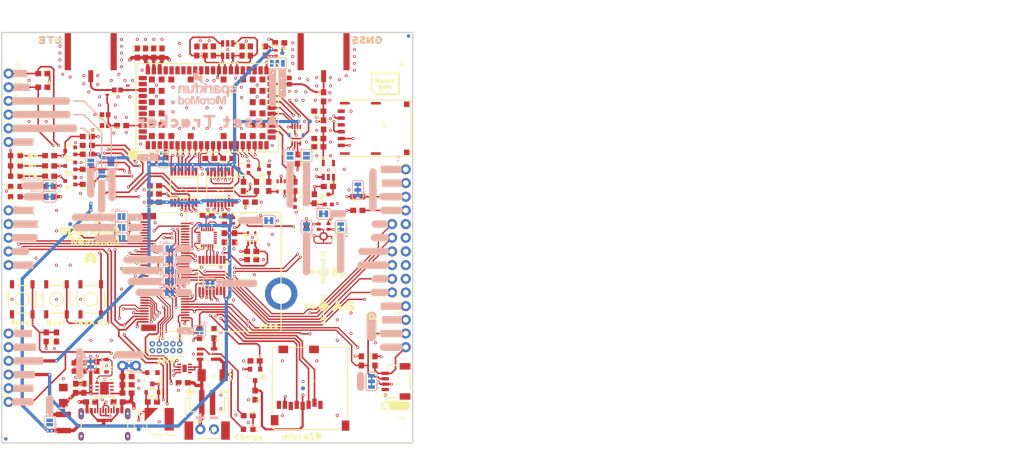
<source format=kicad_pcb>
(kicad_pcb (version 20211014) (generator pcbnew)
  (layers (0 "F.Cu" signal) (1 "In1.Cu" signal) (2 "In2.Cu" signal) (31 "B.Cu" signal) (34 "B.Paste" user) (35 "F.Paste" user) (36 "B.SilkS" user "B.Silkscreen") (37 "F.SilkS" user "F.Silkscreen") (38 "B.Mask" user) (39 "F.Mask" user) (44 "Edge.Cuts" user))
  (net 0 "")
  (net 1 "SPI_SDI")
  (net 2 "SPI_SCK")
  (net 3 "SPI_SDO")
  (net 4 "GND")
  (net 5 "3.3V")
  (net 6 "USB_D-")
  (net 7 "USB_D+")
  (net 8 "N$10")
  (net 9 "N$11")
  (net 10 "V_USB")
  (net 11 "N$14")
  (net 12 "I2C_SCL")
  (net 13 "I2C_SDA")
  (net 14 "N$2")
  (net 15 "N$3")
  (net 16 "TX1")
  (net 17 "RX1")
  (net 18 "RTC_3V")
  (net 19 "~{RESET}")
  (net 20 "SWDIO")
  (net 21 "SWDCK")
  (net 22 "VIN")
  (net 23 "VIN/3")
  (net 24 "VREG_3.3V")
  (net 25 "~{BOOT}")
  (net 26 "I2S_WS/PDM_DAT")
  (net 27 "I2S_SCK/PDM_CLK")
  (net 28 "N$4")
  (net 29 "A0")
  (net 30 "A1")
  (net 31 "PWM0")
  (net 32 "D1")
  (net 33 "3.3V_EN")
  (net 34 "N$6")
  (net 35 "N$7")
  (net 36 "D0")
  (net 37 "N$1")
  (net 38 "N$8")
  (net 39 "N$12")
  (net 40 "SD_~{CS}")
  (net 41 "N$9")
  (net 42 "N$13")
  (net 43 "SARA_SCL")
  (net 44 "SARA_SDA")
  (net 45 "PWM1")
  (net 46 "ICM_PWR")
  (net 47 "N$30")
  (net 48 "ICM-20948-LV_INT")
  (net 49 "ICM-20948-LV_SDO")
  (net 50 "ICM-20948-LV_SDI")
  (net 51 "ICM-20948-LV_SCK")
  (net 52 "ICM_INT")
  (net 53 "ICM-20948-LV_~{CS}")
  (net 54 "ICM_~{CS}")
  (net 55 "N$20")
  (net 56 "CHG_LED")
  (net 57 "N$21")
  (net 58 "V_BATT")
  (net 59 "VSIM")
  (net 60 "SIM_IO")
  (net 61 "SIM_CLK")
  (net 62 "SIM_RST")
  (net 63 "SARA_USB_D-")
  (net 64 "SARA_USB_D+")
  (net 65 "SARA_VUSB_DET")
  (net 66 "SARA_PWR_ON")
  (net 67 "SARA_EXT_INT")
  (net 68 "RTS1")
  (net 69 "CTS1")
  (net 70 "SARA_ANT")
  (net 71 "SARA_ANT_DET")
  (net 72 "SARA_ANT_GNSS")
  (net 73 "N$15")
  (net 74 "N$16")
  (net 75 "N$24")
  (net 76 "N$25")
  (net 77 "ANT_GNSS_PWR_EN")
  (net 78 "SARA_SDA_1.8V")
  (net 79 "SARA_SCL_1.8V")
  (net 80 "SARA_DSR/RTS2I")
  (net 81 "SARA_RI/CTS2O")
  (net 82 "SARA_DCD/RXD2O")
  (net 83 "SARA_DTR/TXD2I")
  (net 84 "VCCIO")
  (net 85 "SARA_RTS")
  (net 86 "SARA_CTS")
  (net 87 "SARA_TXD")
  (net 88 "SARA_RXD")
  (net 89 "DSR")
  (net 90 "RI")
  (net 91 "DCD")
  (net 92 "DTR")
  (net 93 "N$22")
  (net 94 "SARA_~{RESET}")
  (net 95 "LTE_PWR_ON")
  (net 96 "N$26")
  (net 97 "N$27")
  (net 98 "N$28")
  (net 99 "1.8V")
  (net 100 "SARA_INT")
  (net 101 "MICROSD_PWR")
  (net 102 "SD_PWR")
  (net 103 "N$29")
  (net 104 "N$31")
  (net 105 "N$32")
  (net 106 "SARA_TP")
  (net 107 "N$33")
  (net 108 "N$34")
  (net 109 "N$35")
  (net 110 "N$36")
  (net 111 "N$37")
  (net 112 "SARA_NI")
  (net 113 "N$38")
  (net 114 "N$39")
  (net 115 "N$5")
  (net 116 "N$17")
  (net 117 "G0")
  (net 118 "G1")
  (net 119 "G2")
  (net 120 "G3")
  (net 121 "G4")
  (net 122 "G5")
  (net 123 "G6")
  (net 124 "G7")
  (net 125 "N$47")
  (net 126 "SARA_~{ON}")
  (net 127 "N$51")
  (net 128 "N$52")
  (net 129 "N$49")
  (net 130 "N$23")
  (net 131 "N$18")
  (net 132 "N$19")
  (net 133 "N$40")
  (net 134 "N$42")
  (net 135 "ANT_REG_EN")
  (net 136 "SARA_GPIO3")
  (net 137 "N$43")
  (footprint "boardEagle:0603" (layer "F.Cu") (at 119.2911 93.5736 180)
    (fp_text reference "R33")
    (fp_text value "100")
  )
  (footprint "boardEagle:0603" (layer "F.Cu") (at 126.2761 86.2076)
    (fp_text reference "R44")
    (fp_text value "100k")
  )
  (footprint "boardEagle:0603" (layer "F.Cu") (at 128.0541 128.8796 -90)
    (fp_text reference "R5")
    (fp_text value "100k")
  )
  (footprint "boardEagle:1X04_NO_SILK" (layer "F.Cu") (at 185.3311 117.7036 -90)
    (fp_text reference "J12")
    (fp_text value "")
  )
  (footprint "boardEagle:1X05_NO_SILK" (layer "F.Cu") (at 111.6711 99.9236 -90)
    (fp_text reference "J5")
    (fp_text value "SPI")
  )
  (footprint "boardEagle:0603" (layer "F.Cu") (at 131.9911 135.4836 180)
    (fp_text reference "R3")
    (fp_text value "5.1k")
  )
  (footprint "boardEagle:0603" (layer "F.Cu") (at 138.3411 135.4836)
    (fp_text reference "R8")
    (fp_text value "3.3k")
  )
  (footprint "boardEagle:0603" (layer "F.Cu") (at 119.2911 91.6686 180)
    (fp_text reference "R35")
    (fp_text value "470")
  )
  (footprint "boardEagle:0603" (layer "F.Cu") (at 161.9631 68.8086 180)
    (fp_text reference "R30")
    (fp_text value "2.2k")
  )
  (footprint "boardEagle:1X01_NO_SILK" (layer "F.Cu") (at 111.6711 135.4836)
    (fp_text reference "J9")
    (fp_text value "!RST!")
  )
  (footprint "boardEagle:0603" (layer "F.Cu") (at 156.7561 107.5436 180)
    (fp_text reference "R16")
    (fp_text value "100k")
  )
  (footprint "boardEagle:NI0" (layer "F.Cu") (at 116.1161 91.6686)
    (fp_text reference "U$90" hide)
    (fp_text value "" hide)
  )
  (footprint "boardEagle:NANO_SIM_WURTH_693043020611" (layer "F.Cu") (at 179.6161 84.6836 90)
    (fp_text reference "J17")
    (fp_text value "NANO_SIM")
  )
  (footprint "boardEagle:MICRO-SD-SOCKET" (layer "F.Cu") (at 160.5661 125.3236 180)
    (fp_text reference "J11")
    (fp_text value "microSD")
  )
  (footprint "boardEagle:0603" (layer "F.Cu") (at 118.6561 123.4186 -90)
    (fp_text reference "R15")
    (fp_text value "100k")
  )
  (footprint "boardEagle:0603" (layer "F.Cu") (at 154.9781 70.3326 -90)
    (fp_text reference "C10")
    (fp_text value "47pF")
  )
  (footprint "boardEagle:SOP65P640X120-16N" (layer "F.Cu") (at 144.1831 95.6056 -90)
    (fp_text reference "IC2")
    (fp_text value "SN74AVC4T774PW" hide)
  )
  (footprint "boardEagle:0603" (layer "F.Cu") (at 126.2761 92.3036 180)
    (fp_text reference "R34")
    (fp_text value "1k")
  )
  (footprint "boardEagle:0603" (layer "F.Cu") (at 118.0211 77.0636)
    (fp_text reference "R38")
    (fp_text value "100k")
  )
  (footprint "boardEagle:STAND-OFF-REFLOW-M2.5" (layer "F.Cu") (at 162.2211 115.3736)
    (fp_text reference "H5" hide)
    (fp_text value "STAND-OFF-REFLOW2.5MM_TALL" hide)
  )
  (footprint "boardEagle:0603" (layer "F.Cu") (at 165.2651 90.3986 -90)
    (fp_text reference "R26")
    (fp_text value "200k")
  )
  (footprint "boardEagle:MICROSD0" (layer "F.Cu") (at 161.55035 141.86535)
    (fp_text reference "U$28" hide)
    (fp_text value "" hide)
  )
  (footprint "boardEagle:SARA-LGA" (layer "F.Cu") (at 148.5011 80.8736)
    (fp_text reference "U1")
    (fp_text value "SARA-R510M8S")
  )
  (footprint "boardEagle:0603" (layer "F.Cu") (at 176.4411 97.3836 180)
    (fp_text reference "R1")
    (fp_text value "2.2k")
  )
  (footprint "boardEagle:SOT323" (layer "F.Cu") (at 159.0421 92.3036 90)
    (fp_text reference "Q4")
    (fp_text value "310mA/60V/1.6Ω" hide)
  )
  (footprint "boardEagle:#GND#0" (layer "F.Cu") (at 180.3781 117.7036)
    (fp_text reference "U$15" hide)
    (fp_text value "" hide)
  )
  (footprint "boardEagle:SOT23-3" (layer "F.Cu") (at 138.3411 131.0386 180)
    (fp_text reference "D3")
    (fp_text value "BAS70-05")
  )
  (footprint "boardEagle:#GND#4" (layer "F.Cu") (at 112.1791 132.9436)
    (fp_text reference "U$81" hide)
    (fp_text value "" hide)
  )
  (footprint "boardEagle:0603" (layer "F.Cu") (at 133.6421 133.8326)
    (fp_text reference "C3")
    (fp_text value "4.7uF")
  )
  (footprint "boardEagle:#A1#4" (layer "F.Cu") (at 178.9811 112.6236)
    (fp_text reference "U$8" hide)
    (fp_text value "" hide)
  )
  (footprint "boardEagle:#3V3#1" (layer "F.Cu") (at 180.5051 94.8436)
    (fp_text reference "U$3" hide)
    (fp_text value "" hide)
  )
  (footprint "boardEagle:0603" (layer "F.Cu") (at 147.1041 122.7836 -90)
    (fp_text reference "R41")
    (fp_text value "100k")
  )
  (footprint "boardEagle:SOP65P640X120-16N" (layer "F.Cu") (at 150.9141 95.6056 -90)
    (fp_text reference "IC1")
    (fp_text value "SN74AVC4T774PW" hide)
  )
  (footprint "boardEagle:0402" (layer "F.Cu") (at 131.8641 77.5716 180)
    (fp_text reference "C18")
    (fp_text value "33pF")
  )
  (footprint "boardEagle:SPH0641LM4H-1_MICROPHONE" (layer "F.Cu") (at 170.0911 103.7336)
    (fp_text reference "E1")
    (fp_text value "SPH0641LM4H-1")
  )
  (footprint "boardEagle:SOD-323" (layer "F.Cu") (at 138.3411 133.7056 180)
    (fp_text reference "D6")
    (fp_text value "3A/10V/280mV")
  )
  (footprint "boardEagle:#CIPO#2" (layer "F.Cu") (at 112.1791 105.0036)
    (fp_text reference "U$70" hide)
    (fp_text value "" hide)
  )
  (footprint "boardEagle:SIM0" (layer "F.Cu") (at 181.5211 77.0636)
    (fp_text reference "U$131" hide)
    (fp_text value "" hide)
  )
  (footprint "boardEagle:LTE0" (layer "F.Cu") (at 119.4181 68.3006)
    (fp_text reference "U$88" hide)
    (fp_text value "" hide)
  )
  (footprint "boardEagle:SOT23-5" (layer "F.Cu") (at 170.9801 92.4306)
    (fp_text reference "U3")
    (fp_text value "3.3V")
  )
  (footprint "boardEagle:BOOT5" (layer "F.Cu") (at 118.1481 120.7516)
    (fp_text reference "U$40" hide)
    (fp_text value "" hide)
  )
  (footprint "boardEagle:#RST#1" (layer "F.Cu") (at 112.1791 135.4836)
    (fp_text reference "U$17" hide)
    (fp_text value "" hide)
  )
  (footprint "boardEagle:STAND-OFF" (layer "F.Cu") (at 184.0611 69.4436)
    (fp_text reference "H1")
    (fp_text value "STAND-OFF")
  )
  (footprint "boardEagle:#D0#1" (layer "F.Cu") (at 112.1791 107.5436)
    (fp_text reference "U$35" hide)
    (fp_text value "" hide)
  )
  (footprint "boardEagle:3V37" (layer "F.Cu") (at 113.9571 95.4786)
    (fp_text reference "U$36" hide)
    (fp_text value "" hide)
  )
  (footprint "boardEagle:TACTILE_SWITCH_SMD_5.2MM" (layer "F.Cu") (at 126.9111 116.4336 -90)
    (fp_text reference "S3")
    (fp_text value "SARA_PWR")
  )
  (footprint "boardEagle:USB-C-16P_4LAYER-PADS" (layer "F.Cu") (at 129.4511 136.7536)
    (fp_text reference "J1")
    (fp_text value "" hide)
  )
  (footprint "boardEagle:0603" (layer "F.Cu") (at 151.6761 101.7016 90)
    (fp_text reference "R48")
    (fp_text value "2.2k")
  )
  (footprint "boardEagle:22220" (layer "F.Cu") (at 159.9311 121.5136)
    (fp_text reference "U$115" hide)
    (fp_text value "" hide)
  )
  (footprint "boardEagle:STAND-OFF" (layer "F.Cu") (at 112.9411 69.4436)
    (fp_text reference "H2")
    (fp_text value "STAND-OFF")
  )
  (footprint "boardEagle:1X06_NO_SILK" (layer "F.Cu") (at 185.3311 115.1636 90)
    (fp_text reference "J10")
    (fp_text value "")
  )
  (footprint "boardEagle:0402" (layer "F.Cu") (at 163.7411 75.9206 90)
    (fp_text reference "D11")
    (fp_text value "PESD0402")
  )
  (footprint "boardEagle:#VIN#0" (layer "F.Cu") (at 114.3381 122.7836)
    (fp_text reference "U$67" hide)
    (fp_text value "" hide)
  )
  (footprint "boardEagle:SOT-416FL" (layer "F.Cu") (at 162.3441 70.7136 -90)
    (fp_text reference "Q5")
    (fp_text value "20V/0.2A/8MHz/1.2Ω/1Vth" hide)
  )
  (footprint "boardEagle:0603" (layer "F.Cu") (at 156.1211 138.0236)
    (fp_text reference "R21")
    (fp_text value "1k")
  )
  (footprint "boardEagle:#SARA_USB_D##0" (layer "F.Cu") (at 117.6401 79.6036)
    (fp_text reference "U$61" hide)
    (fp_text value "" hide)
  )
  (footprint "boardEagle:1X01_NO_SILK" (layer "F.Cu") (at 111.6711 77.0636)
    (fp_text reference "J13")
    (fp_text value "TP")
  )
  (footprint "boardEagle:0603" (layer "F.Cu") (at 148.5011 100.8126)
    (fp_text reference "C51")
    (fp_text value "0.1uF")
  )
  (footprint "boardEagle:X1" (layer "F.Cu") (at 165.7731 111.3536)
    (fp_text reference "U$39" hide)
    (fp_text value "" hide)
  )
  (footprint "boardEagle:X1" (layer "F.Cu") (at 165.7731 117.7036)
    (fp_text reference "U$47" hide)
    (fp_text value "" hide)
  )
  (footprint "boardEagle:#VCCIO#0" (layer "F.Cu") (at 115.3541 127.8636)
    (fp_text reference "U$80" hide)
    (fp_text value "" hide)
  )
  (footprint "boardEagle:0603" (layer "F.Cu") (at 138.7221 98.3996 180)
    (fp_text reference "C23")
    (fp_text value "0.1uF")
  )
  (footprint "boardEagle:ON0" (layer "F.Cu") (at 116.2431 89.7636)
    (fp_text reference "U$101" hide)
    (fp_text value "" hide)
  )
  (footprint "boardEagle:QFN24-3X3-ICM-20948" (layer "F.Cu") (at 148.5011 105.0036 180)
    (fp_text reference "U13")
    (fp_text value "9DoF IMU")
  )
  (footprint "boardEagle:TP0" (layer "F.Cu") (at 116.1161 93.5736)
    (fp_text reference "U$91" hide)
    (fp_text value "" hide)
  )
  (footprint "boardEagle:0603" (layer "F.Cu") (at 138.7221 95.3516 180)
    (fp_text reference "R40")
    (fp_text value "100k")
  )
  (footprint "boardEagle:LED-0603" (layer "F.Cu") (at 156.1211 140.5636)
    (fp_text reference "D5")
    (fp_text value "Yellow")
  )
  (footprint "boardEagle:MIC0" (layer "F.Cu") (at 172.6311 103.7336 90)
    (fp_text reference "U$2" hide)
    (fp_text value "" hide)
  )
  (footprint "boardEagle:0603" (layer "F.Cu") (at 124.7521 128.2446 180)
    (fp_text reference "R9")
    (fp_text value "10k")
  )
  (footprint "boardEagle:0603" (layer "F.Cu") (at 151.6761 105.0036 -90)
    (fp_text reference "C52")
    (fp_text value "0.1uF")
  )
  (footprint "boardEagle:QWIIC_5.5MM" (layer "F.Cu") (at 178.9811 121.4501 90)
    (fp_text reference "LOGO6" hide)
    (fp_text value "QWIIC_LOGO_CONNECTOR" hide)
  )
  (footprint "boardEagle:GNSS0" (layer "F.Cu") (at 178.2191 68.3006)
    (fp_text reference "U$99" hide)
    (fp_text value "" hide)
  )
  (footprint "boardEagle:0603" (layer "F.Cu") (at 176.4411 99.9236 180)
    (fp_text reference "R4")
    (fp_text value "2.2k")
  )
  (footprint "boardEagle:#GND#4" (layer "F.Cu") (at 112.1791 110.0836)
    (fp_text reference "U$73" hide)
    (fp_text value "" hide)
  )
  (footprint "boardEagle:NANO0" (layer "F.Cu") (at 181.5211 75.7936)
    (fp_text reference "U$130" hide)
    (fp_text value "" hide)
  )
  (footprint "boardEagle:0603" (layer "F.Cu") (at 125.6411 132.9436 90)
    (fp_text reference "C13")
    (fp_text value "0.22uF")
  )
  (footprint "boardEagle:SMA-EDGE-SMD" (layer "F.Cu") (at 126.9111 66.9036)
    (fp_text reference "E3" hide)
    (fp_text value "ANTENNA-SMA-GROUNDEDEDGE_SMA_SMD" hide)
  )
  (footprint "boardEagle:Z0" (layer "F.Cu") (at 168.9481 116.0526)
    (fp_text reference "U$52" hide)
    (fp_text value "" hide)
  )
  (footprint "boardEagle:1X04_NO_SILK" (layer "F.Cu") (at 111.6711 79.6036 -90)
    (fp_text reference "J18")
    (fp_text value "SARA_USB")
  )
  (footprint "boardEagle:0603" (layer "F.Cu") (at 149.0091 90.2716)
    (fp_text reference "R37")
    (fp_text value "0")
  )
  (footprint "boardEagle:0603" (layer "F.Cu") (at 119.2911 97.3836)
    (fp_text reference "R6")
    (fp_text value "4.7k")
  )
  (footprint "boardEagle:SOT323" (layer "F.Cu") (at 170.9801 97.8916)
    (fp_text reference "Q9")
    (fp_text value "310mA/60V/1.6Ω" hide)
  )
  (footprint "boardEagle:0603" (layer "F.Cu") (at 169.2021 86.5886 180)
    (fp_text reference "C20")
    (fp_text value "0.1uF")
  )
  (footprint "boardEagle:#D0#1" (layer "F.Cu") (at 178.8541 105.0036)
    (fp_text reference "U$25" hide)
    (fp_text value "" hide)
  )
  (footprint "boardEagle:ORDERING_INSTRUCTIONS" (layer "F.Cu") (at 190.4111 92.3036)
    (fp_text reference "LOGO5" hide)
    (fp_text value "SPECIAL_INSTRUCTIONS-ORDERING" hide)
  )
  (footprint "boardEagle:#SCL#3" (layer "F.Cu") (at 180.6321 125.3236)
    (fp_text reference "U$43" hide)
    (fp_text value "" hide)
  )
  (footprint "boardEagle:1210" (layer "F.Cu") (at 121.8311 139.2936 90)
    (fp_text reference "F2")
    (fp_text value "6V/2A")
  )
  (footprint "boardEagle:CREATIVE_COMMONS" (layer "F.Cu") (at 217.0811 89.7636)
    (fp_text reference "FRAME2" hide)
    (fp_text value "FRAME-LEDGER" hide)
  )
  (footprint "boardEagle:0603" (layer "F.Cu") (at 156.7561 109.0676)
    (fp_text reference "C54")
    (fp_text value "1.0uF")
  )
  (footprint "boardEagle:#SDA#2" (layer "F.Cu") (at 180.3781 122.7836)
    (fp_text reference "U$50" hide)
    (fp_text value "" hide)
  )
  (footprint "boardEagle:SFE_LOGO_NAME_FLAME_.1" (layer "F.Cu") (at 126.7841 103.8606)
    (fp_text reference "LOGO1" hide)
    (fp_text value "SFE_LOGO_NAME_FLAME.1_INCH" hide)
  )
  (footprint "boardEagle:#SARA_I�C#0" (layer "F.Cu") (at 179.2351 96.1136 90)
    (fp_text reference "U$5" hide)
    (fp_text value "" hide)
  )
  (footprint "boardEagle:1X06_NO_SILK" (layer "F.Cu") (at 182.7911 115.1636 90)
    (fp_text reference "J8")
    (fp_text value "")
  )
  (footprint "boardEagle:0402" (layer "F.Cu") (at 129.5781 84.1756 180)
    (fp_text reference "C19")
    (fp_text value "27pF")
  )
  (footprint "boardEagle:CREATIVE_COMMONS" (layer "F.Cu") (at 217.0811 89.7636)
    (fp_text reference "FRAME1" hide)
    (fp_text value "FRAME-LEDGER" hide)
  )
  (footprint "boardEagle:0603" (layer "F.Cu") (at 168.3766 97.7646 -90)
    (fp_text reference "R25")
    (fp_text value "100k")
  )
  (footprint "boardEagle:#SARA_USB_DET#0" (layer "F.Cu") (at 118.4021 84.6836)
    (fp_text reference "U$65" hide)
    (fp_text value "" hide)
  )
  (footprint "boardEagle:2X5-PTH-1.27MM" (layer "F.Cu") (at 140.8811 125.3236)
    (fp_text reference "J2")
    (fp_text value "JTAG")
  )
  (footprint "boardEagle:0603" (layer "F.Cu") (at 170.0911 78.8416 90)
    (fp_text reference "FB1")
    (fp_text value "30Ω/1.8A" hide)
  )
  (footprint "boardEagle:0603" (layer "F.Cu") (at 157.3911 127.8636)
    (fp_text reference "R17")
    (fp_text value "100k")
  )
  (footprint "boardEagle:#SDA#2" (layer "F.Cu") (at 180.3781 97.3836)
    (fp_text reference "U$30" hide)
    (fp_text value "" hide)
  )
  (footprint "boardEagle:0603" (layer "F.Cu") (at 120.5611 123.4186 -90)
    (fp_text reference "C9")
    (fp_text value "1nF")
  )
  (footprint "boardEagle:SWD0" (layer "F.Cu") (at 138.5951 127.8636)
    (fp_text reference "U$21" hide)
    (fp_text value "" hide)
  )
  (footprint "boardEagle:0603" (layer "F.Cu") (at 159.9311 95.4786 90)
    (fp_text reference "R28")
    (fp_text value "1k")
  )
  (footprint "boardEagle:VSSOP_8PIN" (layer "F.Cu") (at 165.0111 85.9536 -90)
    (fp_text reference "U7")
    (fp_text value "PCA9306")
  )
  (footprint "boardEagle:0603" (layer "F.Cu") (at 155.2321 95.4786 -90)
    (fp_text reference "C22")
    (fp_text value "0.1uF")
  )
  (footprint "boardEagle:0603" (layer "F.Cu") (at 152.3111 90.2716 180)
    (fp_text reference "R36")
    (fp_text value "0")
  )
  (footprint "boardEagle:0603" (layer "F.Cu") (at 156.7561 101.8286)
    (fp_text reference "R22")
    (fp_text value "2.2k")
  )
  (footprint "boardEagle:#A0#5" (layer "F.Cu") (at 178.7271 115.1636)
    (fp_text reference "U$6" hide)
    (fp_text value "" hide)
  )
  (footprint "boardEagle:#1#8V#0" (layer "F.Cu") (at 114.5921 130.4036)
    (fp_text reference "U$84" hide)
    (fp_text value "" hide)
  )
  (footprint "boardEagle:FIDUCIAL-MICRO" (layer "F.Cu") (at 111.1631 142.3416)
    (fp_text reference "FD1" hide)
    (fp_text value "FIDUCIALUFIDUCIAL" hide)
  )
  (footprint "boardEagle:M.2-CONNECTOR-E" (layer "F.Cu") (at 142.1511 111.3536 -90)
    (fp_text reference "J4")
    (fp_text value "MICROMOD-2222-C")
  )
  (footprint "boardEagle:SMA-EDGE-SMD" (layer "F.Cu") (at 170.0911 66.9036)
    (fp_text reference "E4" hide)
    (fp_text value "ANTENNA-SMA-GROUNDEDEDGE_SMA_SMD" hide)
  )
  (footprint "boardEagle:0603" (layer "F.Cu") (at 144.0561 131.9276 180)
    (fp_text reference "C6")
    (fp_text value "4.7uF")
  )
  (footprint "boardEagle:SOT353" (layer "F.Cu") (at 162.2171 95.4786 180)
    (fp_text reference "U8")
    (fp_text value "74HC1G04" hide)
  )
  (footprint "boardEagle:0402" (layer "F.Cu") (at 129.5781 82.1436 180)
    (fp_text reference "D10")
    (fp_text value "PESD0402")
  )
  (footprint "boardEagle:Z0" (layer "F.Cu") (at 168.9481 113.0046)
    (fp_text reference "U$54" hide)
    (fp_text value "" hide)
  )
  (footprint "boardEagle:SOT23-3" (layer "F.Cu") (at 157.3911 130.4036 180)
    (fp_text reference "Q6")
    (fp_text value "20V/4.2A/52mΩ/1.4W" hide)
  )
  (footprint "boardEagle:#TP#0" (layer "F.Cu") (at 114.0841 77.0636)
    (fp_text reference "U$57" hide)
    (fp_text value "" hide)
  )
  (footprint "boardEagle:LED-0603" (layer "F.Cu") (at 112.9411 89.7636)
    (fp_text reference "D14")
    (fp_text value "WHITE")
  )
  (footprint "boardEagle:0603" (layer "F.Cu") (at 126.2761 87.8586 180)
    (fp_text reference "R18")
    (fp_text value "100k")
  )
  (footprint "boardEagle:M0" (layer "F.Cu") (at 172.8851 111.3536)
    (fp_text reference "U$96" hide)
    (fp_text value "" hide)
  )
  (footprint "boardEagle:SOD-323" (layer "F.Cu") (at 129.8321 128.7526 -90)
    (fp_text reference "D1")
    (fp_text value "3.3V")
  )
  (footprint "boardEagle:0603" (layer "F.Cu") (at 118.0211 74.5236)
    (fp_text reference "R39")
    (fp_text value "100k")
  )
  (footprint "boardEagle:0603" (layer "F.Cu") (at 177.0761 127.8636 90)
    (fp_text reference "R7")
    (fp_text value "2.2k")
  )
  (footprint "boardEagle:LED-0603" (layer "F.Cu") (at 112.9411 97.3836 180)
    (fp_text reference "D4")
    (fp_text value "Yellow")
  )
  (footprint "boardEagle:TACTILE_SWITCH_SMD_5.2MM" (layer "F.Cu") (at 114.2111 116.4336 90)
    (fp_text reference "S1")
    (fp_text value "RESET")
  )
  (footprint "boardEagle:0603" (layer "F.Cu") (at 138.5951 70.7136 90)
    (fp_text reference "C15")
    (fp_text value "68pF")
  )
  (footprint "boardEagle:#NI#0" (layer "F.Cu") (at 113.8301 74.5236)
    (fp_text reference "U$59" hide)
    (fp_text value "" hide)
  )
  (footprint "boardEagle:0603" (layer "F.Cu") (at 148.1201 70.3326 -90)
    (fp_text reference "C11")
    (fp_text value "47pF")
  )
  (footprint "boardEagle:0603" (layer "F.Cu") (at 170.9801 95.4786)
    (fp_text reference "R45")
    (fp_text value "100k")
  )
  (footprint "boardEagle:0402_COILCRAFT" (layer "F.Cu") (at 133.7691 77.1906 90)
    (fp_text reference "L1" hide)
    (fp_text value "DNP" hide)
  )
  (footprint "boardEagle:QWIIC_5.5MM" (layer "F.Cu") (at 183.4896 136.1186)
    (fp_text reference "LOGO2" hide)
    (fp_text value "QWIIC_LOGO_CONNECTOR" hide)
  )
  (footprint "boardEagle:0603" (layer "F.Cu") (at 126.9111 135.4836)
    (fp_text reference "R2")
    (fp_text value "5.1k")
  )
  (footprint "boardEagle:SOT323" (layer "F.Cu") (at 123.1011 91.6686 90)
    (fp_text reference "Q3")
    (fp_text value "310mA/60V/1.6Ω" hide)
  )
  (footprint "boardEagle:0603" (layer "F.Cu") (at 169.2021 88.1126 180)
    (fp_text reference "C17")
    (fp_text value "1.0uF")
  )
  (footprint "boardEagle:0603" (layer "F.Cu") (at 126.2761 95.0976 180)
    (fp_text reference "R32")
    (fp_text value "1k")
  )
  (footprint "boardEagle:0603" (layer "F.Cu") (at 179.6161 127.8636 90)
    (fp_text reference "R12")
    (fp_text value "2.2k")
  )
  (footprint "boardEagle:#PWM0#3" (layer "F.Cu") (at 176.3141 110.0836)
    (fp_text reference "U$32" hide)
    (fp_text value "" hide)
  )
  (footprint "boardEagle:0603" (layer "F.Cu") (at 124.1171 132.9436 90)
    (fp_text reference "C1")
    (fp_text value "0.1uF")
  )
  (footprint "boardEagle:SOT323" (layer "F.Cu") (at 165.7096 98.6536 -90)
    (fp_text reference "Q8")
    (fp_text value "310mA/60V/1.6Ω" hide)
  )
  (footprint "boardEagle:MICROMOD_LOGO_.35" (layer "F.Cu") (at 127.6731 105.6386)
    (fp_text reference "U$24" hide)
    (fp_text value "" hide)
  )
  (footprint "boardEagle:0603" (layer "F.Cu") (at 149.6441 70.3326 90)
    (fp_text reference "C7")
    (fp_text value "47pF")
  )
  (footprint "boardEagle:0603" (layer "F.Cu") (at 133.6421 132.3086)
    (fp_text reference "C4")
    (fp_text value "0.1uF")
  )
  (footprint "boardEagle:0603" (layer "F.Cu") (at 137.0711 70.7136 90)
    (fp_text reference "C16")
    (fp_text value "10uF")
  )
  (footprint "boardEagle:JST04_1MM_RA" (layer "F.Cu") (at 181.5211 131.6736 90)
    (fp_text reference "J7")
    (fp_text value "QWIIC_RIGHT_ANGLE")
  )
  (footprint "boardEagle:0603" (layer "F.Cu") (at 133.6421 130.7846)
    (fp_text reference "C5")
    (fp_text value "0.22uF" hide)
  )
  (footprint "boardEagle:0603" (layer "F.Cu") (at 132.6261 84.1756 180)
    (fp_text reference "R23")
    (fp_text value "10k")
  )
  (footprint "boardEagle:UDFN-8" (layer "F.Cu") (at 129.4511 132.9436 90)
    (fp_text reference "U5")
    (fp_text value "AP7361C-33FGE")
  )
  (footprint "boardEagle:0603" (layer "F.Cu") (at 157.3911 134.2136 -90)
    (fp_text reference "C46")
    (fp_text value "0.1uF")
  )
  (footprint "boardEagle:1X02_NO_SILK" (layer "F.Cu") (at 147.2311 140.5636)
    (fp_text reference "J16")
    (fp_text value "")
  )
  (footprint "boardEagle:0603" (layer "F.Cu") (at 166.9161 103.7336 -90)
    (fp_text reference "C31")
    (fp_text value "0.1uF")
  )
  (footprint "boardEagle:0603" (layer "F.Cu") (at 138.7221 96.8756)
    (fp_text reference "R20")
    (fp_text value "100k")
  )
  (footprint "boardEagle:#3V3#1" (layer "F.Cu") (at 180.5051 120.2436)
    (fp_text reference "U$13" hide)
    (fp_text value "" hide)
  )
  (footprint "boardEagle:TACTILE_SWITCH_SMD_5.2MM" (layer "F.Cu") (at 120.5611 116.4336 90)
    (fp_text reference "S2")
    (fp_text value "BOOT")
  )
  (footprint "boardEagle:Y2" (layer "F.Cu") (at 168.9481 121.0056)
    (fp_text reference "U$48" hide)
    (fp_text value "" hide)
  )
  (footprint "boardEagle:Y2" (layer "F.Cu") (at 168.9481 107.9246)
    (fp_text reference "U$38" hide)
    (fp_text value "" hide)
  )
  (footprint "boardEagle:AG0" (layer "F.Cu") (at 173.9011 117.7036)
    (fp_text reference "U$95" hide)
    (fp_text value "" hide)
  )
  (footprint "boardEagle:#COPI#1" (layer "F.Cu") (at 112.3061 102.4636)
    (fp_text reference "U$71" hide)
    (fp_text value "" hide)
  )
  (footprint "boardEagle:#SCL#3" (layer "F.Cu") (at 180.6321 99.9236)
    (fp_text reference "U$26" hide)
    (fp_text value "" hide)
  )
  (footprint "boardEagle:OSHW-LOGO-MINI" (layer "F.Cu") (at 126.9111 108.8136)
    (fp_text reference "LOGO3" hide)
    (fp_text value "OSHW-LOGOMINI" hide)
  )
  (footprint "boardEagle:0603" (layer "F.Cu") (at 135.5471 70.7136 90)
    (fp_text reference "C24")
    (fp_text value "15pF")
  )
  (footprint "boardEagle:SC70" (layer "F.Cu") (at 156.7561 105.0036)
    (fp_text reference "U14")
    (fp_text value "1.8V/100mA" hide)
  )
  (footprint "boardEagle:#D1#0" (layer "F.Cu") (at 178.9811 102.4636)
    (fp_text reference "U$29" hide)
    (fp_text value "" hide)
  )
  (footprint "boardEagle:0603" (layer "F.Cu") (at 140.1191 70.7136 90)
    (fp_text reference "C14")
    (fp_text value "0.1uF")
  )
  (footprint "boardEagle:DO-214BA" (layer "F.Cu") (at 149.5171 130.5306)
    (fp_text reference "D7")
    (fp_text value "1A/15V/220mV" hide)
  )
  (footprint "boardEagle:#SCK#0" (layer "F.Cu") (at 112.3061 99.9236)
    (fp_text reference "U$77" hide)
    (fp_text value "" hide)
  )
  (footprint "boardEagle:VIN8" (layer "F.Cu") (at 114.0841 97.3836)
    (fp_text reference "U$46" hide)
    (fp_text value "" hide)
  )
  (footprint "boardEagle:SOT323" (layer "F.Cu") (at 155.2321 92.3036 90)
    (fp_text reference "Q2")
    (fp_text value "310mA/60V/1.6Ω" hide)
  )
  (footprint "boardEagle:1X01_NO_SILK" (layer "F.Cu") (at 111.6711 74.5236)
    (fp_text reference "J19")
    (fp_text value "NI")
  )
  (footprint "boardEagle:0603" (layer "F.Cu") (at 157.6451 95.4786 90)
    (fp_text reference "R27")
    (fp_text value "1k")
  )
  (footprint "boardEagle:#GND#4" (layer "F.Cu") (at 112.1791 87.2236)
    (fp_text reference "U$56" hide)
    (fp_text value "" hide)
  )
  (footprint "boardEagle:FIDUCIAL-MICRO" (layer "F.Cu") (at 185.8391 67.5386)
    (fp_text reference "FD2" hide)
    (fp_text value "FIDUCIALUFIDUCIAL" hide)
  )
  (footprint "boardEagle:0603" (layer "F.Cu") (at 156.5021 70.3326 90)
    (fp_text reference "C8")
    (fp_text value "47pF")
  )
  (footprint "boardEagle:RESET6" (layer "F.Cu") (at 111.4171 120.7516)
    (fp_text reference "U$45" hide)
    (fp_text value "" hide)
  )
  (footprint "boardEagle:#SARA_USB_D##0" (layer "F.Cu") (at 117.7671 82.1436)
    (fp_text reference "U$63" hide)
    (fp_text value "" hide)
  )
  (footprint "boardEagle:0603" (layer "F.Cu") (at 126.2761 89.5096 180)
    (fp_text reference "R42")
    (fp_text value "1k")
  )
  (footprint "boardEagle:LED-0603" (layer "F.Cu") (at 112.9411 91.6686)
    (fp_text reference "D13")
    (fp_text value "BLUE")
  )
  (footprint "boardEagle:0603" (layer "F.Cu") (at 164.7571 95.4786 -90)
    (fp_text reference "R13")
    (fp_text value "1k")
  )
  (footprint "boardEagle:0402_COILCRAFT" (layer "F.Cu") (at 129.9591 78.0161 90)
    (fp_text reference "L2" hide)
    (fp_text value "68nH" hide)
  )
  (footprint "boardEagle:JST-2-SMD" (layer "F.Cu") (at 148.5011 139.2936 180)
    (fp_text reference "J15")
    (fp_text value "")
  )
  (footprint "boardEagle:ML414H_IV01E" (layer "F.Cu") (at 139.6111 139.2936 90)
    (fp_text reference "BT1")
    (fp_text value "ML414H")
  )
  (footprint "boardEagle:SOT23-5" (layer "F.Cu") (at 148.5011 126.5936 -90)
    (fp_text reference "U2")
    (fp_text value "MCP73831")
  )
  (footprint "boardEagle:EIA3216" (layer "F.Cu") (at 121.8311 134.2136 -90)
    (fp_text reference "C2")
    (fp_text value "10uF")
  )
  (footprint "boardEagle:CHARGE0" (layer "F.Cu") (at 156.2481 141.9606)
    (fp_text reference "U$97" hide)
    (fp_text value "" hide)
  )
  (footprint "boardEagle:0603" (layer "F.Cu") (at 119.2911 89.7636 180)
    (fp_text reference "R43")
    (fp_text value "1k")
  )
  (footprint "boardEagle:SOT323" (layer "F.Cu") (at 123.1011 94.4626 90)
    (fp_text reference "Q1")
    (fp_text value "310mA/60V/1.6Ω" hide)
  )
  (footprint "boardEagle:DFN-8" (layer "F.Cu") (at 144.3101 129.2606 90)
    (fp_text reference "U4")
    (fp_text value "MAX17048")
  )
  (footprint "boardEagle:0603" (layer "F.Cu") (at 170.0911 84.0486 90)
    (fp_text reference "R24")
    (fp_text value "10")
  )
  (footprint "boardEagle:#3#3V#0" (layer "F.Cu") (at 114.7191 125.3236)
    (fp_text reference "U$76" hide)
    (fp_text value "" hide)
  )
  (footprint "boardEagle:#PWM1#2" (layer "F.Cu") (at 176.5681 107.5436)
    (fp_text reference "U$42" hide)
    (fp_text value "" hide)
  )
  (footprint "boardEagle:LED-0603" (layer "F.Cu") (at 112.9411 93.5736)
    (fp_text reference "D12")
    (fp_text value "GREEN")
  )
  (footprint "boardEagle:0603" (layer "F.Cu") (at 139.9921 90.1446)
    (fp_text reference "R31")
    (fp_text value "0")
  )
  (footprint "boardEagle:0603" (layer "F.Cu") (at 149.7711 122.7836 -90)
    (fp_text reference "R14")
    (fp_text value "2.2k")
  )
  (footprint "boardEagle:STAND-OFF" (layer "F.Cu") (at 184.0611 140.5636)
    (fp_text reference "H3")
    (fp_text value "STAND-OFF")
  )
  (footprint "boardEagle:SARA_ON0" (layer "F.Cu") (at 126.9111 120.7516)
    (fp_text reference "U$113" hide)
    (fp_text value "" hide)
  )
  (footprint "boardEagle:SOT323" (layer "F.Cu") (at 123.1011 88.8746 90)
    (fp_text reference "Q7")
    (fp_text value "310mA/60V/1.6Ω" hide)
  )
  (footprint "boardEagle:0603" (layer "F.Cu") (at 119.2911 95.4786)
    (fp_text reference "R11")
    (fp_text value "1k")
  )
  (footprint "boardEagle:STAND-OFF" (layer "F.Cu") (at 112.9411 140.5636)
    (fp_text reference "H4")
    (fp_text value "STAND-OFF")
  )
  (footprint "boardEagle:LED-0603" (layer "F.Cu") (at 112.9411 95.4786 180)
    (fp_text reference "D2")
    (fp_text value "RED")
  )
  (footprint "boardEagle:SOT-416FL" (layer "F.Cu") (at 154.4701 101.8286 -90)
    (fp_text reference "Q10")
    (fp_text value "20V/0.2A/8MHz/1.2Ω/1Vth" hide)
  )
  (footprint "boardEagle:SOP65P640X120-16N" (layer "F.Cu") (at 149.3901 111.9886 -90)
    (fp_text reference "IC3")
    (fp_text value "SN74AVC4T774PW")
  )
  (footprint "boardEagle:SOT23-6L" (layer "F.Cu") (at 152.3111 70.0786 180)
    (fp_text reference "D8" hide)
    (fp_text value "DT1042-04SO-7" hide)
  )
  (footprint "boardEagle:0603" (layer "F.Cu") (at 156.5021 98.3996 180)
    (fp_text reference "R19")
    (fp_text value "100k")
  )
  (footprint "boardEagle:#MEAS#2" (layer "F.Cu") (at 131.2291 126.7206)
    (fp_text reference "U$19" hide)
    (fp_text value "" hide)
  )
  (footprint "boardEagle:0603" (layer "F.Cu") (at 169.2021 81.5086 180)
    (fp_text reference "C21")
    (fp_text value "47pF")
  )
  (footprint "boardEagle:#GND#0" (layer "F.Cu") (at 180.3781 92.3036)
    (fp_text reference "U$12" hide)
    (fp_text value "" hide)
  )
  (footprint "boardEagle:0603" (layer "F.Cu") (at 159.2961 70.3326 90)
    (fp_text reference "R29")
    (fp_text value "2.2k")
  )
  (footprint "boardEagle:0603" (layer "F.Cu") (at 153.5811 105.0036 -90)
    (fp_text reference "C53")
    (fp_text value "1.0uF")
  )
  (footprint "boardEagle:0603" (layer "F.Cu") (at 146.5961 70.3326 -90)
    (fp_text reference "C12")
    (fp_text value "0.1uF")
  )
  (footprint "boardEagle:1X05_NO_SILK" (layer "F.Cu") (at 111.6711 122.7836 -90)
    (fp_text reference "J6")
    (fp_text value "DIAG")
  )
  (footprint "boardEagle:0603" (layer "F.Cu") (at 124.7521 129.7686)
    (fp_text reference "R10")
    (fp_text value "20k")
  )
  (footprint "boardEagle:SMT-JUMPER_3_1-NC_TRACE_SILK" (layer "B.Cu") (at 161.5186 72.6186 180)
    (fp_text reference "JP19")
    (fp_text value "JUMPER-SMT_3_1-NC_TRACE_SILK" hide)
  )
  (footprint "boardEagle:#G0#0" (layer "B.Cu") (at 144.0561 115.1636 180)
    (fp_text reference "U$122" hide)
    (fp_text value "" hide)
  )
  (footprint "boardEagle:#3#3V#0" (layer "B.Cu") (at 114.7191 125.3236 180)
    (fp_text reference "U$79" hide)
    (fp_text value "" hide)
  )
  (footprint "boardEagle:#PDM_CLK#0" (layer "B.Cu") (at 173.2661 107.6706 -90)
    (fp_text reference "U$116" hide)
    (fp_text value "" hide)
  )
  (footprint "boardEagle:SMT-JUMPER_2_NO_SILK" (layer "B.Cu") (at 126.9111 91.0336 90)
    (fp_text reference "JP5")
    (fp_text value "JUMPER-SMT_2_NO_SILK" hide)
  )
  (footprint "boardEagle:#MEAS#2" (layer "B.Cu") (at 136.8171 126.7206 180)
    (fp_text reference "U$87" hide)
    (fp_text value "" hide)
  )
  (footprint "boardEagle:#SCL#3" (layer "B.Cu") (at 184.6961 125.3236 180)
    (fp_text reference "U$44" hide)
    (fp_text value "" hide)
  )
  (footprint "boardEagle:PAD.03X.03" (layer "B.Cu") (at 145.9611 92.3036 180)
    (fp_text reference "TP14" hide)
    (fp_text value "TEST-POINT3" hide)
  )
  (footprint "boardEagle:#GND#4" (layer "B.Cu") (at 116.6241 110.0836 180)
    (fp_text reference "U$74" hide)
    (fp_text value "" hide)
  )
  (footprint "boardEagle:SFE_LOGO_NAME_FLAME_.1" (layer "B.Cu") (at 148.5011 77.5716 180)
    (fp_text reference "LOGO4" hide)
    (fp_text value "SFE_LOGO_NAME_FLAME.1_INCH" hide)
  )
  (footprint "boardEagle:SMT-JUMPER_2_NC_TRACE_SILK" (layer "B.Cu") (at 149.0091 113.5126 180)
    (fp_text reference "JP9")
    (fp_text value "JUMPER-SMT_2_NC_TRACE_SILK" hide)
  )
  (footprint "boardEagle:SMT-JUMPER_2_NO_SILK" (layer "B.Cu") (at 147.1041 122.2756)
    (fp_text reference "VE0")
    (fp_text value "")
  )
  (footprint "boardEagle:#GND#4" (layer "B.Cu") (at 116.6241 132.9436 180)
    (fp_text reference "U$82" hide)
    (fp_text value "" hide)
  )
  (footprint "boardEagle:SMT-JUMPER_2_NC_TRACE_SILK" (layer "B.Cu") (at 159.9311 101.8286)
    (fp_text reference "JP6")
    (fp_text value "JUMPER-SMT_2_NC_TRACE_SILK" hide)
  )
  (footprint "boardEagle:#USB_D##0" (layer "B.Cu") (at 130.8481 94.9706 -90)
    (fp_text reference "U$92" hide)
    (fp_text value "" hide)
  )
  (footprint "boardEagle:PAD.03X.03" (layer "B.Cu") (at 144.6911 98.6536 180)
    (fp_text reference "TP19" hide)
    (fp_text value "TEST-POINT3" hide)
  )
  (footprint "boardEagle:#DSR#0" (layer "B.Cu") (at 137.5791 90.1446 180)
    (fp_text reference "U$102" hide)
    (fp_text value "" hide)
  )
  (footprint "boardEagle:SMT-JUMPER_2_NO_SILK" (layer "B.Cu") (at 132.6261 105.1306 180)
    (fp_text reference "JP17")
    (fp_text value "JUMPER-SMT_2_NO_SILK" hide)
  )
  (footprint "boardEagle:#G6#0" (layer "B.Cu") (at 135.0391 103.0986 180)
    (fp_text reference "U$128" hide)
    (fp_text value "" hide)
  )
  (footprint "boardEagle:#SARA_USB_D##0" (layer "B.Cu") (at 117.6401 79.6036 180)
    (fp_text reference "U$62" hide)
    (fp_text value "" hide)
  )
  (footprint "boardEagle:#G4#0" (layer "B.Cu") (at 144.0561 107.0356 180)
    (fp_text reference "U$126" hide)
    (fp_text value "" hide)
  )
  (footprint "boardEagle:#SCL#3" (layer "B.Cu") (at 184.6961 99.9236 180)
    (fp_text reference "U$27" hide)
    (fp_text value "" hide)
  )
  (footprint "boardEagle:#SDA#2" (layer "B.Cu") (at 184.8231 97.3836 180)
    (fp_text reference "U$37" hide)
    (fp_text value "" hide)
  )
  (footprint "boardEagle:PAD.03X.03" (layer "B.Cu") (at 144.6911 92.3036 180)
    (fp_text reference "TP15" hide)
    (fp_text value "TEST-POINT3" hide)
  )
  (footprint "boardEagle:PAD.03X.03" (layer "B.Cu") (at 166.2811 132.9436 180)
    (fp_text reference "TP23" hide)
    (fp_text value "TEST-POINT3" hide)
  )
  (footprint "boardEagle:PAD.03X.03" (layer "B.Cu") (at 148.5011 101.1936 180)
    (fp_text reference "TP8" hide)
    (fp_text value "TEST-POINT3" hide)
  )
  (footprint "boardEagle:PAD.03X.03" (layer "B.Cu") (at 149.7711 92.3036 180)
    (fp_text reference "TP3" hide)
    (fp_text value "TEST-POINT3" hide)
  )
  (footprint "boardEagle:#SARA_I�C#0" (layer "B.Cu") (at 179.2351 96.1136 -90)
    (fp_text reference "U$23" hide)
    (fp_text value "" hide)
  )
  (footprint "boardEagle:PAD.03X.03" (layer "B.Cu") (at 142.1511 98.6536 180)
    (fp_text reference "TP21" hide)
    (fp_text value "TEST-POINT3" hide)
  )
  (footprint "boardEagle:PAD.03X.03" (layer "B.Cu") (at 162.4711 70.7136 180)
    (fp_text reference "TP12" hide)
    (fp_text value "TEST-POINT3" hide)
  )
  (footprint "boardEagle:SMT-JUMPER_2_NC_TRACE_SILK" (layer "B.Cu") (at 166.9161 102.9716 90)
    (fp_text reference "JP20")
    (fp_text value "JUMPER-SMT_2_NC_TRACE_SILK" hide)
  )
  (footprint "boardEagle:PAD.03X.03" (layer "B.Cu") (at 135.8011 140.5636 180)
    (fp_text reference "TP24" hide)
    (fp_text value "TEST-POINT3" hide)
  )
  (footprint "boardEagle:#3V3#1" (layer "B.Cu") (at 184.9501 120.2436 180)
    (fp_text reference "U$14" hide)
    (fp_text value "" hide)
  )
  (footprint "boardEagle:#VCCIO#0" (layer "B.Cu") (at 115.3541 127.8636 180)
    (fp_text reference "U$83" hide)
    (fp_text value "" hide)
  )
  (footprint "boardEagle:#G7#0" (layer "B.Cu") (at 135.0391 105.1306 180)
    (fp_text reference "U$127" hide)
    (fp_text value "" hide)
  )
  (footprint "boardEagle:#1#8V#0" (layer "B.Cu") (at 114.5921 130.4036 180)
    (fp_text reference "U$85" hide)
    (fp_text value "" hide)
  )
  (footprint "boardEagle:PAD.03X.03" (layer "B.Cu") (at 151.0411 101.1936 180)
    (fp_text reference "TP6" hide)
    (fp_text value "TEST-POINT3" hide)
  )
  (footprint "boardEagle:SMT-JUMPER_2_NO_SILK" (layer "B.Cu") (at 128.9431 93.1926 90)
    (fp_text reference "JP4")
    (fp_text value "JUMPER-SMT_2_NO_SILK" hide)
  )
  (footprint "boardEagle:SMT-JUMPER_2_NC_TRACE_SILK" (layer "B.Cu") (at 170.0911 100.5586 180)
    (fp_text reference "EN0")
    (fp_text value "")
  )
  (footprint "boardEagle:#G3#0" (layer "B.Cu") (at 144.0561 109.0676 180)
    (fp_text reference "U$125" hide)
    (fp_text value "" hide)
  )
  (footprint "boardEagle:SMT-JUMPER_2_NO_SILK" (layer "B.Cu") (at 132.6261 101.0666 180)
    (fp_text reference "JP15")
    (fp_text value "JUMPER-SMT_2_NO_SILK" hide)
  )
  (footprint "boardEagle:SMT-JUMPER_2_NO_SILK" (layer "B.Cu") (at 163.8681 89.7636 -90)
    (fp_text reference "JP8")
    (fp_text value "JUMPER-SMT_2_NO_SILK" hide)
  )
  (footprint "boardEagle:#SDA#2" (layer "B.Cu") (at 184.8231 122.7836 180)
    (fp_text reference "U$51" hide)
    (fp_text value "" hide)
  )
  (footprint "boardEagle:QWIIC_5.5MM" (layer "B.Cu") (at 178.9811 121.4501 -90)
    (fp_text reference "LOGO7" hide)
    (fp_text value "QWIIC_LOGO_CONNECTOR" hide)
  )
  (footprint "boardEagle:#USB_D##0" (layer "B.Cu") (at 128.9431 97.1296 -90)
    (fp_text reference "U$93" hide)
    (fp_text value "" hide)
  )
  (footprint "boardEagle:PAD.03X.03" (layer "B.Cu") (at 166.2811 85.9536 180)
    (fp_text reference "TP10" hide)
    (fp_text value "TEST-POINT3" hide)
  )
  (footprint "boardEagle:#VIN#3#0" (layer "B.Cu") (at 124.8791 128.40335 -90)
    (fp_text reference "U$133" hide)
    (fp_text value "" hide)
  )
  (footprint "boardEagle:#VE#0" (layer "B.Cu") (at 146.3421 122.2756 180)
    (fp_text reference "U$18" hide)
    (fp_text value "" hide)
  )
  (footprint "boardEagle:#A0#5" (layer "B.Cu") (at 182.1561 115.1636 180)
    (fp_text reference "U$7" hide)
    (fp_text value "" hide)
  )
  (footprint "boardEagle:PAD.03X.03" (layer "B.Cu") (at 151.0411 92.3036 180)
    (fp_text reference "TP2" hide)
    (fp_text value "TEST-POINT3" hide)
  )
  (footprint "boardEagle:#A1#4" (layer "B.Cu") (at 182.1561 112.6236 180)
    (fp_text reference "U$9" hide)
    (fp_text value "" hide)
  )
  (footprint "boardEagle:#I�C#0" (layer "B.Cu") (at 176.9491 129.8956 -90)
    (fp_text reference "U$53" hide)
    (fp_text value "" hide)
  )
  (footprint "boardEagle:FIDUCIAL-MICRO" (layer "B.Cu") (at 111.1631 142.3416 180)
    (fp_text reference "FD3" hide)
    (fp_text value "FIDUCIALUFIDUCIAL" hide)
  )
  (footprint "boardEagle:#CIPO#0" (layer "B.Cu") (at 156.6291 101.8286 180)
    (fp_text reference "U$114" hide)
    (fp_text value "" hide)
  )
  (footprint "boardEagle:#SARA_INT#0" (layer "B.Cu") (at 127.6096 101.1936 180)
    (fp_text reference "U$103" hide)
    (fp_text value "" hide)
  )
  (footprint "boardEagle:1X04_NO_SILK" (layer "B.Cu") (at 185.3311 92.3036 -90)
    (fp_text reference "J14")
    (fp_text value "")
  )
  (footprint "boardEagle:PAD.03X.03" (layer "B.Cu") (at 145.9611 98.6536 180)
    (fp_text reference "TP18" hide)
    (fp_text value "TEST-POINT3" hide)
  )
  (footprint "boardEagle:#RST#1" (layer "B.Cu") (at 116.4971 135.4836 180)
    (fp_text reference "U$86" hide)
    (fp_text value "" hide)
  )
  (footprint "boardEagle:SMT-JUMPER_2_NC_TRACE_SILK" (layer "B.Cu") (at 173.2661 102.9716 90)
    (fp_text reference "JP18")
    (fp_text value "JUMPER-SMT_2_NC_TRACE_SILK" hide)
  )
  (footprint "boardEagle:SMT-JUMPER_2_NO_SILK" (layer "B.Cu") (at 130.6576 91.0336 90)
    (fp_text reference "JP3")
    (fp_text value "JUMPER-SMT_2_NO_SILK" hide)
  )
  (footprint "boardEagle:#SARA_USB_DET#0" (layer "B.Cu") (at 118.4021 84.6836 180)
    (fp_text reference "U$66" hide)
    (fp_text value "" hide)
  )
  (footprint "boardEagle:COMBO-JUMPER_2_NC_TRACE" (layer "B.Cu") (at 134.0231 128.7526)
    (fp_text reference "MEAS0")
    (fp_text value "")
  )
  (footprint "boardEagle:#V_USB#0" (layer "B.Cu") (at 126.9111 94.7166 -90)
    (fp_text reference "U$94" hide)
    (fp_text value "" hide)
  )
  (footprint "boardEagle:#SCK#0" (layer "B.Cu") (at 116.4971 99.9236 180)
    (fp_text reference "U$78" hide)
    (fp_text value "" hide)
  )
  (footprint "boardEagle:PAD.03X.03" (layer "B.Cu") (at 123.1011 102.4636 180)
    (fp_text reference "TP13" hide)
    (fp_text value "TEST-POINT3" hide)
  )
  (footprint "boardEagle:#BYP#1" (layer "B.Cu") (at 119.2911 138.5316 90)
    (fp_text reference "U$33" hide)
    (fp_text value "" hide)
  )
  (footprint "boardEagle:SMT-JUMPER_2_NO_SILK" (layer "B.Cu") (at 166.9161 89.7636 -90)
    (fp_text reference "JP7")
    (fp_text value "JUMPER-SMT_2_NO_SILK" hide)
  )
  (footprint "boardEagle:PAD.03X.03" (layer "B.Cu") (at 148.5011 92.3036 180)
    (fp_text reference "TP4" hide)
    (fp_text value "TEST-POINT3" hide)
  )
  (footprint "boardEagle:SMT-JUMPER_2_NC_TRACE_SILK" (layer "B.Cu") (at 119.2911 95.3516 180)
    (fp_text reference "UNK3V3_LED0")
    (fp_text value "")
  )
  (footprint "boardEagle:SMT-JUMPER_3_2-NC_TRACE_SILK" (layer "B.Cu") (at 178.9811 131.6736 90)
    (fp_text reference "JP2")
    (fp_text value "")
  )
  (footprint "boardEagle:SMT-JUMPER_2_NO_SILK" (layer "B.Cu") (at 119.2911 139.2936 90)
    (fp_text reference "BYP0")
    (fp_text value "JUMPER-SMT_2_NO_SILK" hide)
  )
  (footprint "boardEagle:SMT-JUMPER_2_NC_TRACE_SILK" (layer "B.Cu") (at 119.2911 97.3836 180)
    (fp_text reference "VIN_LED0")
    (fp_text value "")
  )
  (footprint "boardEagle:#DSR#0" (layer "B.Cu") (at 129.7051 105.1306 180)
    (fp_text reference "U$105" hide)
    (fp_text value "" hide)
  )
  (footprint "boardEagle:#TP#0" (layer "B.Cu") (at 114.0841 77.0636 180)
    (fp_text reference "U$58" hide)
    (fp_text value "" hide)
  )
  (footprint "boardEagle:#3V3#0" (layer "B.Cu") (at 118.4021 95.3516 180)
    (fp_text reference "U$4" hide)
    (fp_text value "" hide)
  )
  (footprint "boardEagle:#G1#0" (layer "B.Cu") (at 143.9291 113.1316 180)
    (fp_text reference "U$123" hide)
    (fp_text value "" hide)
  )
  (footprint "boardEagle:FIDUCIAL-MICRO" (layer "B.Cu") (at 185.8391 67.5386 180)
    (fp_text reference "FD4" hide)
    (fp_text value "FIDUCIALUFIDUCIAL" hide)
  )
  (footprint "boardEagle:#D0#1" (layer "B.Cu") (at 115.4811 107.5436 180)
    (fp_text reference "U$68" hide)
    (fp_text value "" hide)
  )
  (footprint "boardEagle:#VIN#1" (layer "B.Cu") (at 118.4021 97.3836 180)
    (fp_text reference "U$20" hide)
    (fp_text value "" hide)
  )
  (footprint "boardEagle:PAD.03X.03" (layer "B.Cu") (at 143.4211 92.3036 180)
    (fp_text reference "TP16" hide)
    (fp_text value "TEST-POINT3" hide)
  )
  (footprint "boardEagle:#ICM_INT#0" (layer "B.Cu") (at 153.8986 113.4491 180)
    (fp_text reference "U$134" hide)
    (fp_text value "" hide)
  )
  (footprint "boardEagle:#GND#4" (layer "B.Cu") (at 116.6241 87.2236 180)
    (fp_text reference "U$55" hide)
    (fp_text value "" hide)
  )
  (footprint "boardEagle:PAD.03X.03" (layer "B.Cu") (at 163.7411 85.9536 180)
    (fp_text reference "TP9" hide)
    (fp_text value "TEST-POINT3" hide)
  )
  (footprint "boardEagle:MICROMOD_LOGO_.35" (layer "B.Cu") (at 147.6121 79.4766 180)
    (fp_text reference "U$34" hide)
    (fp_text value "" hide)
  )
  (footprint "boardEagle:LTE0" (layer "B.Cu") (at 119.2911 68.3006 180)
    (fp_text reference "U$89" hide)
    (fp_text value "" hide)
  )
  (footprint "boardEagle:#EN#0" (layer "B.Cu") (at 172.6311 100.5586 180)
    (fp_text reference "U$1" hide)
    (fp_text value "" hide)
  )
  (footprint "boardEagle:SMT-JUMPER_3_2-NC_TRACE_SILK" (layer "B.Cu") (at 176.4411 96.1136 90)
    (fp_text reference "JP1")
    (fp_text value "")
  )
  (footprint "boardEagle:#3V3#1" (layer "B.Cu") (at 184.9501 94.8436 180)
    (fp_text reference "U$11" hide)
    (fp_text value "" hide)
  )
  (footprint "boardEagle:#D1#0" (layer "B.Cu") (at 182.0291 102.4636 180)
    (fp_text reference "U$31" hide)
    (fp_text value "" hide)
  )
  (footprint "boardEagle:GNSS0" (layer "B.Cu") (at 178.0921 68.3006 180)
    (fp_text reference "U$100" hide)
    (fp_text value "" hide)
  )
  (footprint "boardEagle:#PWM0#3" (layer "B.Cu") (at 182.2831 110.0836 180)
    (fp_text reference "U$41" hide)
    (fp_text value "" hide)
  )
  (footprint "boardEagle:#SARA_USB_D##0" (layer "B.Cu") (at 117.7671 82.1436 180)
    (fp_text reference "U$64" hide)
    (fp_text value "" hide)
  )
  (footprint "boardEagle:#PWM1#2" (layer "B.Cu") (at 182.1561 107.5436 180)
    (fp_text reference "U$49" hide)
    (fp_text value "" hide)
  )
  (footprint "boardEagle:#CIPO#2" (layer "B.Cu") (at 117.1321 105.0036 180)
    (fp_text reference "U$69" hide)
    (fp_text value "" hide)
  )
  (footprint "boardEagle:SMT-JUMPER_2_NC_TRACE_SILK" (layer "B.Cu") (at 141.5161 115.1636 180)
    (fp_text reference "JP10")
    (fp_text value "JUMPER-SMT_2_NC_TRACE_SILK" hide)
  )
  (footprint "boardEagle:ASSET_TRACKER0" (layer "B.Cu") (at 148.5011 83.4136 180)
    (fp_text reference "U$98" hide)
    (fp_text value "" hide)
  )
  (footprint "boardEagle:#G5#0" (layer "B.Cu") (at 134.9756 101.1936 180)
    (fp_text reference "U$129" hide)
    (fp_text value "" hide)
  )
  (footprint "boardEagle:SMT-JUMPER_2_NC_TRACE_SILK" (layer "B.Cu") (at 126.87935 128.46685 -90)
    (fp_text reference "VIN/3")
    (fp_text value "JUMPER-SMT_2_NC_TRACE_SILK" hide)
  )
  (footprint "boardEagle:#SD_PWR#0" (layer "B.Cu") (at 137.1981 113.1316 180)
    (fp_text reference "U$109" hide)
    (fp_text value "" hide)
  )
  (footprint "boardEagle:PAD.03X.03" (layer "B.Cu") (at 152.3111 92.3036 180)
    (fp_text reference "TP1" hide)
    (fp_text value "TEST-POINT3" hide)
  )
  (footprint "boardEagle:#RI#0" (layer "B.Cu") (at 139.2301 107.0356 180)
    (fp_text reference "U$104" hide)
    (fp_text value "" hide)
  )
  (footprint "boardEagle:#NI#0" (layer "B.Cu") (at 113.8301 74.5236 180)
    (fp_text reference "U$60" hide)
    (fp_text value "" hide)
  )
  (footprint "boardEagle:PAD.03X.03" (layer "B.Cu") (at 143.4211 98.6536 180)
    (fp_text reference "TP20" hide)
    (fp_text value "TEST-POINT3" hide)
  )
  (footprint "boardEagle:#LTE_PWR#0" (layer "B.Cu") (at 136.6901 111.0996 180)
    (fp_text reference "U$108" hide)
    (fp_text value "" hide)
  )
  (footprint "boardEagle:#GND#0" (layer "B.Cu") (at 184.8231 117.7036 180)
    (fp_text reference "U$16" hide)
    (fp_text value "" hide)
  )
  (footprint "boardEagle:SMT-JUMPER_2_NO_SILK" (layer "B.Cu") (at 132.6261 103.0986 180)
    (fp_text reference "JP16")
    (fp_text value "JUMPER-SMT_2_NO_SILK" hide)
  )
  (footprint "boardEagle:#D0#1" (layer "B.Cu") (at 182.1561 105.0036 180)
    (fp_text reference "U$10" hide)
    (fp_text value "" hide)
  )
  (footprint "boardEagle:#IMU_PWR#0" (layer "B.Cu") (at 136.8171 109.0676 180)
    (fp_text reference "U$107" hide)
    (fp_text value "" hide)
  )
  (footprint "boardEagle:#EXT_INT#0" (layer "B.Cu") (at 160.6296 77.0001 -90)
    (fp_text reference "U$118" hide)
    (fp_text value "" hide)
  )
  (footprint "boardEagle:SMT-JUMPER_2_NO_SILK" (layer "B.Cu") (at 141.5161 107.0356 180)
    (fp_text reference "JP14")
    (fp_text value "JUMPER-SMT_2_NO_SILK" hide)
  )
  (footprint "boardEagle:PAD.03X.03" (layer "B.Cu") (at 149.7711 101.1936 180)
    (fp_text reference "TP7" hide)
    (fp_text value "TEST-POINT3" hide)
  )
  (footprint "boardEagle:#SARA_SCL#0" (layer "B.Cu") (at 166.9161 94.8436 -90)
    (fp_text reference "U$111" hide)
    (fp_text value "" hide)
  )
  (footprint "boardEagle:#VIN#0" (layer "B.Cu") (at 114.3381 122.7836 180)
    (fp_text reference "U$75" hide)
    (fp_text value "" hide)
  )
  (footprint "boardEagle:SMT-JUMPER_2_NO_SILK" (layer "B.Cu") (at 141.5161 109.0676 180)
    (fp_text reference "JP13")
    (fp_text value "JUMPER-SMT_2_NO_SILK" hide)
  )
  (footprint "boardEagle:SMT-JUMPER_2_NC_TRACE_SILK" (layer "B.Cu") (at 141.5161 113.1316 180)
    (fp_text reference "JP11")
    (fp_text value "JUMPER-SMT_2_NC_TRACE_SILK" hide)
  )
  (footprint "boardEagle:#SARA_#ON##0" (layer "B.Cu") (at 127.8001 103.0986 180)
    (fp_text reference "U$110" hide)
    (fp_text value "" hide)
  )
  (footprint "boardEagle:SMT-JUMPER_2_NC_TRACE_SILK" (layer "B.Cu") (at 141.5161 111.0996 180)
    (fp_text reference "JP12")
    (fp_text value "JUMPER-SMT_2_NC_TRACE_SILK" hide)
  )
  (footprint "boardEagle:#G2#0" (layer "B.Cu") (at 144.0561 111.0996 180)
    (fp_text reference "U$124" hide)
    (fp_text value "" hide)
  )
  (footprint "boardEagle:PAD.03X.03" (layer "B.Cu") (at 142.1511 92.3036 180)
    (fp_text reference "TP17" hide)
    (fp_text value "TEST-POINT3" hide)
  )
  (footprint "boardEagle:#GPIO3#0" (layer "B.Cu") (at 162.4711 76.1746 -90)
    (fp_text reference "U$119" hide)
    (fp_text value "" hide)
  )
  (footprint "boardEagle:#COPI#1" (layer "B.Cu") (at 117.2591 102.4636 180)
    (fp_text reference "U$72" hide)
    (fp_text value "" hide)
  )
  (footprint "boardEagle:PAD.03X.03" (layer "B.Cu") (at 152.3111 101.1936 180)
    (fp_text reference "TP5" hide)
    (fp_text value "TEST-POINT3" hide)
  )
  (footprint "boardEagle:#PDM_DAT#0" (layer "B.Cu") (at 166.9161 107.9246 -90)
    (fp_text reference "U$117" hide)
    (fp_text value "" hide)
  )
  (footprint "boardEagle:#SD_#CS##0" (layer "B.Cu") (at 137.9601 115.1636 180)
    (fp_text reference "U$106" hide)
    (fp_text value "" hide)
  )
  (footprint "boardEagle:#GND#0" (layer "B.Cu") (at 184.8231 92.3036 180)
    (fp_text reference "U$22" hide)
    (fp_text value "" hide)
  )
  (footprint "boardEagle:#SARA_SDA#0" (layer "B.Cu") (at 163.8681 94.9706 -90)
    (fp_text reference "U$112" hide)
    (fp_text value "" hide)
  )
  (footprint "boardEagle:SMT-JUMPER_3_1-NC_TRACE_SILK" (layer "B.Cu") (at 140.3731 90.2716 -90)
    (fp_text reference "DSR0")
    (fp_text value "JUMPER-SMT_3_1-NC_TRACE_SILK" hide)
  )
  (footprint "boardEagle:PAD.03X.03" (layer "B.Cu") (at 167.5511 83.4136 180)
    (fp_text reference "TP22" hide)
    (fp_text value "TEST-POINT3" hide)
  )
  (gr_line (start 147.2311 137.7696) (end 147.2311 139.0396) (layer "B.SilkS") (width 0.508))
  (gr_line (start 112.9411 79.3496) (end 113.7031 79.3496) (layer "B.SilkS") (width 0.254))
  (gr_line (start 123.7361 82.1436) (end 125.6411 82.1436) (layer "B.SilkS") (width 0.254))
  (gr_line (start 130.7211 84.6836) (end 130.7211 89.8271) (layer "B.SilkS") (width 0.254))
  (gr_line (start 125.6411 84.6836) (end 126.9111 85.9536) (layer "B.SilkS") (width 0.254))
  (gr_line (start 125.6411 82.1436) (end 128.9431 85.4456) (layer "B.SilkS") (width 0.254))
  (gr_line (start 125.0061 84.6836) (end 125.6411 84.6836) (layer "B.SilkS") (width 0.254))
  (gr_line (start 130.5941 97.3836) (end 130.5941 96.7486) (layer "B.SilkS") (width 0.254))
  (gr_line (start 123.7361 79.6036) (end 125.6411 79.6036) (layer "B.SilkS") (width 0.254))
  (gr_line (start 149.1361 138.4046) (end 150.4061 138.4046) (layer "B.SilkS") (width 0.508))
  (gr_line (start 112.9411 79.8576) (end 113.7031 79.8576) (layer "B.SilkS") (width 0.254))
  (gr_line (start 125.6411 79.6036) (end 130.7211 84.6836) (layer "B.SilkS") (width 0.254))
  (gr_line (start 128.9431 85.4456) (end 128.9431 92.0496) (layer "B.SilkS") (width 0.254))
  (gr_line (start 131.1021 97.3836) (end 131.1021 96.7486) (layer "B.SilkS") (width 0.254))
  (gr_line (start 146.5961 138.4046) (end 147.8661 138.4046) (layer "B.SilkS") (width 0.508))
  (gr_line (start 126.9111 85.9536) (end 126.9111 89.8271) (layer "B.SilkS") (width 0.254))
  (gr_line (start 121.7041 79.3496) (end 122.4661 79.3496) (layer "F.SilkS") (width 0.254))
  (gr_circle (center 170.0911 117.7036) (end 170.894315 117.7036) (layer "F.SilkS") (width 0.2032) (fill none))
  (gr_line (start 162.2061 100.3046) (end 162.2061 122.4026) (layer "F.SilkS") (width 0.2032))
  (gr_line (start 170.5991 110.8456) (end 169.5831 111.8616) (layer "F.SilkS") (width 0.2032))
  (gr_line (start 169.5831 109.3216) (end 170.0911 108.8136) (layer "F.SilkS") (width 0.2032))
  (gr_line (start 121.5771 79.8576) (end 122.3391 79.8576) (layer "F.SilkS") (width 0.254))
  (gr_line (start 145.3261 132.9436) (end 145.3261 134.2136) (layer "F.SilkS") (width 0.508))
  (gr_line (start 184.0611 78.3336) (end 179.8701 78.3336) (layer "F.SilkS") (width 0.3048))
  (gr_line (start 179.8701 78.3336) (end 178.9811 77.4446) (layer "F.SilkS") (width 0.3048))
  (gr_circle (center 170.0911 117.7036) (end 170.2181 117.7036) (layer "F.SilkS") (width 0.508) (fill none))
  (gr_line (start 169.5831 110.8456) (end 170.5991 111.8616) (layer "F.SilkS") (width 0.2032))
  (gr_line (start 162.2061 122.4026) (end 145.9611 122.4026) (layer "F.SilkS") (width 0.2032))
  (gr_line (start 169.3291 111.3536) (end 167.6781 111.3536) (layer "F.SilkS") (width 0.2032))
  (gr_line (start 170.0911 120.2436) (end 169.5831 119.7356) (layer "F.SilkS") (width 0.2032))
  (gr_line (start 184.0611 74.5236) (end 184.0611 78.3336) (layer "F.SilkS") (width 0.3048))
  (gr_circle (center 170.0911 111.3536) (end 170.894315 111.3536) (layer "F.SilkS") (width 0.2032) (fill none))
  (gr_line (start 151.0411 133.5786) (end 152.3111 133.5786) (layer "F.SilkS") (width 0.508))
  (gr_line (start 167.6781 111.3536) (end 168.1861 111.8616) (layer "F.SilkS") (width 0.2032))
  (gr_line (start 170.5991 109.3216) (end 170.0911 108.8136) (layer "F.SilkS") (width 0.2032))
  (gr_line (start 144.6911 133.5786) (end 145.9611 133.5786) (layer "F.SilkS") (width 0.508))
  (gr_line (start 167.6781 117.7036) (end 168.1861 118.2116) (layer "F.SilkS") (width 0.2032))
  (gr_line (start 178.9811 74.5236) (end 184.0611 74.5236) (layer "F.SilkS") (width 0.3048))
  (gr_line (start 167.6781 111.3536) (end 168.1861 110.8456) (layer "F.SilkS") (width 0.2032))
  (gr_line (start 170.0911 120.2436) (end 170.5991 119.7356) (layer "F.SilkS") (width 0.2032))
  (gr_line (start 170.0911 117.7036) (end 167.6781 117.7036) (layer "F.SilkS") (width 0.2032))
  (gr_line (start 170.0911 108.8136) (end 170.0911 110.5916) (layer "F.SilkS") (width 0.2032))
  (gr_line (start 145.9611 100.3046) (end 162.2061 100.3046) (layer "F.SilkS") (width 0.2032))
  (gr_line (start 178.9811 77.4446) (end 178.9811 74.5236) (layer "F.SilkS") (width 0.3048))
  (gr_line (start 170.0911 117.7036) (end 170.0911 120.2436) (layer "F.SilkS") (width 0.2032))
  (gr_line (start 167.6781 117.7036) (end 168.1861 117.1956) (layer "F.SilkS") (width 0.2032))
  (gr_line (start 110.4011 66.9036) (end 186.6011 66.9036) (layer "Edge.Cuts") (width 0.254))
  (gr_line (start 186.6011 66.9036) (end 186.6011 143.1036) (layer "Edge.Cuts") (width 0.254))
  (gr_line (start 186.6011 143.1036) (end 110.4011 143.1036) (layer "Edge.Cuts") (width 0.254))
  (gr_line (start 110.4011 143.1036) (end 110.4011 66.9036) (layer "Edge.Cuts") (width 0.254))
  (gr_text "+" (at 136.6901 138.5316 90) (layer "F.SilkS") (effects (font (size 1.5113 1.5113) (thickness 0.2667)) (justify left bottom)))
  (gr_text "-" (at 140.7541 142.4686) (layer "F.SilkS") (effects (font (size 1.5113 1.5113) (thickness 0.2667)) (justify left bottom)))
  (segment (start 140.2461 104.2416) (end 141.8971 104.2416) (width 0.254) (layer "F.Cu") (net 1))
  (segment (start 155.9061 101.8286) (end 155.9061 102.6296) (width 0.3048) (layer "F.Cu") (net 1))
  (segment (start 156.1211 102.8446) (end 155.9061 102.6296) (width 0.3048) (layer "F.Cu") (net 1))
  (segment (start 154.0891 103.0986) (end 154.5201 102.6676) (width 0.3048) (layer "F.Cu") (net 1))
  (segment (start 162.9791 134.4676) (end 162.9061 134.5406) (width 0.3048) (layer "F.Cu") (net 1))
  (segment (start 136.8761 105.6036) (end 114.0491 105.6036) (width 0.254) (layer "F.Cu") (net 1))
  (segment (start 164.3761 102.8446) (end 156.1211 102.8446) (width 0.3048) (layer "F.Cu") (net 1))
  (segment (start 154.5201 101.8286) (end 155.9061 101.8286) (width 0.3048) (layer "F.Cu") (net 1))
  (segment (start 164.3761 102.8446) (end 164.5031 102.9716) (width 0.3048) (layer "F.Cu") (net 1))
  (segment (start 136.8761 105.6036) (end 138.8841 105.6036) (width 0.254) (layer "F.Cu") (net 1))
  (segment (start 154.5201 102.6676) (end 154.5201 101.8286) (width 0.3048) (layer "F.Cu") (net 1))
  (segment (start 138.8841 105.6036) (end 140.2461 104.2416) (width 0.254) (layer "F.Cu") (net 1))
  (segment (start 114.0491 105.6036) (end 113.4491 105.0036) (width 0.254) (layer "F.Cu") (net 1))
  (segment (start 153.5811 103.0986) (end 154.0891 103.0986) (width 0.3048) (layer "F.Cu") (net 1))
  (segment (start 162.9061 134.5406) (end 162.9061 136.0236) (width 0.3048) (layer "F.Cu") (net 1))
  (segment (start 113.4491 105.0036) (end 111.6711 105.0036) (width 0.254) (layer "F.Cu") (net 1))
  (via blind (at 141.8971 104.2416) (size 0.56) (drill 0.3) (layers "F.Cu" "In1.Cu") (net 1))
  (via blind (at 162.9791 134.4676) (size 0.56) (drill 0.3) (layers "F.Cu" "In1.Cu") (net 1))
  (via blind (at 153.5811 103.0986) (size 0.56) (drill 0.3) (layers "F.Cu" "In1.Cu") (net 1))
  (via blind (at 164.5031 102.9716) (size 0.56) (drill 0.3) (layers "F.Cu" "In1.Cu") (net 1))
  (segment (start 164.5285 124.206) (end 155.2575 124.206) (width 0.3048) (layer "F.Cu") (net 2))
  (segment (start 149.0651 116.2356) (end 149.3266 116.4971) (width 0.3048) (layer "F.Cu") (net 2))
  (segment (start 136.8761 106.6036) (end 114.4707 106.6036) (width 0.254) (layer "F.Cu") (net 2))
  (segment (start 138.0826 106.6036) (end 136.8761 106.6036) (width 0.254) (layer "F.Cu") (net 2))
  (segment (start 114.4707 106.6036) (end 114.2746 106.7997) (width 0.254) (layer "F.Cu") (net 2))
  (segment (start 165.1061 124.7836) (end 164.5285 124.206) (width 0.3048) (layer "F.Cu") (net 2))
  (segment (start 139.2301 106.8774) (end 138.3564 106.8774) (width 0.254) (layer "F.Cu") (net 2))
  (segment (start 165.1061 136.0236) (end 165.1061 124.7836) (width 0.3048) (layer "F.Cu") (net 2))
  (segment (start 149.0651 114.8886) (end 149.0651 116.2356) (width 0.3048) (layer "F.Cu") (net 2))
  (segment (start 151.0411 119.9872) (end 151.0411 119.9896) (width 0.3048) (layer "F.Cu") (net 2))
  (segment (start 155.2575 124.206) (end 151.0411 119.9896) (width 0.3048) (layer "F.Cu") (net 2))
  (segment (start 138.3564 106.8774) (end 138.0826 106.6036) (width 0.254) (layer "F.Cu") (net 2))
  (via blind (at 151.0411 119.9872) (size 0.56) (drill 0.3) (layers "F.Cu" "In1.Cu") (net 2))
  (via blind (at 114.2746 106.7997) (size 0.56) (drill 0.3) (layers "F.Cu" "In1.Cu") (net 2))
  (via blind (at 139.2301 106.8774) (size 0.56) (drill 0.3) (layers "F.Cu" "In1.Cu") (net 2))
  (via blind (at 149.3266 116.4971) (size 0.56) (drill 0.3) (layers "F.Cu" "In1.Cu") (net 2))
  (segment (start 167.3061 136.0236) (end 167.3061 129.2696) (width 0.3048) (layer "F.Cu") (net 3))
  (segment (start 151.2951 119.2276) (end 150.4696 119.2276) (width 0.3048) (layer "F.Cu") (net 3))
  (segment (start 165.6461 127.6096) (end 165.6461 124.5616) (width 0.3048) (layer "F.Cu") (net 3))
  (segment (start 136.8761 106.1036) (end 113.6191 106.1036) (width 0.254) (layer "F.Cu") (net 3))
  (segment (start 138.492 106.1036) (end 136.8761 106.1036) (width 0.254) (layer "F.Cu") (net 3))
  (segment (start 164.7571 123.6726) (end 155.7401 123.6726) (width 0.3048) (layer "F.Cu") (net 3))
  (segment (start 155.7401 123.6726) (end 151.2951 119.2276) (width 0.3048) (layer "F.Cu") (net 3))
  (segment (start 113.6191 106.1036) (end 113.5761 106.1466) (width 0.3048) (layer "F.Cu") (net 3))
  (segment (start 167.3061 129.2696) (end 165.6461 127.6096) (width 0.3048) (layer "F.Cu") (net 3))
  (segment (start 165.6461 124.5616) (end 164.7571 123.6726) (width 0.3048) (layer "F.Cu") (net 3))
  (segment (start 150.4696 119.2276) (end 150.1521 119.5451) (width 0.3048) (layer "F.Cu") (net 3))
  (segment (start 138.6586 106.2702) (end 138.492 106.1036) (width 0.254) (layer "F.Cu") (net 3))
  (segment (start 149.7151 114.8886) (end 149.7151 115.8696) (width 0.3048) (layer "F.Cu") (net 3))
  (segment (start 149.7151 115.8696) (end 150.4061 116.5606) (width 0.3048) (layer "F.Cu") (net 3))
  (via blind (at 150.1521 119.5451) (size 0.56) (drill 0.3) (layers "F.Cu" "In1.Cu") (net 3))
  (via blind (at 150.4061 116.5606) (size 0.56) (drill 0.3) (layers "F.Cu" "In1.Cu") (net 3))
  (via blind (at 113.5761 106.1466) (size 0.56) (drill 0.3) (layers "F.Cu" "In1.Cu") (net 3))
  (via blind (at 138.6586 106.2702) (size 0.56) (drill 0.3) (layers "F.Cu" "In1.Cu") (net 3))
  (segment (start 142.7861 127.8001) (end 142.9131 127.8001) (width 0.254) (layer "F.Cu") (net 4))
  (segment (start 146.9486 106.0036) (end 146.3581 106.0036) (width 0.2032) (layer "F.Cu") (net 4))
  (segment (start 144.4261 111.8536) (end 146.3501 111.8536) (width 0.254) (layer "F.Cu") (net 4))
  (segment (start 126.2261 137.0936) (end 126.2261 135.6486) (width 0.508) (layer "F.Cu") (net 4))
  (segment (start 126.0611 135.4836) (end 126.2261 135.6486) (width 0.6096) (layer "F.Cu") (net 4))
  (segment (start 142.3416 128.8161) (end 142.3416 128.2446) (width 0.254) (layer "F.Cu") (net 4))
  (segment (start 171.3611 106.0196) (end 170.0911 106.0196) (width 0.2032) (layer "F.Cu") (net 4))
  (segment (start 168.3131 105.6386) (end 168.3131 104.6226) (width 0.2032) (layer "F.Cu") (net 4))
  (segment (start 134.4921 133.8326) (end 134.4921 135.0146) (width 0.6096) (layer "F.Cu") (net 4))
  (segment (start 169.9181 103.4336) (end 169.1911 103.4336) (width 0.2032) (layer "F.Cu") (net 4))
  (segment (start 125.6411 132.0936) (end 124.1171 132.0936) (width 0.6096) (layer "F.Cu") (net 4))
  (segment (start 135.0421 119.1036) (end 134.8486 118.9101) (width 0.254) (layer "F.Cu") (net 4))
  (segment (start 146.2151 106.1466) (end 146.2151 106.5276) (width 0.2032) (layer "F.Cu") (net 4))
  (segment (start 146.2151 106.5276) (end 146.8501 107.1626) (width 0.2032) (layer "F.Cu") (net 4))
  (segment (start 147.6121 116.0526) (end 147.4851 116.0526) (width 0.254) (layer "F.Cu") (net 4))
  (segment (start 132.6761 135.6486) (end 132.8411 135.4836) (width 0.6096) (layer "F.Cu") (net 4))
  (segment (start 147.9011 106.5036) (end 147.9011 107.0006) (width 0.2032) (layer "F.Cu") (net 4))
  (segment (start 142.3416 128.2446) (end 142.7861 127.8001) (width 0.254) (layer "F.Cu") (net 4))
  (segment (start 149.3511 100.8126) (end 149.3511 100.7101) (width 0.254) (layer "F.Cu") (net 4))
  (segment (start 130.8261 131.9686) (end 129.7911 131.9686) (width 0.3048) (layer "F.Cu") (net 4))
  (segment (start 148.6281 99.9871) (end 148.6281 99.7331) (width 0.254) (layer "F.Cu") (net 4))
  (segment (start 168.3131 104.6226) (end 168.4241 104.7336) (width 0.2032) (layer "F.Cu") (net 4))
  (segment (start 146.3501 111.8536) (end 146.5326 111.6711) (width 0.254) (layer "F.Cu") (net 4))
  (segment (start 136.8761 119.1036) (end 135.0421 119.1036) (width 0.254) (layer "F.Cu") (net 4))
  (segment (start 155.2321 96.3286) (end 156.1601 96.3286) (width 0.3048) (layer "F.Cu") (net 4))
  (segment (start 170.0911 105.3836) (end 170.0911 106.0196) (width 0.2032) (layer "F.Cu") (net 4))
  (segment (start 156.5021 95.9866) (end 156.5021 95.0976) (width 0.3048) (layer "F.Cu") (net 4))
  (segment (start 147.9011 107.0006) (end 147.7391 107.1626) (width 0.2032) (layer "F.Cu") (net 4))
  (segment (start 134.9121 135.8646) (end 134.2771 135.2296) (width 0.6096) (layer "F.Cu") (net 4))
  (segment (start 171.6151 104.8766) (end 171.6151 105.7656) (width 0.2032) (layer "F.Cu") (net 4))
  (segment (start 147.1151 114.8886) (end 147.1151 115.8731) (width 0.254) (layer "F.Cu") (net 4))
  (segment (start 170.0911 106.0196) (end 168.6941 106.0196) (width 0.2032) (layer "F.Cu") (net 4))
  (segment (start 156.1601 96.3286) (end 156.5021 95.9866) (width 0.3048) (layer "F.Cu") (net 4))
  (segment (start 170.0911 103.6066) (end 169.9181 103.4336) (width 0.2032) (layer "F.Cu") (net 4))
  (segment (start 170.0911 104.0836) (end 170.0911 103.6066) (width 0.2032) (layer "F.Cu") (net 4))
  (segment (start 135.5471 121.5136) (end 135.5471 120.7516) (width 0.3048) (layer "F.Cu") (net 4))
  (segment (start 134.0231 135.4836) (end 132.8411 135.4836) (width 0.6096) (layer "F.Cu") (net 4))
  (segment (start 147.7651 114.8886) (end 147.7651 115.8996) (width 0.254) (layer "F.Cu") (net 4))
  (segment (start 146.3581 106.0036) (end 146.2151 106.1466) (width 0.2032) (layer "F.Cu") (net 4))
  (segment (start 147.7391 107.1626) (end 146.8501 107.1626) (width 0.2032) (layer "F.Cu") (net 4))
  (segment (start 168.4241 104.7336) (end 169.4411 104.7336) (width 0.2032) (layer "F.Cu") (net 4))
  (segment (start 136.8761 120.6036) (end 135.6951 120.6036) (width 0.254) (layer "F.Cu") (net 4))
  (segment (start 134.4921 135.0146) (end 134.2771 135.2296) (width 0.6096) (layer "F.Cu") (net 4))
  (segment (start 134.9121 136.6266) (end 134.9121 135.8646) (width 0.6096) (layer "F.Cu") (net 4))
  (segment (start 168.6941 106.0196) (end 168.3131 105.6386) (width 0.2032) (layer "F.Cu") (net 4))
  (segment (start 147.2946 116.0526) (end 147.1151 115.8731) (width 0.254) (layer "F.Cu") (net 4))
  (segment (start 147.7651 115.8996) (end 147.6121 116.0526) (width 0.254) (layer "F.Cu") (net 4))
  (segment (start 135.5471 120.7516) (end 135.6951 120.6036) (width 0.3048) (layer "F.Cu") (net 4))
  (segment (start 147.2946 116.0526) (end 147.4851 116.0526) (width 0.254) (layer "F.Cu") (net 4))
  (segment (start 171.4721 104.7336) (end 171.6151 104.8766) (width 0.2032) (layer "F.Cu") (net 4))
  (segment (start 124.7521 135.4836) (end 126.0611 135.4836) (width 0.6096) (layer "F.Cu") (net 4))
  (segment (start 132.6761 137.0936) (end 132.6761 135.6486) (width 0.508) (layer "F.Cu") (net 4))
  (segment (start 143.3201 129.0106) (end 142.5361 129.0106) (width 0.254) (layer "F.Cu") (net 4))
  (segment (start 134.2771 135.2296) (end 134.0231 135.4836) (width 0.6096) (layer "F.Cu") (net 4))
  (segment (start 129.4511 132.3086) (end 129.4511 132.9436) (width 0.3048) (layer "F.Cu") (net 4))
  (segment (start 171.6151 105.7656) (end 171.3611 106.0196) (width 0.2032) (layer "F.Cu") (net 4))
  (segment (start 142.5361 129.0106) (end 142.3416 128.8161) (width 0.254) (layer "F.Cu") (net 4))
  (segment (start 149.3511 100.7101) (end 148.6281 99.9871) (width 0.254) (layer "F.Cu") (net 4))
  (segment (start 129.7911 131.9686) (end 129.4511 132.3086) (width 0.3048) (layer "F.Cu") (net 4))
  (segment (start 170.7411 104.7336) (end 171.4721 104.7336) (width 0.2032) (layer "F.Cu") (net 4))
  (via blind (at 168.8211 82.6516) (size 0.56) (drill 0.3) (layers "F.Cu" "In1.Cu") (net 4))
  (via blind (at 132.6261 73.2536) (size 0.56) (drill 0.3) (layers "F.Cu" "In1.Cu") (net 4))
  (via blind (at 126.9111 124.0536) (size 0.56) (drill 0.3) (layers "F.Cu" "In1.Cu") (net 4))
  (via blind (at 166.9161 87.2236) (size 0.56) (drill 0.3) (layers "F.Cu" "In1.Cu") (net 4))
  (via blind (at 144.6911 80.8736) (size 0.56) (drill 0.3) (layers "F.Cu" "In1.Cu") (net 4))
  (via blind (at 139.1031 78.7146) (size 0.56) (drill 0.3) (layers "F.Cu" "In1.Cu") (net 4))
  (via blind (at 129.4511 131.2926) (size 0.56) (drill 0.3) (layers "F.Cu" "In1.Cu") (net 4))
  (via blind (at 120.5611 103.7336) (size 0.56) (drill 0.3) (layers "F.Cu" "In1.Cu") (net 4))
  (via blind (at 133.2611 75.7936) (size 0.56) (drill 0.3) (layers "F.Cu" "In1.Cu") (net 4))
  (via blind (at 163.7411 74.0156) (size 0.56) (drill 0.3) (layers "F.Cu" "In1.Cu") (net 4))
  (via blind (at 171.3611 76.8096) (size 0.56) (drill 0.3) (layers "F.Cu" "In1.Cu") (net 4))
  (via blind (at 153.4541 107.0356) (size 0.56) (drill 0.3) (layers "F.Cu" "In1.Cu") (net 4))
  (via blind (at 148.8821 68.4276) (size 0.56) (drill 0.3) (layers "F.Cu" "In1.Cu") (net 4))
  (via blind (at 156.1211 90.7796) (size 0.56) (drill 0.3) (layers "F.Cu" "In1.Cu") (net 4))
  (via blind (at 132.6261 69.4436) (size 0.56) (drill 0.3) (layers "F.Cu" "In1.Cu") (net 4))
  (via blind (at 135.8011 131.5466) (size 0.56) (drill 0.3) (layers "F.Cu" "In1.Cu") (net 4))
  (via blind (at 135.5471 101.4476) (size 0.56) (drill 0.3) (layers "F.Cu" "In1.Cu") (net 4))
  (via blind (at 120.5611 116.4336) (size 0.56) (drill 0.3) (layers "F.Cu" "In1.Cu") (net 4))
  (via blind (at 142.1511 79.8576) (size 0.56) (drill 0.3) (layers "F.Cu" "In1.Cu") (net 4))
  (via blind (at 164.3761 70.0786) (size 0.56) (drill 0.3) (layers "F.Cu" "In1.Cu") (net 4))
  (via blind (at 171.3611 82.9056) (size 0.56) (drill 0.3) (layers "F.Cu" "In1.Cu") (net 4))
  (via blind (at 136.1821 87.6046) (size 0.56) (drill 0.3) (layers "F.Cu" "In1.Cu") (net 4))
  (via blind (at 133.5151 85.4456) (size 0.56) (drill 0.3) (layers "F.Cu" "In1.Cu") (net 4))
  (via blind (at 151.6761 107.0356) (size 0.56) (drill 0.3) (layers "F.Cu" "In1.Cu") (net 4))
  (via blind (at 168.5671 79.4766) (size 0.56) (drill 0.3) (layers "F.Cu" "In1.Cu") (net 4))
  (via blind (at 172.6311 138.0236) (size 0.56) (drill 0.3) (layers "F.Cu" "In1.Cu") (net 4))
  (via blind (at 151.0411 80.8736) (size 0.56) (drill 0.3) (layers "F.Cu" "In1.Cu") (net 4))
  (via blind (at 136.8171 96.1136) (size 0.56) (drill 0.3) (layers "F.Cu" "In1.Cu") (net 4))
  (via blind (at 132.1181 74.6506) (size 0.56) (drill 0.3) (layers "F.Cu" "In1.Cu") (net 4))
  (via blind (at 162.4711 127.8636) (size 0.56) (drill 0.3) (layers "F.Cu" "In1.Cu") (net 4))
  (via blind (at 138.8491 102.2096) (size 0.56) (drill 0.3) (layers "F.Cu" "In1.Cu") (net 4))
  (via blind (at 146.8501 107.1626) (size 0.56) (drill 0.3) (layers "F.Cu" "In1.Cu") (net 4))
  (via blind (at 135.5471 68.1736) (size 0.56) (drill 0.3) (layers "F.Cu" "In1.Cu") (net 4))
  (via blind (at 168.3131 104.6226) (size 0.56) (drill 0.3) (layers "F.Cu" "In1.Cu") (net 4))
  (via blind (at 165.6461 75.4126) (size 0.56) (drill 0.3) (layers "F.Cu" "In1.Cu") (net 4))
  (via blind (at 156.8831 104.9401) (size 0.56) (drill 0.3) (layers "F.Cu" "In1.Cu") (net 4))
  (via blind (at 134.9121 136.6266) (size 0.56) (drill 0.3) (layers "F.Cu" "In1.Cu") (net 4))
  (via blind (at 123.1011 110.0836) (size 0.56) (drill 0.3) (layers "F.Cu" "In1.Cu") (net 4))
  (via blind (at 126.5301 77.9526) (size 0.56) (drill 0.3) (layers "F.Cu" "In1.Cu") (net 4))
  (via blind (at 147.4216 110.4646) (size 0.56) (drill 0.3) (layers "F.Cu" "In1.Cu") (net 4))
  (via blind (at 127.6731 82.1436) (size 0.56) (drill 0.3) (layers "F.Cu" "In1.Cu") (net 4))
  (via blind (at 128.5621 80.3656) (size 0.56) (drill 0.3) (layers "F.Cu" "In1.Cu") (net 4))
  (via blind (at 168.8211 85.0646) (size 0.56) (drill 0.3) (layers "F.Cu" "In1.Cu") (net 4))
  (via blind (at 138.5951 68.1736) (size 0.56) (drill 0.3) (layers "F.Cu" "In1.Cu") (net 4))
  (via blind (at 148.5011 80.8736) (size 0.56) (drill 0.3) (layers "F.Cu" "In1.Cu") (net 4))
  (via blind (at 127.2921 84.9376) (size 0.56) (drill 0.3) (layers "F.Cu" "In1.Cu") (net 4))
  (via blind (at 143.1671 133.3246) (size 0.56) (drill 0.3) (layers "F.Cu" "In1.Cu") (net 4))
  (via blind (at 166.7891 77.9526) (size 0.56) (drill 0.3) (layers "F.Cu" "In1.Cu") (net 4))
  (via blind (at 149.7711 75.7936) (size 0.56) (drill 0.3) (layers "F.Cu" "In1.Cu") (net 4))
  (via blind (at 131.4831 80.3656) (size 0.56) (drill 0.3) (layers "F.Cu" "In1.Cu") (net 4))
  (via blind (at 128.5621 78.8416) (size 0.56) (drill 0.3) (layers "F.Cu" "In1.Cu") (net 4))
  (via blind (at 129.8321 128.7526) (size 0.56) (drill 0.3) (layers "F.Cu" "In1.Cu") (net 4))
  (via blind (at 160.6931 74.3966) (size 0.56) (drill 0.3) (layers "F.Cu" "In1.Cu") (net 4))
  (via blind (at 175.8061 71.3486) (size 0.56) (drill 0.3) (layers "F.Cu" "In1.Cu") (net 4))
  (via blind (at 151.0411 122.5296) (size 0.56) (drill 0.3) (layers "F.Cu" "In1.Cu") (net 4))
  (via blind (at 148.5011 75.7936) (size 0.56) (drill 0.3) (layers "F.Cu" "In1.Cu") (net 4))
  (via blind (at 143.4211 68.9356) (size 0.56) (drill 0.3) (layers "F.Cu" "In1.Cu") (net 4))
  (via blind (at 132.6261 70.7136) (size 0.56) (drill 0.3) (layers "F.Cu" "In1.Cu") (net 4))
  (via blind (at 132.6261 110.7186) (size 0.56) (drill 0.3) (layers "F.Cu" "In1.Cu") (net 4))
  (via blind (at 131.1656 85.5726) (size 0.56) (drill 0.3) (layers "F.Cu" "In1.Cu") (net 4))
  (via blind (at 175.8061 73.8886) (size 0.56) (drill 0.3) (layers "F.Cu" "In1.Cu") (net 4))
  (via blind (at 162.4711 138.0236) (size 0.56) (drill 0.3) (layers "F.Cu" "In1.Cu") (net 4))
  (via blind (at 125.0061 96.7486) (size 0.56) (drill 0.3) (layers "F.Cu" "In1.Cu") (net 4))
  (via blind (at 165.0111 77.8256) (size 0.56) (drill 0.3) (layers "F.Cu" "In1.Cu") (net 4))
  (via blind (at 164.3761 71.3486) (size 0.56) (drill 0.3) (layers "F.Cu" "In1.Cu") (net 4))
  (via blind (at 115.4811 83.4136) (size 0.56) (drill 0.3) (layers "F.Cu" "In1.Cu") (net 4))
  (via blind (at 132.6261 114.5286) (size 0.56) (drill 0.3) (layers "F.Cu" "In1.Cu") (net 4))
  (via blind (at 165.0111 100.2411) (size 0.56) (drill 0.3) (layers "F.Cu" "In1.Cu") (net 4))
  (via blind (at 124.1171 130.9116) (size 0.56) (drill 0.3) (layers "F.Cu" "In1.Cu") (net 4))
  (via blind (at 142.9131 127.8001) (size 0.56) (drill 0.3) (layers "F.Cu" "In1.Cu") (net 4))
  (via blind (at 164.3761 68.8086) (size 0.56) (drill 0.3) (layers "F.Cu" "In1.Cu") (net 4))
  (via blind (at 171.3611 85.0646) (size 0.56) (drill 0.3) (layers "F.Cu" "In1.Cu") (net 4))
  (via blind (at 140.1191 68.1736) (size 0.56) (drill 0.3) (layers "F.Cu" "In1.Cu") (net 4))
  (via blind (at 157.1371 120.2436) (size 0.56) (drill 0.3) (layers "F.Cu" "In1.Cu") (net 4))
  (via blind (at 144.8181 113.5126) (size 0.56) (drill 0.3) (layers "F.Cu" "In1.Cu") (net 4))
  (via blind (at 160.5661 104.3686) (size 0.56) (drill 0.3) (layers "F.Cu" "In1.Cu") (net 4))
  (via blind (at 121.7041 74.6506) (size 0.56) (drill 0.3) (layers "F.Cu" "In1.Cu") (net 4))
  (via blind (at 147.2311 68.4276) (size 0.56) (drill 0.3) (layers "F.Cu" "In1.Cu") (net 4))
  (via blind (at 121.8311 131.1656) (size 0.56) (drill 0.3) (layers "F.Cu" "In1.Cu") (net 4))
  (via blind (at 136.4361 73.8886) (size 0.56) (drill 0.3) (layers "F.Cu" "In1.Cu") (net 4))
  (via blind (at 124.7521 135.4836) (size 0.56) (drill 0.3) (layers "F.Cu" "In1.Cu") (net 4))
  (via blind (at 168.8211 75.2856) (size 0.56) (drill 0.3) (layers "F.Cu" "In1.Cu") (net 4))
  (via blind (at 175.8061 72.6186) (size 0.56) (drill 0.3) (layers "F.Cu" "In1.Cu") (net 4))
  (via blind (at 125.0061 116.4336) (size 0.56) (drill 0.3) (layers "F.Cu" "In1.Cu") (net 4))
  (via blind (at 168.8211 76.8096) (size 0.56) (drill 0.3) (layers "F.Cu" "In1.Cu") (net 4))
  (via blind (at 125.1331 93.8276) (size 0.56) (drill 0.3) (layers "F.Cu" "In1.Cu") (net 4))
  (via blind (at 156.1211 135.1026) (size 0.56) (drill 0.3) (layers "F.Cu" "In1.Cu") (net 4))
  (via blind (at 121.1961 73.2536) (size 0.56) (drill 0.3) (layers "F.Cu" "In1.Cu") (net 4))
  (via blind (at 151.0411 134.2136) (size 0.56) (drill 0.3) (layers "F.Cu" "In1.Cu") (net 4))
  (via blind (at 160.5661 87.8586) (size 0.56) (drill 0.3) (layers "F.Cu" "In1.Cu") (net 4))
  (via blind (at 151.0411 110.4646) (size 0.56) (drill 0.3) (layers "F.Cu" "In1.Cu") (net 4))
  (via blind (at 166.2811 131.6736) (size 0.56) (drill 0.3) (layers "F.Cu" "In1.Cu") (net 4))
  (via blind (at 174.2821 74.9046) (size 0.56) (drill 0.3) (layers "F.Cu" "In1.Cu") (net 4))
  (via blind (at 148.6281 99.7331) (size 0.56) (drill 0.3) (layers "F.Cu" "In1.Cu") (net 4))
  (via blind (at 153.7716 75.4126) (size 0.56) (drill 0.3) (layers "F.Cu" "In1.Cu") (net 4))
  (via blind (at 151.0411 136.7536) (size 0.56) (drill 0.3) (layers "F.Cu" "In1.Cu") (net 4))
  (via blind (at 142.1511 81.6356) (size 0.56) (drill 0.3) (layers "F.Cu" "In1.Cu") (net 4))
  (via blind (at 121.1961 69.4436) (size 0.56) (drill 0.3) (layers "F.Cu" "In1.Cu") (net 4))
  (via blind (at 121.1961 70.7136) (size 0.56) (drill 0.3) (layers "F.Cu" "In1.Cu") (net 4))
  (via blind (at 116.7511 108.8136) (size 0.56) (drill 0.3) (layers "F.Cu" "In1.Cu") (net 4))
  (via blind (at 128.1176 126.9746) (size 0.56) (drill 0.3) (layers "F.Cu" "In1.Cu") (net 4))
  (via blind (at 134.6581 75.7936) (size 0.56) (drill 0.3) (layers "F.Cu" "In1.Cu") (net 4))
  (via blind (at 111.2901 96.3676) (size 0.56) (drill 0.3) (layers "F.Cu" "In1.Cu") (net 4))
  (via blind (at 112.3061 116.4336) (size 0.56) (drill 0.3) (layers "F.Cu" "In1.Cu") (net 4))
  (via blind (at 128.1811 74.9046) (size 0.56) (drill 0.3) (layers "F.Cu" "In1.Cu") (net 4))
  (via blind (at 173.9011 92.3036) (size 0.56) (drill 0.3) (layers "F.Cu" "In1.Cu") (net 4))
  (via blind (at 121.1961 68.1736) (size 0.56) (drill 0.3) (layers "F.Cu" "In1.Cu") (net 4))
  (via blind (at 146.5326 111.6711) (size 0.56) (drill 0.3) (layers "F.Cu" "In1.Cu") (net 4))
  (via blind (at 165.0111 79.4766) (size 0.56) (drill 0.3) (layers "F.Cu" "In1.Cu") (net 4))
  (via blind (at 159.9311 106.2736) (size 0.56) (drill 0.3) (layers "F.Cu" "In1.Cu") (net 4))
  (via blind (at 136.8171 98.3996) (size 0.56) (drill 0.3) (layers "F.Cu" "In1.Cu") (net 4))
  (via blind (at 120.5611 110.0836) (size 0.56) (drill 0.3) (layers "F.Cu" "In1.Cu") (net 4))
  (via blind (at 132.6261 71.9836) (size 0.56) (drill 0.3) (layers "F.Cu" "In1.Cu") (net 4))
  (via blind (at 153.8351 137.8966) (size 0.56) (drill 0.3) (layers "F.Cu" "In1.Cu") (net 4))
  (via blind (at 171.3611 87.2236) (size 0.56) (drill 0.3) (layers "F.Cu" "In1.Cu") (net 4))
  (via blind (at 135.8011 132.9436) (size 0.56) (drill 0.3) (layers "F.Cu" "In1.Cu") (net 4))
  (via blind (at 151.0411 84.6836) (size 0.56) (drill 0.3) (layers "F.Cu" "In1.Cu") (net 4))
  (via blind (at 143.4211 71.2216) (size 0.56) (drill 0.3) (layers "F.Cu" "In1.Cu") (net 4))
  (via blind (at 124.1171 87.3506) (size 0.56) (drill 0.3) (layers "F.Cu" "In1.Cu") (net 4))
  (via blind (at 168.8211 92.3036) (size 0.56) (drill 0.3) (layers "F.Cu" "In1.Cu") (net 4))
  (via blind (at 175.1711 122.7836) (size 0.56) (drill 0.3) (layers "F.Cu" "In1.Cu") (net 4))
  (via blind (at 120.1801 125.5776) (size 0.56) (drill 0.3) (layers "F.Cu" "In1.Cu") (net 4))
  (via blind (at 160.0581 90.7796) (size 0.56) (drill 0.3) (layers "F.Cu" "In1.Cu") (net 4))
  (via blind (at 171.2341 78.0796) (size 0.56) (drill 0.3) (layers "F.Cu" "In1.Cu") (net 4))
  (via blind (at 157.7721 78.8416) (size 0.56) (drill 0.3) (layers "F.Cu" "In1.Cu") (net 4))
  (via blind (at 170.9801 92.4306) (size 0.56) (drill 0.3) (layers "F.Cu" "In1.Cu") (net 4))
  (via blind (at 154.8511 77.0636) (size 0.56) (drill 0.3) (layers "F.Cu" "In1.Cu") (net 4))
  (via blind (at 181.5211 134.2136) (size 0.56) (drill 0.3) (layers "F.Cu" "In1.Cu") (net 4))
  (via blind (at 164.3761 72.6186) (size 0.56) (drill 0.3) (layers "F.Cu" "In1.Cu") (net 4))
  (via blind (at 167.1701 75.6666) (size 0.56) (drill 0.3) (layers "F.Cu" "In1.Cu") (net 4))
  (via blind (at 137.0711 68.1736) (size 0.56) (drill 0.3) (layers "F.Cu" "In1.Cu") (net 4))
  (via blind (at 173.0121 75.6666) (size 0.56) (drill 0.3) (layers "F.Cu" "In1.Cu") (net 4))
  (via blind (at 175.8061 70.0786) (size 0.56) (drill 0.3) (layers "F.Cu" "In1.Cu") (net 4))
  (via blind (at 145.9611 84.6836) (size 0.56) (drill 0.3) (layers "F.Cu" "In1.Cu") (net 4))
  (via blind (at 120.1801 120.8786) (size 0.56) (drill 0.3) (layers "F.Cu" "In1.Cu") (net 4))
  (via blind (at 120.5611 99.9236) (size 0.56) (drill 0.3) (layers "F.Cu" "In1.Cu") (net 4))
  (via blind (at 172.6311 124.0536) (size 0.56) (drill 0.3) (layers "F.Cu" "In1.Cu") (net 4))
  (via blind (at 121.1961 71.9836) (size 0.56) (drill 0.3) (layers "F.Cu" "In1.Cu") (net 4))
  (via blind (at 166.2811 79.4766) (size 0.56) (drill 0.3) (layers "F.Cu" "In1.Cu") (net 4))
  (via blind (at 175.8061 68.8086) (size 0.56) (drill 0.3) (layers "F.Cu" "In1.Cu") (net 4))
  (via blind (at 131.9911 78.8416) (size 0.56) (drill 0.3) (layers "F.Cu" "In1.Cu") (net 4))
  (via blind (at 158.9151 109.0676) (size 0.56) (drill 0.3) (layers "F.Cu" "In1.Cu") (net 4))
  (via blind (at 175.1711 81.5086) (size 0.56) (drill 0.3) (layers "F.Cu" "In1.Cu") (net 4))
  (via blind (at 172.6311 120.2436) (size 0.56) (drill 0.3) (layers "F.Cu" "In1.Cu") (net 4))
  (via blind (at 154.8511 84.6836) (size 0.56) (drill 0.3) (layers "F.Cu" "In1.Cu") (net 4))
  (via blind (at 157.7721 76.6826) (size 0.56) (drill 0.3) (layers "F.Cu" "In1.Cu") (net 4))
  (via blind (at 179.7431 124.4981) (size 0.56) (drill 0.3) (layers "F.Cu" "In1.Cu") (net 4))
  (via blind (at 133.5151 82.6516) (size 0.56) (drill 0.3) (layers "F.Cu" "In1.Cu") (net 4))
  (via blind (at 171.2341 79.4766) (size 0.56) (drill 0.3) (layers "F.Cu" "In1.Cu") (net 4))
  (via blind (at 135.4201 109.7026) (size 0.56) (drill 0.3) (layers "F.Cu" "In1.Cu") (net 4))
  (via blind (at 162.2806 75.3491) (size 0.56) (drill 0.3) (layers "F.Cu" "In1.Cu") (net 4))
  (via blind (at 155.7401 68.4911) (size 0.56) (drill 0.3) (layers "F.Cu" "In1.Cu") (net 4))
  (via blind (at 129.0701 135.0391) (size 0.56) (drill 0.3) (layers "F.Cu" "In1.Cu") (net 4))
  (via blind (at 143.4211 84.6836) (size 0.56) (drill 0.3) (layers "F.Cu" "In1.Cu") (net 4))
  (via blind (at 145.9611 126.5936) (size 0.56) (drill 0.3) (layers "F.Cu" "In1.Cu") (net 4))
  (via blind (at 175.1711 118.9736) (size 0.56) (drill 0.3) (layers "F.Cu" "In1.Cu") (net 4))
  (via blind (at 157.2641 111.8616) (size 0.56) (drill 0.3) (layers "F.Cu" "In1.Cu") (net 4))
  (via blind (at 153.3906 116.5606) (size 0.56) (drill 0.3) (layers "F.Cu" "In1.Cu") (net 4))
  (via blind (at 154.8511 78.9686) (size 0.56) (drill 0.3) (layers "F.Cu" "In1.Cu") (net 4))
  (via blind (at 147.6121 93.1926) (size 0.56) (drill 0.3) (layers "F.Cu" "In1.Cu") (net 4))
  (via blind (at 139.6111 139.1666) (size 0.56) (drill 0.3) (layers "F.Cu" "In1.Cu") (net 4))
  (via blind (at 131.2926 127.1651) (size 0.56) (drill 0.3) (layers "F.Cu" "In1.Cu") (net 4))
  (via blind (at 142.1511 77.0636) (size 0.56) (drill 0.3) (layers "F.Cu" "In1.Cu") (net 4))
  (via blind (at 152.3111 70.0786) (size 0.56) (drill 0.3) (layers "F.Cu" "In1.Cu") (net 4))
  (via blind (at 134.1501 78.8416) (size 0.56) (drill 0.3) (layers "F.Cu" "In1.Cu") (net 4))
  (via blind (at 134.8486 118.9101) (size 0.56) (drill 0.3) (layers "F.Cu" "In1.Cu") (net 4))
  (via blind (at 115.4811 75.7936) (size 0.56) (drill 0.3) (layers "F.Cu" "In1.Cu") (net 4))
  (via blind (at 130.7211 124.0536) (size 0.56) (drill 0.3) (layers "F.Cu" "In1.Cu") (net 4))
  (via blind (at 163.7411 77.8256) (size 0.56) (drill 0.3) (layers "F.Cu" "In1.Cu") (net 4))
  (via blind (at 155.2321 127.8636) (size 0.56) (drill 0.3) (layers "F.Cu" "In1.Cu") (net 4))
  (via blind (at 156.1211 139.2936) (size 0.56) (drill 0.3) (layers "F.Cu" "In1.Cu") (net 4))
  (via blind (at 131.4831 82.6516) (size 0.56) (drill 0.3) (layers "F.Cu" "In1.Cu") (net 4))
  (via blind (at 123.1011 75.1586) (size 0.56) (drill 0.3) (layers "F.Cu" "In1.Cu") (net 4))
  (via blind (at 135.1661 112.1156) (size 0.56) (drill 0.3) (layers "F.Cu" "In1.Cu") (net 4))
  (via blind (at 143.7386 100.7491) (size 0.56) (drill 0.3) (layers "F.Cu" "In1.Cu") (net 4))
  (via blind (at 130.7211 75.7936) (size 0.56) (drill 0.3) (layers "F.Cu" "In1.Cu") (net 4))
  (via blind (at 172.6311 98.6536) (size 0.56) (drill 0.3) (layers "F.Cu" "In1.Cu") (net 4))
  (via blind (at 125.1331 91.0336) (size 0.56) (drill 0.3) (layers "F.Cu" "In1.Cu") (net 4))
  (via blind (at 148.5011 84.6836) (size 0.56) (drill 0.3) (layers "F.Cu" "In1.Cu") (net 4))
  (via blind (at 152.6286 93.9546) (size 0.56) (drill 0.3) (layers "F.Cu" "In1.Cu") (net 4))
  (via blind (at 125.6411 76.4286) (size 0.56) (drill 0.3) (layers "F.Cu" "In1.Cu") (net 4))
  (via blind (at 168.8211 127.8636) (size 0.56) (drill 0.3) (layers "F.Cu" "In1.Cu") (net 4))
  (via blind (at 166.5351 83.4136) (size 0.56) (drill 0.3) (layers "F.Cu" "In1.Cu") (net 4))
  (via blind (at 128.1811 76.5556) (size 0.56) (drill 0.3) (layers "F.Cu" "In1.Cu") (net 4))
  (via blind (at 139.1031 76.6826) (size 0.56) (drill 0.3) (layers "F.Cu" "In1.Cu") (net 4))
  (via blind (at 156.5021 95.0976) (size 0.56) (drill 0.3) (layers "F.Cu" "In1.Cu") (net 4))
  (via blind (at 125.6411 74.9046) (size 0.56) (drill 0.3) (layers "F.Cu" "In1.Cu") (net 4))
  (via blind (at 147.4851 116.0526) (size 0.56) (drill 0.3) (layers "F.Cu" "In1.Cu") (net 4))
  (via blind (at 135.5471 121.5136) (size 0.56) (drill 0.3) (layers "F.Cu" "In1.Cu") (net 4))
  (via blind (at 171.3611 89.7636) (size 0.56) (drill 0.3) (layers "F.Cu" "In1.Cu") (net 4))
  (via blind (at 162.2806 77.5716) (size 0.56) (drill 0.3) (layers "F.Cu" "In1.Cu") (net 4))
  (via blind (at 125.6411 126.9746) (size 0.56) (drill 0.3) (layers "F.Cu" "In1.Cu") (net 4))
  (via blind (at 171.3611 75.2856) (size 0.56) (drill 0.3) (layers "F.Cu" "In1.Cu") (net 4))
  (via blind (at 158.5341 98.3996) (size 0.56) (drill 0.3) (layers "F.Cu" "In1.Cu") (net 4))
  (via blind (at 138.2776 89.2556) (size 0.56) (drill 0.3) (layers "F.Cu" "In1.Cu") (net 4))
  (via blind (at 168.8211 89.7636) (size 0.56) (drill 0.3) (layers "F.Cu" "In1.Cu") (net 4))
  (via blind (at 132.6261 68.1736) (size 0.56) (drill 0.3) (layers "F.Cu" "In1.Cu") (net 4))
  (via blind (at 118.6561 83.4136) (size 0.56) (drill 0.3) (layers "F.Cu" "In1.Cu") (net 4))
  (segment (start 181.5131 132.1816) (end 180.6321 132.1816) (width 0.3048) (layer "F.Cu") (net 5))
  (segment (start 112.0641 91.6686) (end 112.0641 89.7636) (width 0.3048) (layer "F.Cu") (net 5))
  (segment (start 139.7011 72.7826) (end 140.1191 72.3646) (width 0.6096) (layer "F.Cu") (net 5))
  (segment (start 145.8081 98.5056) (end 145.8081 99.3896) (width 0.3048) (layer "F.Cu") (net 5))
  (segment (start 152.5391 97.3461) (end 152.5391 98.5056) (width 0.3048) (layer "F.Cu") (net 5))
  (segment (start 166.9161 102.8836) (end 166.9161 101.4476) (width 0.3048) (layer "F.Cu") (net 5))
  (segment (start 127.1261 86.2076) (end 128.3081 86.2076) (width 0.3048) (layer "F.Cu") (net 5))
  (segment (start 152.5651 97.3201) (end 152.5391 97.3461) (width 0.3048) (layer "F.Cu") (net 5))
  (segment (start 155.2481 129.4036) (end 155.2321 129.3876) (width 0.3048) (layer "F.Cu") (net 5))
  (segment (start 134.5701 71.5636) (end 135.5471 71.5636) (width 0.6096) (layer "F.Cu") (net 5))
  (segment (start 168.4401 96.8511) (end 168.4401 95.4786) (width 0.3048) (layer "F.Cu") (net 5))
  (segment (start 112.0521 89.7516) (end 112.0521 88.7476) (width 0.3048) (layer "F.Cu") (net 5))
  (segment (start 181.5211 132.1736) (end 181.5131 132.1816) (width 0.3048) (layer "F.Cu") (net 5))
  (segment (start 161.1131 68.8086) (end 160.4781 68.1736) (width 0.3048) (layer "F.Cu") (net 5))
  (segment (start 144.4261 120.8261) (end 144.3101 120.9421) (width 0.3048) (layer "F.Cu") (net 5))
  (segment (start 160.4781 68.1736) (end 159.9311 68.1736) (width 0.3048) (layer "F.Cu") (net 5))
  (segment (start 162.8671 97.2416) (end 162.8521 97.2566) (width 0.3048) (layer "F.Cu") (net 5))
  (segment (start 137.5011 73.9236) (end 137.5011 72.7946) (width 0.6096) (layer "F.Cu") (net 5))
  (segment (start 141.5161 71.9836) (end 141.0961 71.5636) (width 0.6096) (layer "F.Cu") (net 5))
  (segment (start 182.6641 132.1816) (end 181.5291 132.1816) (width 0.3048) (layer "F.Cu") (net 5))
  (segment (start 181.5291 132.1816) (end 181.5211 132.1736) (width 0.3048) (layer "F.Cu") (net 5))
  (segment (start 146.2541 123.6336) (end 145.9611 123.9266) (width 0.3048) (layer "F.Cu") (net 5))
  (segment (start 140.1191 71.5636) (end 138.5951 71.5636) (width 0.6096) (layer "F.Cu") (net 5))
  (segment (start 139.7011 73.9236) (end 139.7011 72.7826) (width 0.6096) (layer "F.Cu") (net 5))
  (segment (start 144.4261 120.3536) (end 144.4261 120.8261) (width 0.254) (layer "F.Cu") (net 5))
  (segment (start 112.0641 89.7636) (end 112.0521 89.7516) (width 0.3048) (layer "F.Cu") (net 5))
  (segment (start 134.1501 71.9836) (end 134.5701 71.5636) (width 0.6096) (layer "F.Cu") (net 5))
  (segment (start 146.3421 99.9236) (end 145.8081 99.3896) (width 0.3048) (layer "F.Cu") (net 5))
  (segment (start 162.8671 96.4286) (end 162.8671 97.2416) (width 0.3048) (layer "F.Cu") (net 5))
  (segment (start 138.5951 71.5636) (end 137.0711 71.5636) (width 0.6096) (layer "F.Cu") (net 5))
  (segment (start 112.0641 93.5736) (end 112.0641 91.6686) (width 0.3048) (layer "F.Cu") (net 5))
  (segment (start 119.2911 74.9436) (end 119.2911 75.7936) (width 0.3048) (layer "F.Cu") (net 5))
  (segment (start 168.3766 96.9146) (end 168.4401 96.8511) (width 0.3048) (layer "F.Cu") (net 5))
  (segment (start 146.3421 99.9236) (end 146.4056 99.9236) (width 0.3048) (layer "F.Cu") (net 5))
  (segment (start 137.0711 72.3646) (end 137.0711 71.5636) (width 0.6096) (layer "F.Cu") (net 5))
  (segment (start 155.9061 107.5436) (end 154.7241 107.5436) (width 0.3048) (layer "F.Cu") (net 5))
  (segment (start 119.2911 76.6436) (end 119.2911 75.7936) (width 0.3048) (layer "F.Cu") (net 5))
  (segment (start 135.5471 71.5636) (end 137.0711 71.5636) (width 0.6096) (layer "F.Cu") (net 5))
  (segment (start 138.6011 73.9236) (end 138.6011 71.5696) (width 0.6096) (layer "F.Cu") (net 5))
  (segment (start 118.8711 77.0636) (end 119.2911 76.6436) (width 0.3048) (layer "F.Cu") (net 5))
  (segment (start 165.2651 92.4306) (end 165.2651 91.2486) (width 0.3048) (layer "F.Cu") (net 5))
  (segment (start 140.1191 72.3646) (end 140.1191 71.5636) (width 0.6096) (layer "F.Cu") (net 5))
  (segment (start 137.5011 72.7946) (end 137.0711 72.3646) (width 0.6096) (layer "F.Cu") (net 5))
  (segment (start 138.6011 71.5696) (end 138.5951 71.5636) (width 0.6096) (layer "F.Cu") (net 5))
  (segment (start 156.1061 105.8286) (end 156.1061 106.4156) (width 0.3048) (layer "F.Cu") (net 5))
  (segment (start 155.9061 109.0676) (end 154.7241 109.0676) (width 0.3048) (layer "F.Cu") (net 5))
  (segment (start 137.3911 130.0386) (end 136.5791 130.0386) (width 0.3048) (layer "F.Cu") (net 5))
  (segment (start 151.0151 113.7926) (end 151.1046 113.7031) (width 0.254) (layer "F.Cu") (net 5))
  (segment (start 118.6561 124.2686) (end 118.6561 125.5776) (width 0.3048) (layer "F.Cu") (net 5))
  (segment (start 145.9611 123.9266) (end 145.9611 124.0536) (width 0.3048) (layer "F.Cu") (net 5))
  (segment (start 156.4411 129.4036) (end 155.2481 129.4036) (width 0.3048) (layer "F.Cu") (net 5))
  (segment (start 141.0961 71.5636) (end 140.1191 71.5636) (width 0.6096) (layer "F.Cu") (net 5))
  (segment (start 151.0151 114.8886) (end 151.0151 113.7926) (width 0.254) (layer "F.Cu") (net 5))
  (segment (start 144.4261 102.3536) (end 145.6901 102.3536) (width 0.254) (layer "F.Cu") (net 5))
  (segment (start 155.8671 106.6546) (end 155.8671 107.5046) (width 0.3048) (layer "F.Cu") (net 5))
  (segment (start 147.1041 123.6336) (end 146.2541 123.6336) (width 0.3048) (layer "F.Cu") (net 5))
  (segment (start 156.1061 106.4156) (end 155.8671 106.6546) (width 0.3048) (layer "F.Cu") (net 5))
  (segment (start 136.5791 130.0386) (end 135.2931 128.7526) (width 0.3048) (layer "F.Cu") (net 5))
  (segment (start 145.6901 102.3536) (end 145.7071 102.3366) (width 0.3048) (layer "F.Cu") (net 5))
  (segment (start 180.6321 132.1816) (end 180.2511 131.8006) (width 0.3048) (layer "F.Cu") (net 5))
  (segment (start 118.8711 74.5236) (end 119.2911 74.9436) (width 0.3048) (layer "F.Cu") (net 5))
  (segment (start 155.8671 107.5046) (end 155.9061 107.5436) (width 0.3048) (layer "F.Cu") (net 5))
  (segment (start 170.1301 95.4786) (end 168.4401 95.4786) (width 0.3048) (layer "F.Cu") (net 5))
  (via blind (at 134.1501 71.9836) (size 0.56) (drill 0.3) (layers "F.Cu" "In1.Cu") (net 5))
  (via blind (at 174.7901 96.1136) (size 0.56) (drill 0.3) (layers "F.Cu" "In1.Cu") (net 5))
  (via blind (at 162.8521 97.2566) (size 0.56) (drill 0.3) (layers "F.Cu" "In1.Cu") (net 5))
  (via blind (at 145.7071 102.3366) (size 0.56) (drill 0.3) (layers "F.Cu" "In1.Cu") (net 5))
  (via blind (at 159.9311 68.1736) (size 0.56) (drill 0.3) (layers "F.Cu" "In1.Cu") (net 5))
  (via blind (at 145.9611 124.0536) (size 0.56) (drill 0.3) (layers "F.Cu" "In1.Cu") (net 5))
  (via blind (at 128.3081 86.2076) (size 0.56) (drill 0.3) (layers "F.Cu" "In1.Cu") (net 5))
  (via blind (at 118.6561 125.5776) (size 0.56) (drill 0.3) (layers "F.Cu" "In1.Cu") (net 5))
  (via blind (at 182.6641 132.1816) (size 0.56) (drill 0.3) (layers "F.Cu" "In1.Cu") (net 5))
  (via blind (at 165.2651 92.4306) (size 0.56) (drill 0.3) (layers "F.Cu" "In1.Cu") (net 5))
  (via blind (at 154.7241 109.0676) (size 0.56) (drill 0.3) (layers "F.Cu" "In1.Cu") (net 5))
  (via blind (at 119.2911 75.7936) (size 0.56) (drill 0.3) (layers "F.Cu" "In1.Cu") (net 5))
  (via blind (at 168.4401 95.4786) (size 0.56) (drill 0.3) (layers "F.Cu" "In1.Cu") (net 5))
  (via blind (at 155.2321 129.3876) (size 0.56) (drill 0.3) (layers "F.Cu" "In1.Cu") (net 5))
  (via blind (at 141.5161 71.9836) (size 0.56) (drill 0.3) (layers "F.Cu" "In1.Cu") (net 5))
  (via blind (at 180.2511 131.8006) (size 0.56) (drill 0.3) (layers "F.Cu" "In1.Cu") (net 5))
  (via blind (at 144.3101 120.9421) (size 0.56) (drill 0.3) (layers "F.Cu" "In1.Cu") (net 5))
  (via blind (at 166.9161 101.4476) (size 0.56) (drill 0.3) (layers "F.Cu" "In1.Cu") (net 5))
  (via blind (at 161.5821 101.8286) (size 0.56) (drill 0.3) (layers "F.Cu" "In1.Cu") (net 5))
  (via blind (at 146.4056 99.9236) (size 0.56) (drill 0.3) (layers "F.Cu" "In1.Cu") (net 5))
  (via blind (at 151.1046 113.7031) (size 0.56) (drill 0.3) (layers "F.Cu" "In1.Cu") (net 5))
  (via blind (at 152.5651 97.3201) (size 0.56) (drill 0.3) (layers "F.Cu" "In1.Cu") (net 5))
  (via blind (at 112.0521 88.7476) (size 0.56) (drill 0.3) (layers "F.Cu" "In1.Cu") (net 5))
  (via blind (at 154.7241 107.5436) (size 0.56) (drill 0.3) (layers "F.Cu" "In1.Cu") (net 5))
  (segment (start 141.0843 135.8138) (end 141.0843 128.3843) (width 0.3048) (layer "F.Cu") (net 6))
  (segment (start 129.7051 138.0236) (end 129.7051 137.0976) (width 0.254) (layer "F.Cu") (net 6))
  (segment (start 133.1341 121.1961) (end 133.1976 121.1961) (width 0.3048) (layer "F.Cu") (net 6))
  (segment (start 132.3721 121.1961) (end 131.4323 120.2563) (width 0.3048) (layer "F.Cu") (net 6))
  (segment (start 131.4323 120.2563) (end 131.4323 107.2261) (width 0.3048) (layer "F.Cu") (net 6))
  (segment (start 133.1341 121.1961) (end 132.3721 121.1961) (width 0.3048) (layer "F.Cu") (net 6))
  (segment (start 133.1341 123.1646) (end 133.1341 122.9741) (width 0.3048) (layer "F.Cu") (net 6))
  (segment (start 129.7051 138.0236) (end 130.4671 138.0236) (width 0.254) (layer "F.Cu") (net 6))
  (segment (start 141.0843 128.3843) (end 140.1826 127.4826) (width 0.3048) (layer "F.Cu") (net 6))
  (segment (start 137.4521 127.4826) (end 133.1341 123.1646) (width 0.3048) (layer "F.Cu") (net 6))
  (segment (start 134.7901 119.6036) (end 135.766937 119.6036) (width 0.3048) (layer "F.Cu") (net 6))
  (segment (start 128.7011 137.9086) (end 128.8161 138.0236) (width 0.254) (layer "F.Cu") (net 6))
  (segment (start 128.8161 138.0236) (end 129.7051 138.0236) (width 0.254) (layer "F.Cu") (net 6))
  (segment (start 140.1826 127.4826) (end 137.4521 127.4826) (width 0.3048) (layer "F.Cu") (net 6))
  (segment (start 135.766937 119.6036) (end 136.8761 119.6036) (width 0.254) (layer "F.Cu") (net 6))
  (segment (start 128.7011 137.0936) (end 128.7011 137.9086) (width 0.254) (layer "F.Cu") (net 6))
  (segment (start 130.4671 138.127741) (end 130.4671 138.0236) (width 0.254) (layer "F.Cu") (net 6))
  (segment (start 129.7051 137.0976) (end 129.7011 137.0936) (width 0.254) (layer "F.Cu") (net 6))
  (segment (start 133.1976 121.1961) (end 134.7901 119.6036) (width 0.3048) (layer "F.Cu") (net 6))
  (via blind (at 130.4671 138.127741) (size 0.56) (drill 0.3) (layers "F.Cu" "In1.Cu") (net 6))
  (via blind (at 131.4323 107.2261) (size 0.56) (drill 0.3) (layers "F.Cu" "In1.Cu") (net 6))
  (via blind (at 133.1341 122.9741) (size 0.56) (drill 0.3) (layers "F.Cu" "In1.Cu") (net 6))
  (via blind (at 133.1341 121.1961) (size 0.56) (drill 0.3) (layers "F.Cu" "In1.Cu") (net 6))
  (via blind (at 141.0843 135.8138) (size 0.56) (drill 0.3) (layers "F.Cu" "In1.Cu") (net 6))
  (segment (start 136.8631 120.1166) (end 135.9281 120.1166) (width 0.254) (layer "F.Cu") (net 7))
  (segment (start 130.2131 136.3726) (end 130.2131 137.0816) (width 0.254) (layer "F.Cu") (net 7))
  (segment (start 130.7211 120.6881) (end 132.1181 122.0851) (width 0.3048) (layer "F.Cu") (net 7))
  (segment (start 133.3881 122.0851) (end 135.3566 120.1166) (width 0.3048) (layer "F.Cu") (net 7))
  (segment (start 136.8761 120.1036) (end 136.8631 120.1166) (width 0.254) (layer "F.Cu") (net 7))
  (segment (start 139.7381 128.1938) (end 140.3731 128.8288) (width 0.3048) (layer "F.Cu") (net 7))
  (segment (start 137.0711 128.1938) (end 132.1181 123.2408) (width 0.3048) (layer "F.Cu") (net 7))
  (segment (start 129.2011 136.3686) (end 129.4511 136.1186) (width 0.254) (layer "F.Cu") (net 7))
  (segment (start 129.4511 135.795) (end 129.7338 135.5123) (width 0.254) (layer "F.Cu") (net 7))
  (segment (start 129.9591 136.1186) (end 130.2131 136.3726) (width 0.254) (layer "F.Cu") (net 7))
  (segment (start 129.9591 136.1186) (end 129.4511 136.1186) (width 0.254) (layer "F.Cu") (net 7))
  (segment (start 130.2131 137.0816) (end 130.2011 137.0936) (width 0.254) (layer "F.Cu") (net 7))
  (segment (start 129.4511 136.1186) (end 129.4511 135.795) (width 0.254) (layer "F.Cu") (net 7))
  (segment (start 130.7211 107.6071) (end 130.7211 116.4336) (width 0.3048) (layer "F.Cu") (net 7))
  (segment (start 132.1181 122.0851) (end 133.3881 122.0851) (width 0.3048) (layer "F.Cu") (net 7))
  (segment (start 132.1181 123.2408) (end 132.1181 122.0851) (width 0.3048) (layer "F.Cu") (net 7))
  (segment (start 130.3401 107.2261) (end 130.7211 107.6071) (width 0.3048) (layer "F.Cu") (net 7))
  (segment (start 137.0711 128.1938) (end 139.7381 128.1938) (width 0.3048) (layer "F.Cu") (net 7))
  (segment (start 140.3731 128.8288) (end 140.3731 135.1026) (width 0.3048) (layer "F.Cu") (net 7))
  (segment (start 129.2011 137.0936) (end 129.2011 136.3686) (width 0.254) (layer "F.Cu") (net 7))
  (segment (start 135.9281 120.1166) (end 135.3566 120.1166) (width 0.3048) (layer "F.Cu") (net 7))
  (segment (start 130.7211 116.4336) (end 130.7211 120.6881) (width 0.3048) (layer "F.Cu") (net 7))
  (via blind (at 140.3731 135.1026) (size 0.56) (drill 0.3) (layers "F.Cu" "In1.Cu") (net 7))
  (via blind (at 130.3401 107.2261) (size 0.56) (drill 0.3) (layers "F.Cu" "In1.Cu") (net 7))
  (via blind (at 129.7338 135.5123) (size 0.56) (drill 0.3) (layers "F.Cu" "In1.Cu") (net 7))
  (segment (start 128.2011 135.9236) (end 127.7611 135.4836) (width 0.3048) (layer "F.Cu") (net 8))
  (segment (start 128.2011 137.0936) (end 128.2011 135.9236) (width 0.254) (layer "F.Cu") (net 8))
  (segment (start 131.2011 137.0936) (end 131.2011 135.5436) (width 0.254) (layer "F.Cu") (net 9))
  (segment (start 131.2011 135.5436) (end 131.1411 135.4836) (width 0.3048) (layer "F.Cu") (net 9))
  (segment (start 123.7601 140.7936) (end 124.6251 139.9286) (width 0.6096) (layer "F.Cu") (net 10))
  (segment (start 131.9011 137.0936) (end 131.7741 137.2206) (width 0.3048) (layer "F.Cu") (net 10))
  (segment (start 131.7741 137.2206) (end 131.7741 137.7961) (width 0.3048) (layer "F.Cu") (net 10))
  (segment (start 119.6961 140.7936) (end 119.6721 140.8176) (width 0.6096) (layer "F.Cu") (net 10))
  (segment (start 121.8311 140.7936) (end 123.7601 140.7936) (width 0.6096) (layer "F.Cu") (net 10))
  (segment (start 129.3241 138.9126) (end 128.2446 138.9126) (width 0.6096) (layer "F.Cu") (net 10))
  (segment (start 128.2446 138.9126) (end 127.1281 137.7961) (width 0.3048) (layer "F.Cu") (net 10))
  (segment (start 119.6721 140.8176) (end 118.9101 140.8176) (width 0.6096) (layer "F.Cu") (net 10))
  (segment (start 131.7741 137.7961) (end 130.6576 138.9126) (width 0.3048) (layer "F.Cu") (net 10))
  (segment (start 128.9431 139.9286) (end 129.3241 139.5476) (width 0.6096) (layer "F.Cu") (net 10))
  (segment (start 127.1281 137.2206) (end 127.1281 137.7961) (width 0.3048) (layer "F.Cu") (net 10))
  (segment (start 130.6576 138.9126) (end 129.3241 138.9126) (width 0.6096) (layer "F.Cu") (net 10))
  (segment (start 129.3241 139.5476) (end 129.3241 138.9126) (width 0.6096) (layer "F.Cu") (net 10))
  (segment (start 127.1281 137.2206) (end 127.0011 137.0936) (width 0.2032) (layer "F.Cu") (net 10))
  (segment (start 121.8311 140.7936) (end 119.6961 140.7936) (width 0.6096) (layer "F.Cu") (net 10))
  (segment (start 124.6251 139.9286) (end 128.9431 139.9286) (width 0.6096) (layer "F.Cu") (net 10))
  (via blind (at 119.6721 140.8176) (size 0.56) (drill 0.3) (layers "F.Cu" "In1.Cu") (net 10))
  (via blind (at 126.9111 99.9236) (size 0.56) (drill 0.3) (layers "F.Cu" "In1.Cu") (net 10))
  (via blind (at 126.9111 98.6536) (size 0.56) (drill 0.3) (layers "F.Cu" "In1.Cu") (net 10))
  (via blind (at 118.9101 140.8176) (size 0.56) (drill 0.3) (layers "F.Cu" "In1.Cu") (net 10))
  (segment (start 126.9111 98.6536) (end 126.9111 99.9236) (width 0.6096) (layer "B.Cu") (net 10))
  (segment (start 114.2111 112.6236) (end 114.2111 136.1186) (width 0.6096) (layer "B.Cu") (net 10))
  (segment (start 114.2111 136.1186) (end 118.9101 140.8176) (width 0.6096) (layer "B.Cu") (net 10))
  (segment (start 126.9111 99.9236) (end 114.2111 112.6236) (width 0.6096) (layer "B.Cu") (net 10))
  (segment (start 118.9101 140.8176) (end 119.6721 140.8176) (width 0.6096) (layer "B.Cu") (net 10))
  (segment (start 137.4911 137.1836) (end 137.5791 137.2716) (width 0.3048) (layer "F.Cu") (net 11))
  (segment (start 137.5791 137.2716) (end 136.5631 137.2716) (width 0.3048) (layer "F.Cu") (net 11))
  (segment (start 135.8011 138.0336) (end 135.8011 138.9126) (width 0.3048) (layer "F.Cu") (net 11))
  (segment (start 137.4911 135.4836) (end 137.4911 137.1836) (width 0.3048) (layer "F.Cu") (net 11))
  (segment (start 137.1911 133.7056) (end 137.1911 135.1836) (width 0.3048) (layer "F.Cu") (net 11))
  (segment (start 136.5631 137.2716) (end 135.8011 138.0336) (width 0.3048) (layer "F.Cu") (net 11))
  (segment (start 137.1911 135.1836) (end 137.4911 135.4836) (width 0.3048) (layer "F.Cu") (net 11))
  (via blind (at 135.8011 138.9126) (size 0.56) (drill 0.3) (layers "F.Cu" "In1.Cu") (net 11))
  (segment (start 143.3201 129.5106) (end 142.4091 129.5106) (width 0.254) (layer "F.Cu") (net 12))
  (segment (start 183.4261 129.3876) (end 183.4261 127.2286) (width 0.3048) (layer "F.Cu") (net 12))
  (segment (start 181.5211 130.1736) (end 180.1871 130.1736) (width 0.3048) (layer "F.Cu") (net 12))
  (segment (start 181.5211 130.1736) (end 182.6401 130.1736) (width 0.3048) (layer "F.Cu") (net 12))
  (segment (start 182.6401 130.1736) (end 183.4261 129.3876) (width 0.3048) (layer "F.Cu") (net 12))
  (segment (start 183.4261 127.2286) (end 185.3311 125.3236) (width 0.3048) (layer "F.Cu") (net 12))
  (segment (start 144.4261 117.3536) (end 153.0406 117.3536) (width 0.254) (layer "F.Cu") (net 12))
  (segment (start 180.1871 130.1736) (end 179.6161 129.6026) (width 0.3048) (layer "F.Cu") (net 12))
  (segment (start 153.0406 117.3536) (end 156.1211 120.4341) (width 0.254) (layer "F.Cu") (net 12))
  (segment (start 142.4091 129.5106) (end 142.2781 129.6416) (width 0.254) (layer "F.Cu") (net 12))
  (segment (start 179.6161 129.6026) (end 179.6161 128.7136) (width 0.3048) (layer "F.Cu") (net 12))
  (segment (start 156.1211 120.4341) (end 157.4038 121.7168) (width 0.254) (layer "F.Cu") (net 12))
  (segment (start 157.4038 121.7168) (end 172.8343 121.7168) (width 0.254) (layer "F.Cu") (net 12))
  (segment (start 172.8343 121.7168) (end 176.4411 125.3236) (width 0.254) (layer "F.Cu") (net 12))
  (via blind (at 156.1211 120.4341) (size 0.56) (drill 0.3) (layers "F.Cu" "In1.Cu") (net 12))
  (via blind (at 142.2781 129.6416) (size 0.56) (drill 0.3) (layers "F.Cu" "In1.Cu") (net 12))
  (via blind (at 176.4411 125.3236) (size 0.56) (drill 0.3) (layers "F.Cu" "In1.Cu") (net 12))
  (segment (start 175.2981 125.022632) (end 175.2981 127.9516) (width 0.254) (layer "F.Cu") (net 13))
  (segment (start 156.8831 122.1486) (end 172.424068 122.1486) (width 0.254) (layer "F.Cu") (net 13))
  (segment (start 177.0761 128.7136) (end 176.0601 128.7136) (width 0.254) (layer "F.Cu") (net 13))
  (segment (start 181.5211 131.1736) (end 180.5131 131.1736) (width 0.3048) (layer "F.Cu") (net 13))
  (segment (start 178.9811 122.7836) (end 185.3311 122.7836) (width 0.3048) (layer "F.Cu") (net 13))
  (segment (start 144.4261 117.8536) (end 152.5881 117.8536) (width 0.254) (layer "F.Cu") (net 13))
  (segment (start 178.3461 123.4186) (end 178.9811 122.7836) (width 0.3048) (layer "F.Cu") (net 13))
  (segment (start 178.3461 128.7526) (end 178.3461 123.4186) (width 0.3048) (layer "F.Cu") (net 13))
  (segment (start 180.1241 130.7846) (end 178.9811 130.7846) (width 0.3048) (layer "F.Cu") (net 13))
  (segment (start 178.3071 128.7136) (end 178.3461 128.7526) (width 0.3048) (layer "F.Cu") (net 13))
  (segment (start 178.9811 130.7846) (end 178.3461 130.1496) (width 0.3048) (layer "F.Cu") (net 13))
  (segment (start 142.7981 130.0106) (end 142.2781 130.5306) (width 0.254) (layer "F.Cu") (net 13))
  (segment (start 156.1211 121.3866) (end 156.8831 122.1486) (width 0.254) (layer "F.Cu") (net 13))
  (segment (start 152.5881 117.8536) (end 156.1211 121.3866) (width 0.254) (layer "F.Cu") (net 13))
  (segment (start 180.5131 131.1736) (end 180.1241 130.7846) (width 0.3048) (layer "F.Cu") (net 13))
  (segment (start 178.3461 130.1496) (end 178.3461 128.7526) (width 0.3048) (layer "F.Cu") (net 13))
  (segment (start 176.0601 128.7136) (end 175.2981 127.9516) (width 0.254) (layer "F.Cu") (net 13))
  (segment (start 175.2981 125.022632) (end 172.424068 122.1486) (width 0.254) (layer "F.Cu") (net 13))
  (segment (start 143.3201 130.0106) (end 142.7981 130.0106) (width 0.254) (layer "F.Cu") (net 13))
  (segment (start 177.0761 128.7136) (end 178.3071 128.7136) (width 0.3048) (layer "F.Cu") (net 13))
  (via blind (at 142.2781 130.5306) (size 0.56) (drill 0.3) (layers "F.Cu" "In1.Cu") (net 13))
  (via blind (at 156.1211 121.3866) (size 0.56) (drill 0.3) (layers "F.Cu" "In1.Cu") (net 13))
  (segment (start 175.5911 99.9236) (end 174.4091 99.9236) (width 0.3048) (layer "F.Cu") (net 14))
  (via blind (at 174.4091 99.9236) (size 0.56) (drill 0.3) (layers "F.Cu" "In1.Cu") (net 14))
  (segment (start 175.5911 97.3836) (end 174.4091 97.3836) (width 0.3048) (layer "F.Cu") (net 15))
  (via blind (at 174.4091 97.3836) (size 0.56) (drill 0.3) (layers "F.Cu" "In1.Cu") (net 15))
  (segment (start 138.7475 117.43005) (end 138.7475 119.0747) (width 0.2032) (layer "F.Cu") (net 16))
  (segment (start 137.92105 116.6036) (end 138.7475 117.43005) (width 0.2032) (layer "F.Cu") (net 16))
  (segment (start 136.8761 116.6036) (end 137.92105 116.6036) (width 0.2032) (layer "F.Cu") (net 16))
  (segment (start 138.7475 119.0747) (end 139.224 119.5512) (width 0.2032) (layer "F.Cu") (net 16))
  (segment (start 151.2391 98.5056) (end 151.2391 99.6771) (width 0.254) (layer "F.Cu") (net 16))
  (segment (start 151.3586 99.7966) (end 151.2391 99.6771) (width 0.254) (layer "F.Cu") (net 16))
  (via blind (at 151.3586 99.7966) (size 0.56) (drill 0.3) (layers "F.Cu" "In1.Cu") (net 16))
  (via blind (at 139.224 119.5512) (size 0.56) (drill 0.3) (layers "F.Cu" "In1.Cu") (net 16))
  (segment (start 139.1031 118.3569) (end 139.6972 118.951) (width 0.2032) (layer "F.Cu") (net 17))
  (segment (start 137.882425 116.098) (end 136.8817 116.098) (width 0.2032) (layer "F.Cu") (net 17))
  (segment (start 137.882425 116.098) (end 139.1031 117.318675) (width 0.2032) (layer "F.Cu") (net 17))
  (segment (start 151.8891 98.5056) (end 151.8891 99.4381) (width 0.254) (layer "F.Cu") (net 17))
  (segment (start 136.8761 116.1036) (end 136.8817 116.098) (width 0.2032) (layer "F.Cu") (net 17))
  (segment (start 152.2476 99.7966) (end 152.5016 99.7966) (width 0.254) (layer "F.Cu") (net 17))
  (segment (start 152.2476 99.7966) (end 151.8891 99.4381) (width 0.254) (layer "F.Cu") (net 17))
  (segment (start 139.1031 117.318675) (end 139.1031 118.3569) (width 0.2032) (layer "F.Cu") (net 17))
  (via blind (at 139.6972 118.951) (size 0.56) (drill 0.3) (layers "F.Cu" "In1.Cu") (net 17))
  (via blind (at 152.5016 99.7966) (size 0.56) (drill 0.3) (layers "F.Cu" "In1.Cu") (net 17))
  (segment (start 139.5386 102.8536) (end 138.6586 103.7336) (width 0.254) (layer "F.Cu") (net 18))
  (segment (start 139.1031 122.9106) (end 137.7061 122.9106) (width 0.3048) (layer "F.Cu") (net 18))
  (segment (start 140.3731 117.8941) (end 140.6271 118.1481) (width 0.3048) (layer "F.Cu") (net 18))
  (segment (start 138.3411 132.1386) (end 139.4411 132.1386) (width 0.3048) (layer "F.Cu") (net 18))
  (segment (start 139.4911 132.1886) (end 139.4911 133.7056) (width 0.3048) (layer "F.Cu") (net 18))
  (segment (start 137.7061 126.9746) (end 140.5001 126.9746) (width 0.3048) (layer "F.Cu") (net 18))
  (segment (start 140.5001 126.9746) (end 141.6431 128.1176) (width 0.3048) (layer "F.Cu") (net 18))
  (segment (start 140.6271 118.1481) (end 140.6271 119.6721) (width 0.3048) (layer "F.Cu") (net 18))
  (segment (start 139.4333 122.5804) (end 139.1031 122.9106) (width 0.3048) (layer "F.Cu") (net 18))
  (segment (start 139.4911 135.1836) (end 139.1911 135.4836) (width 0.3048) (layer "F.Cu") (net 18))
  (segment (start 137.0711 123.5456) (end 137.0711 126.3396) (width 0.3048) (layer "F.Cu") (net 18))
  (segment (start 140.6271 119.6721) (end 139.4333 120.8659) (width 0.3048) (layer "F.Cu") (net 18))
  (segment (start 139.4411 132.1386) (end 139.4911 132.1886) (width 0.3048) (layer "F.Cu") (net 18))
  (segment (start 144.4261 102.8536) (end 139.5386 102.8536) (width 0.254) (layer "F.Cu") (net 18))
  (segment (start 139.4911 133.7056) (end 139.4911 135.1836) (width 0.3048) (layer "F.Cu") (net 18))
  (segment (start 141.6431 128.1176) (end 141.6431 131.2926) (width 0.3048) (layer "F.Cu") (net 18))
  (segment (start 141.8336 131.4831) (end 141.8336 132.0546) (width 0.3048) (layer "F.Cu") (net 18))
  (segment (start 137.0711 126.3396) (end 137.7061 126.9746) (width 0.3048) (layer "F.Cu") (net 18))
  (segment (start 141.8336 131.4831) (end 141.6431 131.2926) (width 0.3048) (layer "F.Cu") (net 18))
  (segment (start 139.4333 120.8659) (end 139.4333 122.5804) (width 0.3048) (layer "F.Cu") (net 18))
  (segment (start 137.7061 122.9106) (end 137.0711 123.5456) (width 0.3048) (layer "F.Cu") (net 18))
  (via blind (at 138.6586 103.7336) (size 0.56) (drill 0.3) (layers "F.Cu" "In1.Cu") (net 18))
  (via blind (at 141.8336 132.0546) (size 0.56) (drill 0.3) (layers "F.Cu" "In1.Cu") (net 18))
  (via blind (at 139.4911 132.1886) (size 0.56) (drill 0.3) (layers "F.Cu" "In1.Cu") (net 18))
  (via blind (at 140.3731 117.8941) (size 0.56) (drill 0.3) (layers "F.Cu" "In1.Cu") (net 18))
  (segment (start 117.8941 126.2126) (end 117.4251 125.7436) (width 0.3048) (layer "F.Cu") (net 19))
  (segment (start 144.4261 119.3536) (end 143.4221 119.3536) (width 0.254) (layer "F.Cu") (net 19))
  (segment (start 143.4211 120.8786) (end 143.4211 124.6886) (width 0.254) (layer "F.Cu") (net 19))
  (segment (start 143.4221 119.3536) (end 143.1671 119.6086) (width 0.254) (layer "F.Cu") (net 19))
  (segment (start 130.4671 126.2126) (end 122.2121 126.2126) (width 0.3048) (layer "F.Cu") (net 19))
  (segment (start 143.1671 119.6086) (end 143.1671 120.6246) (width 0.254) (layer "F.Cu") (net 19))
  (segment (start 120.5611 122.5686) (end 118.6561 122.5686) (width 0.3048) (layer "F.Cu") (net 19))
  (segment (start 118.6561 122.5686) (end 117.4251 122.5686) (width 0.3048) (layer "F.Cu") (net 19))
  (segment (start 122.2121 126.2126) (end 117.8941 126.2126) (width 0.3048) (layer "F.Cu") (net 19))
  (segment (start 117.4251 125.7436) (end 117.4251 122.5686) (width 0.3048) (layer "F.Cu") (net 19))
  (segment (start 117.4251 122.5686) (end 116.1161 121.2596) (width 0.3048) (layer "F.Cu") (net 19))
  (segment (start 116.1161 135.4836) (end 122.2121 129.3876) (width 0.3048) (layer "F.Cu") (net 19))
  (segment (start 111.6711 135.4836) (end 116.1161 135.4836) (width 0.3048) (layer "F.Cu") (net 19))
  (segment (start 116.1161 119.2276) (end 116.1161 121.2596) (width 0.3048) (layer "F.Cu") (net 19))
  (segment (start 143.1671 120.6246) (end 143.4211 120.8786) (width 0.254) (layer "F.Cu") (net 19))
  (segment (start 130.7211 126.4666) (end 130.4671 126.2126) (width 0.3048) (layer "F.Cu") (net 19))
  (segment (start 162.2171 94.5286) (end 162.2171 93.5736) (width 0.3048) (layer "F.Cu") (net 19))
  (segment (start 116.1161 119.2276) (end 116.1161 113.6396) (width 0.3048) (layer "F.Cu") (net 19))
  (segment (start 122.2121 129.3876) (end 122.2121 126.2126) (width 0.3048) (layer "F.Cu") (net 19))
  (via blind (at 162.2171 93.5736) (size 0.56) (drill 0.3) (layers "F.Cu" "In1.Cu") (net 19))
  (via blind (at 130.7211 126.4666) (size 0.56) (drill 0.3) (layers "F.Cu" "In1.Cu") (net 19))
  (segment (start 139.044403 115.1036) (end 141.6431 117.702297) (width 0.2032) (layer "F.Cu") (net 20))
  (segment (start 141.6431 117.702297) (end 141.6431 119.7332) (width 0.2032) (layer "F.Cu") (net 20))
  (segment (start 141.6431 119.7332) (end 140.2437 121.1326) (width 0.2032) (layer "F.Cu") (net 20))
  (segment (start 140.2437 123.6726) (end 140.2437 121.1326) (width 0.2032) (layer "F.Cu") (net 20))
  (segment (start 136.8761 115.1036) (end 139.044403 115.1036) (width 0.2032) (layer "F.Cu") (net 20))
  (via blind (at 140.2437 123.6726) (size 0.56) (drill 0.3) (layers "F.Cu" "In1.Cu") (net 20))
  (segment (start 138.9081 115.6036) (end 136.8761 115.6036) (width 0.2032) (layer "F.Cu") (net 21))
  (segment (start 139.8651 123.1646) (end 139.6111 123.4186) (width 0.2032) (layer "F.Cu") (net 21))
  (segment (start 138.9081 115.6036) (end 141.1986 117.8941) (width 0.2032) (layer "F.Cu") (net 21))
  (segment (start 139.8651 121.0056) (end 139.8651 123.1646) (width 0.2032) (layer "F.Cu") (net 21))
  (segment (start 141.1986 117.8941) (end 141.1986 119.6721) (width 0.2032) (layer "F.Cu") (net 21))
  (segment (start 141.1986 119.6721) (end 139.8651 121.0056) (width 0.2032) (layer "F.Cu") (net 21))
  (segment (start 139.6111 123.4186) (end 139.6111 124.6886) (width 0.2032) (layer "F.Cu") (net 21))
  (segment (start 121.8311 137.7936) (end 119.6961 137.7936) (width 0.6096) (layer "F.Cu") (net 22))
  (segment (start 151.6821 130.4036) (end 152.9461 130.4036) (width 0.6096) (layer "F.Cu") (net 22))
  (segment (start 121.8311 137.7936) (end 121.8311 135.6136) (width 0.6096) (layer "F.Cu") (net 22))
  (segment (start 136.8761 118.6036) (end 135.4946 118.6036) (width 0.2032) (layer "F.Cu") (net 22))
  (segment (start 126.7451 133.7936) (end 126.9111 133.9596) (width 0.3048) (layer "F.Cu") (net 22))
  (segment (start 135.4946 118.6036) (end 135.1026 118.2116) (width 0.2032) (layer "F.Cu") (net 22))
  (segment (start 126.9111 133.1976) (end 126.9111 132.4356) (width 0.6096) (layer "F.Cu") (net 22))
  (segment (start 126.9111 129.7296) (end 128.0541 129.7296) (width 0.3048) (layer "F.Cu") (net 22))
  (segment (start 170.0301 93.7307) (end 168.9782 93.7307) (width 0.4064) (layer "F.Cu") (net 22))
  (segment (start 124.1171 133.7936) (end 125.6411 133.7936) (width 0.6096) (layer "F.Cu") (net 22))
  (segment (start 119.6721 137.7696) (end 118.9101 137.7696) (width 0.6096) (layer "F.Cu") (net 22))
  (segment (start 149.8012 127.5436) (end 150.8481 127.5436) (width 0.6096) (layer "F.Cu") (net 22))
  (segment (start 135.1026 118.2116) (end 132.9436 118.2116) (width 0.2032) (layer "F.Cu") (net 22))
  (segment (start 121.8311 135.6136) (end 122.2971 135.6136) (width 0.6096) (layer "F.Cu") (net 22))
  (segment (start 122.2971 135.6136) (end 124.1171 133.7936) (width 0.6096) (layer "F.Cu") (net 22))
  (segment (start 150.8481 127.5436) (end 151.5551 128.2506) (width 0.6096) (layer "F.Cu") (net 22))
  (segment (start 119.6961 137.7936) (end 119.6721 137.7696) (width 0.6096) (layer "F.Cu") (net 22))
  (segment (start 151.5551 130.5306) (end 151.6821 130.4036) (width 0.6096) (layer "F.Cu") (net 22))
  (segment (start 152.9461 130.4036) (end 152.9461 131.1656) (width 0.6096) (layer "F.Cu") (net 22))
  (segment (start 126.9521 133.9186) (end 126.9111 133.9596) (width 0.3048) (layer "F.Cu") (net 22))
  (segment (start 152.9461 130.4036) (end 152.9461 129.6416) (width 0.6096) (layer "F.Cu") (net 22))
  (segment (start 151.5551 128.2506) (end 151.5551 130.5306) (width 0.6096) (layer "F.Cu") (net 22))
  (segment (start 125.6411 133.7936) (end 126.7451 133.7936) (width 0.3048) (layer "F.Cu") (net 22))
  (segment (start 128.0761 133.9186) (end 126.9521 133.9186) (width 0.3048) (layer "F.Cu") (net 22))
  (segment (start 155.2441 140.5636) (end 152.9461 138.2656) (width 0.3048) (layer "F.Cu") (net 22))
  (segment (start 152.9461 138.2656) (end 152.9461 131.1656) (width 0.3048) (layer "F.Cu") (net 22))
  (segment (start 126.9111 133.9596) (end 126.9111 133.1976) (width 0.6096) (layer "F.Cu") (net 22))
  (segment (start 126.9111 132.4356) (end 126.9111 129.7296) (width 0.6096) (layer "F.Cu") (net 22))
  (segment (start 168.9782 93.7307) (end 168.8211 93.5736) (width 0.4064) (layer "F.Cu") (net 22))
  (via blind (at 152.9461 129.6416) (size 0.56) (drill 0.3) (layers "F.Cu" "In1.Cu") (net 22))
  (via blind (at 126.9111 133.9596) (size 0.56) (drill 0.3) (layers "F.Cu" "In1.Cu") (net 22))
  (via blind (at 132.9436 118.2116) (size 0.56) (drill 0.3) (layers "F.Cu" "In1.Cu") (net 22))
  (via blind (at 118.9101 137.7696) (size 0.56) (drill 0.3) (layers "F.Cu" "In1.Cu") (net 22))
  (via blind (at 168.8211 93.5736) (size 0.56) (drill 0.3) (layers "F.Cu" "In1.Cu") (net 22))
  (via blind (at 152.9461 130.4036) (size 0.56) (drill 0.3) (layers "F.Cu" "In1.Cu") (net 22))
  (via blind (at 126.9111 132.4356) (size 0.56) (drill 0.3) (layers "F.Cu" "In1.Cu") (net 22))
  (via blind (at 119.6721 137.7696) (size 0.56) (drill 0.3) (layers "F.Cu" "In1.Cu") (net 22))
  (via blind (at 126.9111 133.1976) (size 0.56) (drill 0.3) (layers "F.Cu" "In1.Cu") (net 22))
  (via blind (at 152.9461 131.1656) (size 0.56) (drill 0.3) (layers "F.Cu" "In1.Cu") (net 22))
  (segment (start 133.7056 108.5596) (end 133.7496 108.6036) (width 0.254) (layer "F.Cu") (net 23))
  (segment (start 123.9021 127.8246) (end 124.7521 126.9746) (width 0.3048) (layer "F.Cu") (net 23))
  (segment (start 123.9021 128.2446) (end 123.9021 127.8246) (width 0.3048) (layer "F.Cu") (net 23))
  (segment (start 133.7496 108.6036) (end 136.8761 108.6036) (width 0.254) (layer "F.Cu") (net 23))
  (segment (start 123.9021 129.7686) (end 123.9021 128.2446) (width 0.3048) (layer "F.Cu") (net 23))
  (via blind (at 133.7056 108.5596) (size 0.56) (drill 0.3) (layers "F.Cu" "In1.Cu") (net 23))
  (via blind (at 124.7521 126.9746) (size 0.56) (drill 0.3) (layers "F.Cu" "In1.Cu") (net 23))
  (segment (start 132.7921 130.7846) (end 132.7921 128.7916) (width 0.6096) (layer "F.Cu") (net 24))
  (segment (start 130.8261 133.9186) (end 132.7061 133.9186) (width 0.3048) (layer "F.Cu") (net 24))
  (segment (start 132.7921 128.7916) (end 132.7531 128.7526) (width 0.6096) (layer "F.Cu") (net 24))
  (segment (start 132.7061 133.9186) (end 132.7921 133.8326) (width 0.3048) (layer "F.Cu") (net 24))
  (segment (start 132.7921 133.8326) (end 132.7921 132.3086) (width 0.6096) (layer "F.Cu") (net 24))
  (segment (start 132.7921 132.3086) (end 132.7921 130.7846) (width 0.6096) (layer "F.Cu") (net 24))
  (segment (start 132.2451 117.9576) (end 132.2451 119.9285) (width 0.2032) (layer "F.Cu") (net 25))
  (segment (start 122.4661 120.40235) (end 122.4661 119.2276) (width 0.3048) (layer "F.Cu") (net 25))
  (segment (start 135.147968 117.5131) (end 132.6896 117.5131) (width 0.2032) (layer "F.Cu") (net 25))
  (segment (start 135.738468 118.1036) (end 135.147968 117.5131) (width 0.2032) (layer "F.Cu") (net 25))
  (segment (start 122.94235 120.8786) (end 122.4661 120.40235) (width 0.3048) (layer "F.Cu") (net 25))
  (segment (start 136.8761 118.1036) (end 135.738468 118.1036) (width 0.2032) (layer "F.Cu") (net 25))
  (segment (start 132.6896 117.5131) (end 132.2451 117.9576) (width 0.2032) (layer "F.Cu") (net 25))
  (segment (start 122.4661 119.2276) (end 122.4661 113.6396) (width 0.3048) (layer "F.Cu") (net 25))
  (segment (start 128.7526 120.8786) (end 122.94235 120.8786) (width 0.3048) (layer "F.Cu") (net 25))
  (via blind (at 128.7526 120.8786) (size 0.56) (drill 0.3) (layers "F.Cu" "In1.Cu") (net 25))
  (via blind (at 132.2451 119.9285) (size 0.56) (drill 0.3) (layers "F.Cu" "In1.Cu") (net 25))
  (segment (start 168.3431 102.4336) (end 169.1911 102.4336) (width 0.3048) (layer "F.Cu") (net 26))
  (segment (start 168.3131 102.4636) (end 168.3431 102.4336) (width 0.3048) (layer "F.Cu") (net 26))
  (via blind (at 168.3131 102.4636) (size 0.56) (drill 0.3) (layers "F.Cu" "In1.Cu") (net 26))
  (segment (start 171.8231 103.4336) (end 171.8691 103.4796) (width 0.3048) (layer "F.Cu") (net 27))
  (segment (start 170.9911 103.4336) (end 171.8231 103.4336) (width 0.3048) (layer "F.Cu") (net 27))
  (via blind (at 171.8691 103.4796) (size 0.56) (drill 0.3) (layers "F.Cu" "In1.Cu") (net 27))
  (segment (start 170.9911 101.9446) (end 171.4881 101.4476) (width 0.3048) (layer "F.Cu") (net 28))
  (segment (start 170.9911 102.4336) (end 170.9911 101.9446) (width 0.3048) (layer "F.Cu") (net 28))
  (via blind (at 171.4881 101.4476) (size 0.56) (drill 0.3) (layers "F.Cu" "In1.Cu") (net 28))
  (segment (start 169.7101 120.6246) (end 159.7406 120.6246) (width 0.254) (layer "F.Cu") (net 29))
  (segment (start 159.7406 120.6246) (end 151.4696 112.3536) (width 0.254) (layer "F.Cu") (net 29))
  (segment (start 175.1711 115.1636) (end 169.7101 120.6246) (width 0.254) (layer "F.Cu") (net 29))
  (segment (start 182.7911 115.1636) (end 175.1711 115.1636) (width 0.254) (layer "F.Cu") (net 29))
  (segment (start 151.4696 112.3536) (end 144.4261 112.3536) (width 0.254) (layer "F.Cu") (net 29))
  (segment (start 159.9311 120.1166) (end 169.3291 120.1166) (width 0.254) (layer "F.Cu") (net 30))
  (segment (start 182.7911 112.6236) (end 176.8221 112.6236) (width 0.254) (layer "F.Cu") (net 30))
  (segment (start 146.9136 111.0361) (end 147.7866 111.9091) (width 0.254) (layer "F.Cu") (net 30))
  (segment (start 145.5691 111.3536) (end 144.4261 111.3536) (width 0.254) (layer "F.Cu") (net 30))
  (segment (start 151.7236 111.9091) (end 159.9311 120.1166) (width 0.254) (layer "F.Cu") (net 30))
  (segment (start 176.8221 112.6236) (end 169.3291 120.1166) (width 0.254) (layer "F.Cu") (net 30))
  (segment (start 145.8866 111.0361) (end 146.9136 111.0361) (width 0.254) (layer "F.Cu") (net 30))
  (segment (start 145.5691 111.3536) (end 145.8866 111.0361) (width 0.254) (layer "F.Cu") (net 30))
  (segment (start 147.7866 111.9091) (end 151.7236 111.9091) (width 0.254) (layer "F.Cu") (net 30))
  (segment (start 174.6631 116.4336) (end 177.7111 116.4336) (width 0.254) (layer "F.Cu") (net 31))
  (segment (start 151.2711 112.8536) (end 144.4261 112.8536) (width 0.254) (layer "F.Cu") (net 31))
  (segment (start 159.6009 121.1834) (end 169.9133 121.1834) (width 0.254) (layer "F.Cu") (net 31))
  (segment (start 169.9133 121.1834) (end 174.6631 116.4336) (width 0.254) (layer "F.Cu") (net 31))
  (segment (start 151.2711 112.8536) (end 159.6009 121.1834) (width 0.254) (layer "F.Cu") (net 31))
  (via blind (at 177.7111 116.4336) (size 0.56) (drill 0.3) (layers "F.Cu" "In1.Cu") (net 31))
  (segment (start 182.7911 102.4636) (end 180.2511 105.0036) (width 0.254) (layer "F.Cu") (net 32))
  (segment (start 168.7576 118.2751) (end 167.2336 118.2751) (width 0.254) (layer "F.Cu") (net 32))
  (segment (start 145.5331 116.3536) (end 144.4261 116.3536) (width 0.254) (layer "F.Cu") (net 32))
  (segment (start 145.7706 115.7986) (end 145.7706 116.1161) (width 0.254) (layer "F.Cu") (net 32))
  (segment (start 167.2336 118.2751) (end 166.4081 119.1006) (width 0.254) (layer "F.Cu") (net 32))
  (segment (start 145.7706 116.1161) (end 145.5331 116.3536) (width 0.254) (layer "F.Cu") (net 32))
  (segment (start 160.5026 119.1006) (end 153.5811 112.1791) (width 0.254) (layer "F.Cu") (net 32))
  (segment (start 180.2511 105.0036) (end 180.2511 106.7816) (width 0.254) (layer "F.Cu") (net 32))
  (segment (start 166.4081 119.1006) (end 160.5026 119.1006) (width 0.254) (layer "F.Cu") (net 32))
  (segment (start 180.2511 106.7816) (end 168.7576 118.2751) (width 0.254) (layer "F.Cu") (net 32))
  (via blind (at 153.5811 112.1791) (size 0.56) (drill 0.3) (layers "F.Cu" "In1.Cu") (net 32))
  (via blind (at 145.7706 115.7986) (size 0.56) (drill 0.3) (layers "F.Cu" "In1.Cu") (net 32))
  (segment (start 145.7071 120.1166) (end 145.4441 119.8536) (width 0.254) (layer "F.Cu") (net 33))
  (segment (start 144.4261 119.8536) (end 145.4441 119.8536) (width 0.254) (layer "F.Cu") (net 33))
  (segment (start 145.7071 122.1486) (end 145.7071 120.1166) (width 0.254) (layer "F.Cu") (net 33))
  (via blind (at 145.7071 122.1486) (size 0.56) (drill 0.3) (layers "F.Cu" "In1.Cu") (net 33))
  (segment (start 120.2681 95.3516) (end 120.1411 95.4786) (width 0.3048) (layer "F.Cu") (net 34))
  (segment (start 121.3231 95.3516) (end 120.2681 95.3516) (width 0.3048) (layer "F.Cu") (net 34))
  (via blind (at 121.3231 95.3516) (size 0.56) (drill 0.3) (layers "F.Cu" "In1.Cu") (net 34))
  (segment (start 113.8181 95.4786) (end 118.4411 95.4786) (width 0.3048) (layer "F.Cu") (net 35))
  (segment (start 165.9636 122.8471) (end 167.5511 122.8471) (width 0.254) (layer "F.Cu") (net 36))
  (segment (start 144.4261 118.3536) (end 145.7856 118.3536) (width 0.254) (layer "F.Cu") (net 36))
  (segment (start 152.0721 118.3536) (end 146.5176 118.3536) (width 0.254) (layer "F.Cu") (net 36))
  (segment (start 145.7856 118.3536) (end 146.1516 118.7196) (width 0.254) (layer "F.Cu") (net 36))
  (segment (start 156.3751 122.6566) (end 152.0721 118.3536) (width 0.254) (layer "F.Cu") (net 36))
  (segment (start 165.7731 122.6566) (end 165.9636 122.8471) (width 0.254) (layer "F.Cu") (net 36))
  (segment (start 156.3751 122.6566) (end 165.7731 122.6566) (width 0.254) (layer "F.Cu") (net 36))
  (segment (start 129.1971 107.1626) (end 130.0861 108.0516) (width 0.3048) (layer "F.Cu") (net 36))
  (segment (start 114.9731 107.1626) (end 129.1971 107.1626) (width 0.3048) (layer "F.Cu") (net 36))
  (segment (start 130.0861 108.0516) (end 130.0861 120.7516) (width 0.3048) (layer "F.Cu") (net 36))
  (segment (start 111.6711 107.5436) (end 114.5921 107.5436) (width 0.3048) (layer "F.Cu") (net 36))
  (segment (start 168.8211 118.9736) (end 167.5511 118.9736) (width 0.254) (layer "F.Cu") (net 36))
  (segment (start 114.9731 107.1626) (end 114.5921 107.5436) (width 0.3048) (layer "F.Cu") (net 36))
  (segment (start 146.5176 118.3536) (end 146.1516 118.7196) (width 0.254) (layer "F.Cu") (net 36))
  (segment (start 182.7911 105.0036) (end 168.8211 118.9736) (width 0.254) (layer "F.Cu") (net 36))
  (via blind (at 130.0861 120.7516) (size 0.56) (drill 0.3) (layers "F.Cu" "In1.Cu") (net 36))
  (via blind (at 167.5511 122.8471) (size 0.56) (drill 0.3) (layers "F.Cu" "In1.Cu") (net 36))
  (via blind (at 167.5511 118.9736) (size 0.56) (drill 0.3) (layers "F.Cu" "In1.Cu") (net 36))
  (via blind (at 146.1516 118.7196) (size 0.56) (drill 0.3) (layers "F.Cu" "In1.Cu") (net 36))
  (segment (start 121.3231 97.3836) (end 120.1411 97.3836) (width 0.6096) (layer "F.Cu") (net 37))
  (via blind (at 121.3231 97.3836) (size 0.56) (drill 0.3) (layers "F.Cu" "In1.Cu") (net 37))
  (segment (start 113.8181 97.3836) (end 118.4411 97.3836) (width 0.3048) (layer "F.Cu") (net 38))
  (segment (start 128.0761 131.1436) (end 128.5621 130.6576) (width 0.2032) (layer "F.Cu") (net 39))
  (segment (start 130.8481 130.4036) (end 130.8481 127.9906) (width 0.2032) (layer "F.Cu") (net 39))
  (segment (start 130.5941 130.6576) (end 130.8481 130.4036) (width 0.2032) (layer "F.Cu") (net 39))
  (segment (start 130.8481 127.9906) (end 130.4601 127.6026) (width 0.2032) (layer "F.Cu") (net 39))
  (segment (start 128.4176 127.6661) (end 128.0541 128.0296) (width 0.3048) (layer "F.Cu") (net 39))
  (segment (start 130.4601 127.6026) (end 129.8321 127.6026) (width 0.2032) (layer "F.Cu") (net 39))
  (segment (start 128.5621 130.6576) (end 130.5941 130.6576) (width 0.2032) (layer "F.Cu") (net 39))
  (segment (start 129.8321 127.6026) (end 129.7686 127.6661) (width 0.3048) (layer "F.Cu") (net 39))
  (segment (start 128.0761 131.9686) (end 128.0761 131.1436) (width 0.2032) (layer "F.Cu") (net 39))
  (segment (start 129.7686 127.6661) (end 129.0066 127.6661) (width 0.3048) (layer "F.Cu") (net 39))
  (segment (start 129.0066 127.6661) (end 128.4176 127.6661) (width 0.3048) (layer "F.Cu") (net 39))
  (via blind (at 129.0066 127.6661) (size 0.56) (drill 0.3) (layers "F.Cu" "In1.Cu") (net 39))
  (segment (start 147.5486 118.7831) (end 147.1041 119.2276) (width 0.3048) (layer "F.Cu") (net 40))
  (segment (start 168.4061 135.6236) (end 168.4061 129.4806) (width 0.3048) (layer "F.Cu") (net 40))
  (segment (start 142.0876 119.7991) (end 140.8811 121.0056) (width 0.2032) (layer "F.Cu") (net 40))
  (segment (start 146.9136 121.9336) (end 146.0636 122.7836) (width 0.3048) (layer "F.Cu") (net 40))
  (segment (start 166.1541 124.3076) (end 165.0111 123.1646) (width 0.3048) (layer "F.Cu") (net 40))
  (segment (start 165.0111 123.1646) (end 155.9941 123.1646) (width 0.3048) (layer "F.Cu") (net 40))
  (segment (start 166.1541 127.2286) (end 166.1541 124.3076) (width 0.3048) (layer "F.Cu") (net 40))
  (segment (start 140.8811 121.0056) (end 140.8811 122.4026) (width 0.2032) (layer "F.Cu") (net 40))
  (segment (start 151.6126 118.7831) (end 147.5486 118.7831) (width 0.3048) (layer "F.Cu") (net 40))
  (segment (start 146.9136 121.9336) (end 147.1041 121.9336) (width 0.3048) (layer "F.Cu") (net 40))
  (segment (start 142.0876 116.4336) (end 142.0876 119.7991) (width 0.2032) (layer "F.Cu") (net 40))
  (segment (start 140.1191 114.4651) (end 142.0876 116.4336) (width 0.2032) (layer "F.Cu") (net 40))
  (segment (start 147.1041 119.2276) (end 147.1041 121.9336) (width 0.3048) (layer "F.Cu") (net 40))
  (segment (start 168.4061 129.4806) (end 166.1541 127.2286) (width 0.3048) (layer "F.Cu") (net 40))
  (segment (start 155.9941 123.1646) (end 151.6126 118.7831) (width 0.3048) (layer "F.Cu") (net 40))
  (segment (start 146.0636 122.7836) (end 144.8816 122.7836) (width 0.3048) (layer "F.Cu") (net 40))
  (segment (start 144.5006 122.4026) (end 144.8816 122.7836) (width 0.3048) (layer "F.Cu") (net 40))
  (via blind (at 140.8811 122.4026) (size 0.56) (drill 0.3) (layers "F.Cu" "In1.Cu") (net 40))
  (via blind (at 140.1191 114.4651) (size 0.56) (drill 0.3) (layers "F.Cu" "In1.Cu") (net 40))
  (via blind (at 144.5006 122.4026) (size 0.56) (drill 0.3) (layers "F.Cu" "In1.Cu") (net 40))
  (segment (start 179.6161 127.0136) (end 180.6711 127.0136) (width 0.3048) (layer "F.Cu") (net 41))
  (segment (start 180.6711 127.0136) (end 180.7591 127.1016) (width 0.3048) (layer "F.Cu") (net 41))
  (via blind (at 180.7591 127.1016) (size 0.56) (drill 0.3) (layers "F.Cu" "In1.Cu") (net 41))
  (segment (start 177.0761 127.0136) (end 175.9721 127.0136) (width 0.3048) (layer "F.Cu") (net 42))
  (segment (start 175.9721 127.0136) (end 175.9331 126.9746) (width 0.3048) (layer "F.Cu") (net 42))
  (via blind (at 175.9331 126.9746) (size 0.56) (drill 0.3) (layers "F.Cu" "In1.Cu") (net 42))
  (segment (start 177.2911 99.9236) (end 185.3311 99.9236) (width 0.3048) (layer "F.Cu") (net 43))
  (segment (start 164.7611 87.5036) (end 164.7611 88.2991) (width 0.254) (layer "F.Cu") (net 43))
  (segment (start 164.7611 88.2991) (end 164.5031 88.5571) (width 0.254) (layer "F.Cu") (net 43))
  (via blind (at 164.5031 88.5571) (size 0.56) (drill 0.3) (layers "F.Cu" "In1.Cu") (net 43))
  (segment (start 163.6776 88.4301) (end 163.5506 88.4301) (width 0.254) (layer "F.Cu") (net 44))
  (segment (start 177.2911 97.3836) (end 185.3311 97.3836) (width 0.3048) (layer "F.Cu") (net 44))
  (segment (start 164.2611 87.5036) (end 164.2611 87.8466) (width 0.254) (layer "F.Cu") (net 44))
  (segment (start 164.2611 87.8466) (end 163.6776 88.4301) (width 0.254) (layer "F.Cu") (net 44))
  (via blind (at 163.5506 88.4301) (size 0.56) (drill 0.3) (layers "F.Cu" "In1.Cu") (net 44))
  (segment (start 139.4206 109.6391) (end 138.8851 109.1036) (width 0.254) (layer "F.Cu") (net 45))
  (segment (start 181.0131 107.5436) (end 168.9481 119.6086) (width 0.254) (layer "F.Cu") (net 45))
  (segment (start 160.0581 119.6086) (end 151.7396 111.2901) (width 0.254) (layer "F.Cu") (net 45))
  (segment (start 139.4206 111.0996) (end 139.7381 111.4171) (width 0.254) (layer "F.Cu") (net 45))
  (segment (start 151.7396 111.2901) (end 148.1201 111.2901) (width 0.254) (layer "F.Cu") (net 45))
  (segment (start 139.4206 109.6391) (end 139.4206 111.0996) (width 0.254) (layer "F.Cu") (net 45))
  (segment (start 182.7911 107.5436) (end 181.0131 107.5436) (width 0.3048) (layer "F.Cu") (net 45))
  (segment (start 168.9481 119.6086) (end 160.0581 119.6086) (width 0.254) (layer "F.Cu") (net 45))
  (segment (start 136.8761 109.1036) (end 138.8851 109.1036) (width 0.254) (layer "F.Cu") (net 45))
  (via blind (at 139.7381 111.4171) (size 0.56) (drill 0.3) (layers "F.Cu" "In1.Cu") (net 45))
  (via blind (at 148.1201 111.2901) (size 0.56) (drill 0.3) (layers "F.Cu" "In1.Cu") (net 45))
  (segment (start 157.6061 107.5436) (end 159.1691 107.5436) (width 0.3048) (layer "F.Cu") (net 46))
  (segment (start 159.6771 108.0516) (end 159.6771 109.5756) (width 0.3048) (layer "F.Cu") (net 46))
  (segment (start 157.4061 105.8286) (end 157.4061 106.5426) (width 0.3048) (layer "F.Cu") (net 46))
  (segment (start 157.4061 106.5426) (end 157.6061 106.7426) (width 0.3048) (layer "F.Cu") (net 46))
  (segment (start 159.0421 110.2106) (end 154.8511 110.2106) (width 0.3048) (layer "F.Cu") (net 46))
  (segment (start 140.5001 105.0036) (end 141.9606 105.0036) (width 0.3048) (layer "F.Cu") (net 46))
  (segment (start 152.4381 107.7976) (end 151.4221 107.7976) (width 0.3048) (layer "F.Cu") (net 46))
  (segment (start 159.6771 109.5756) (end 159.0421 110.2106) (width 0.3048) (layer "F.Cu") (net 46))
  (segment (start 159.1691 107.5436) (end 159.6771 108.0516) (width 0.3048) (layer "F.Cu") (net 46))
  (segment (start 154.8511 110.2106) (end 152.4381 107.7976) (width 0.3048) (layer "F.Cu") (net 46))
  (segment (start 157.6061 106.7426) (end 157.6061 107.5436) (width 0.3048) (layer "F.Cu") (net 46))
  (via blind (at 151.4221 107.7976) (size 0.56) (drill 0.3) (layers "F.Cu" "In1.Cu") (net 46))
  (via blind (at 141.9606 105.0036) (size 0.56) (drill 0.3) (layers "F.Cu" "In1.Cu") (net 46))
  (via blind (at 140.5001 105.0036) (size 0.56) (drill 0.3) (layers "F.Cu" "In1.Cu") (net 46))
  (segment (start 148.3011 103.5036) (end 148.3011 101.4626) (width 0.2032) (layer "F.Cu") (net 47))
  (segment (start 148.3011 101.4626) (end 147.6511 100.8126) (width 0.2032) (layer "F.Cu") (net 47))
  (segment (start 150.3651 107.8386) (end 150.4061 107.7976) (width 0.3048) (layer "F.Cu") (net 48))
  (segment (start 150.3651 109.0886) (end 150.3651 107.8386) (width 0.3048) (layer "F.Cu") (net 48))
  (segment (start 146.7231 102.2096) (end 145.7071 103.2256) (width 0.2032) (layer "F.Cu") (net 48))
  (segment (start 147.5011 103.4511) (end 147.5011 102.4796) (width 0.2032) (layer "F.Cu") (net 48))
  (segment (start 146.7231 102.2096) (end 147.2311 102.2096) (width 0.2032) (layer "F.Cu") (net 48))
  (segment (start 145.7071 103.2256) (end 145.7071 107.0356) (width 0.2032) (layer "F.Cu") (net 48))
  (segment (start 147.5011 102.4796) (end 147.2311 102.2096) (width 0.2032) (layer "F.Cu") (net 48))
  (via blind (at 150.4061 107.7976) (size 0.56) (drill 0.3) (layers "F.Cu" "In1.Cu") (net 48))
  (via blind (at 145.7071 107.0356) (size 0.56) (drill 0.3) (layers "F.Cu" "In1.Cu") (net 48))
  (segment (start 153.3621 102.3366) (end 152.8191 102.3366) (width 0.2032) (layer "F.Cu") (net 49))
  (segment (start 148.7011 103.5036) (end 148.7011 102.3906) (width 0.2032) (layer "F.Cu") (net 49))
  (segment (start 149.0091 102.0826) (end 149.8981 102.0826) (width 0.2032) (layer "F.Cu") (net 49))
  (segment (start 150.3671 102.5516) (end 151.6761 102.5516) (width 0.2032) (layer "F.Cu") (net 49))
  (segment (start 153.3701 102.3286) (end 153.3621 102.3366) (width 0.2032) (layer "F.Cu") (net 49))
  (segment (start 149.8981 102.0826) (end 150.3671 102.5516) (width 0.2032) (layer "F.Cu") (net 49))
  (segment (start 148.7011 102.3906) (end 149.0091 102.0826) (width 0.2032) (layer "F.Cu") (net 49))
  (segment (start 152.6041 102.5516) (end 151.6761 102.5516) (width 0.2032) (layer "F.Cu") (net 49))
  (segment (start 152.8191 102.3366) (end 152.6041 102.5516) (width 0.2032) (layer "F.Cu") (net 49))
  (segment (start 149.5011 106.5561) (end 149.5011 107.2736) (width 0.2032) (layer "F.Cu") (net 50))
  (segment (start 149.5011 107.2736) (end 149.7151 107.4876) (width 0.2032) (layer "F.Cu") (net 50))
  (segment (start 149.7151 107.4876) (end 149.7151 109.0886) (width 0.2032) (layer "F.Cu") (net 50))
  (segment (start 149.1011 106.5036) (end 149.1011 109.0526) (width 0.2032) (layer "F.Cu") (net 51))
  (segment (start 149.1011 109.0526) (end 149.0651 109.0886) (width 0.254) (layer "F.Cu") (net 51))
  (segment (start 150.3651 114.8886) (end 150.3651 113.5351) (width 0.254) (layer "F.Cu") (net 52))
  (segment (start 150.3651 113.5351) (end 150.3426 113.5126) (width 0.254) (layer "F.Cu") (net 52))
  (via blind (at 150.3426 113.5126) (size 0.56) (drill 0.3) (layers "F.Cu" "In1.Cu") (net 52))
  (segment (start 148.7011 106.5036) (end 148.7011 107.2166) (width 0.2032) (layer "F.Cu") (net 53))
  (segment (start 148.7011 107.2166) (end 148.4151 107.5026) (width 0.2032) (layer "F.Cu") (net 53))
  (segment (start 148.4151 107.5026) (end 148.4151 109.0886) (width 0.2032) (layer "F.Cu") (net 53))
  (segment (start 139.2301 107.7341) (end 138.6586 107.7341) (width 0.254) (layer "F.Cu") (net 54))
  (segment (start 138.0281 107.1036) (end 136.8761 107.1036) (width 0.254) (layer "F.Cu") (net 54))
  (segment (start 138.6586 107.7341) (end 138.0281 107.1036) (width 0.254) (layer "F.Cu") (net 54))
  (segment (start 148.4151 114.8886) (end 148.4151 116.0751) (width 0.3048) (layer "F.Cu") (net 54))
  (segment (start 148.4151 116.0751) (end 148.3741 116.1161) (width 0.3048) (layer "F.Cu") (net 54))
  (via blind (at 139.2301 107.7341) (size 0.56) (drill 0.3) (layers "F.Cu" "In1.Cu") (net 54))
  (via blind (at 148.3741 116.1161) (size 0.56) (drill 0.3) (layers "F.Cu" "In1.Cu") (net 54))
  (segment (start 149.8012 123.6637) (end 149.7711 123.6336) (width 0.6096) (layer "F.Cu") (net 55))
  (segment (start 149.8012 125.6436) (end 149.8012 123.6637) (width 0.6096) (layer "F.Cu") (net 55))
  (segment (start 154.2161 137.0076) (end 155.2321 138.0236) (width 0.3048) (layer "F.Cu") (net 56))
  (segment (start 148.8821 126.5936) (end 151.0411 126.5936) (width 0.3048) (layer "F.Cu") (net 56))
  (segment (start 147.201 125.6436) (end 147.9321 125.6436) (width 0.3048) (layer "F.Cu") (net 56))
  (segment (start 155.2321 138.0236) (end 155.2711 138.0236) (width 0.3048) (layer "F.Cu") (net 56))
  (segment (start 151.0411 126.5936) (end 154.2161 129.7686) (width 0.3048) (layer "F.Cu") (net 56))
  (segment (start 147.9321 125.6436) (end 148.8821 126.5936) (width 0.3048) (layer "F.Cu") (net 56))
  (segment (start 154.2161 137.0076) (end 154.2161 129.7686) (width 0.3048) (layer "F.Cu") (net 56))
  (segment (start 156.9711 138.0236) (end 156.9981 138.0506) (width 0.3048) (layer "F.Cu") (net 57))
  (segment (start 156.9981 138.0506) (end 156.9981 140.5636) (width 0.3048) (layer "F.Cu") (net 57))
  (segment (start 146.0921 129.5106) (end 146.2151 129.3876) (width 0.254) (layer "F.Cu") (net 58))
  (segment (start 147.201 130.2465) (end 147.4851 130.5306) (width 0.6096) (layer "F.Cu") (net 58))
  (segment (start 145.9611 131.9276) (end 146.4691 132.4356) (width 0.6096) (layer "F.Cu") (net 58))
  (segment (start 147.201 127.5436) (end 147.201 129.0066) (width 0.6096) (layer "F.Cu") (net 58))
  (segment (start 146.2111 129.0106) (end 146.2151 129.0066) (width 0.254) (layer "F.Cu") (net 58))
  (segment (start 147.4851 130.5306) (end 147.5011 130.5466) (width 0.6096) (layer "F.Cu") (net 58))
  (segment (start 147.5011 135.5936) (end 147.5011 132.4356) (width 0.6096) (layer "F.Cu") (net 58))
  (segment (start 146.2151 129.3876) (end 146.2151 129.0066) (width 0.254) (layer "F.Cu") (net 58))
  (segment (start 147.5011 138.6426) (end 147.2311 138.9126) (width 0.6096) (layer "F.Cu") (net 58))
  (segment (start 146.4691 132.4356) (end 147.5011 132.4356) (width 0.6096) (layer "F.Cu") (net 58))
  (segment (start 147.5011 132.4356) (end 147.5011 130.5466) (width 0.6096) (layer "F.Cu") (net 58))
  (segment (start 147.5011 138.6426) (end 147.5011 135.5936) (width 0.6096) (layer "F.Cu") (net 58))
  (segment (start 145.3001 129.0106) (end 146.2111 129.0106) (width 0.254) (layer "F.Cu") (net 58))
  (segment (start 147.2311 140.5636) (end 147.2311 138.9126) (width 0.6096) (layer "F.Cu") (net 58))
  (segment (start 147.201 129.0066) (end 147.201 130.2465) (width 0.6096) (layer "F.Cu") (net 58))
  (segment (start 145.3001 129.5106) (end 146.0921 129.5106) (width 0.254) (layer "F.Cu") (net 58))
  (segment (start 144.9061 131.9276) (end 145.9611 131.9276) (width 0.6096) (layer "F.Cu") (net 58))
  (segment (start 146.2151 129.0066) (end 147.201 129.0066) (width 0.254) (layer "F.Cu") (net 58))
  (segment (start 150.5331 75.0316) (end 150.4061 75.1586) (width 0.3048) (layer "F.Cu") (net 59))
  (segment (start 148.1201 71.1826) (end 146.5961 71.1826) (width 0.3048) (layer "F.Cu") (net 59))
  (segment (start 150.7011 72.6596) (end 150.5331 72.4916) (width 0.3048) (layer "F.Cu") (net 59))
  (segment (start 145.3261 70.8406) (end 145.3261 68.3006) (width 0.3048) (layer "F.Cu") (net 59))
  (segment (start 150.7011 73.9236) (end 150.7011 72.6596) (width 0.3048) (layer "F.Cu") (net 59))
  (segment (start 145.8341 67.7926) (end 145.3261 68.3006) (width 0.3048) (layer "F.Cu") (net 59))
  (segment (start 150.5331 75.0316) (end 150.5331 74.0916) (width 0.3048) (layer "F.Cu") (net 59))
  (segment (start 173.3661 82.7786) (end 172.3771 82.7786) (width 0.3048) (layer "F.Cu") (net 59))
  (segment (start 150.5331 74.0916) (end 150.7011 73.9236) (width 0.3048) (layer "F.Cu") (net 59))
  (segment (start 150.7801 68.9286) (end 149.6441 67.7926) (width 0.3048) (layer "F.Cu") (net 59))
  (segment (start 148.1201 72.2376) (end 148.1201 71.1826) (width 0.3048) (layer "F.Cu") (net 59))
  (segment (start 172.3771 82.7786) (end 171.9961 82.3976) (width 0.3048) (layer "F.Cu") (net 59))
  (segment (start 148.3741 72.4916) (end 148.1201 72.2376) (width 0.3048) (layer "F.Cu") (net 59))
  (segment (start 145.6681 71.1826) (end 145.3261 70.8406) (width 0.3048) (layer "F.Cu") (net 59))
  (segment (start 146.5961 71.1826) (end 145.6681 71.1826) (width 0.3048) (layer "F.Cu") (net 59))
  (segment (start 150.5331 72.4916) (end 148.3741 72.4916) (width 0.3048) (layer "F.Cu") (net 59))
  (segment (start 151.3611 68.9286) (end 150.7801 68.9286) (width 0.3048) (layer "F.Cu") (net 59))
  (segment (start 149.6441 67.7926) (end 145.8341 67.7926) (width 0.3048) (layer "F.Cu") (net 59))
  (segment (start 150.4061 75.2856) (end 150.4061 75.1586) (width 0.3048) (layer "F.Cu") (net 59))
  (via blind (at 150.4061 75.2856) (size 0.56) (drill 0.3) (layers "F.Cu" "In1.Cu") (net 59))
  (via blind (at 171.9961 82.3976) (size 0.56) (drill 0.3) (layers "F.Cu" "In1.Cu") (net 59))
  (segment (start 153.2611 71.2286) (end 153.3071 71.1826) (width 0.3048) (layer "F.Cu") (net 60))
  (segment (start 153.2611 72.4306) (end 153.2611 71.2286) (width 0.3048) (layer "F.Cu") (net 60))
  (segment (start 152.9011 72.7906) (end 153.2611 72.4306) (width 0.3048) (layer "F.Cu") (net 60))
  (segment (start 173.3661 87.8586) (end 174.9171 87.8586) (width 0.3048) (layer "F.Cu") (net 60))
  (segment (start 152.9011 73.9236) (end 152.9011 72.7906) (width 0.3048) (layer "F.Cu") (net 60))
  (segment (start 153.3071 71.1826) (end 154.9781 71.1826) (width 0.3048) (layer "F.Cu") (net 60))
  (via blind (at 174.9171 87.8586) (size 0.56) (drill 0.3) (layers "F.Cu" "In1.Cu") (net 60))
  (via blind (at 153.2611 72.4306) (size 0.56) (drill 0.3) (layers "F.Cu" "In1.Cu") (net 60))
  (segment (start 153.2611 68.9286) (end 153.8421 68.9286) (width 0.3048) (layer "F.Cu") (net 61))
  (segment (start 154.0011 73.9236) (end 154.0011 72.7066) (width 0.3048) (layer "F.Cu") (net 61))
  (segment (start 156.5021 72.2376) (end 156.5021 71.1826) (width 0.3048) (layer "F.Cu") (net 61))
  (segment (start 173.3661 86.5886) (end 175.5521 86.5886) (width 0.3048) (layer "F.Cu") (net 61))
  (segment (start 154.9146 67.8561) (end 157.3276 67.8561) (width 0.3048) (layer "F.Cu") (net 61))
  (segment (start 154.0011 72.7066) (end 154.2161 72.4916) (width 0.3048) (layer "F.Cu") (net 61))
  (segment (start 157.7721 68.3006) (end 157.7721 70.7136) (width 0.3048) (layer "F.Cu") (net 61))
  (segment (start 154.2161 72.4916) (end 156.2481 72.4916) (width 0.3048) (layer "F.Cu") (net 61))
  (segment (start 157.3031 71.1826) (end 156.5021 71.1826) (width 0.3048) (layer "F.Cu") (net 61))
  (segment (start 156.2481 72.4916) (end 156.5021 72.2376) (width 0.3048) (layer "F.Cu") (net 61))
  (segment (start 157.7721 70.7136) (end 157.3031 71.1826) (width 0.3048) (layer "F.Cu") (net 61))
  (segment (start 154.9146 67.8561) (end 153.8421 68.9286) (width 0.3048) (layer "F.Cu") (net 61))
  (segment (start 157.3276 67.8561) (end 157.7721 68.3006) (width 0.3048) (layer "F.Cu") (net 61))
  (via blind (at 175.5521 86.5886) (size 0.56) (drill 0.3) (layers "F.Cu" "In1.Cu") (net 61))
  (via blind (at 154.2161 72.4916) (size 0.56) (drill 0.3) (layers "F.Cu" "In1.Cu") (net 61))
  (segment (start 171.9961 85.0646) (end 171.9961 83.4136) (width 0.3048) (layer "F.Cu") (net 62))
  (segment (start 151.3151 71.1826) (end 149.6441 71.1826) (width 0.3048) (layer "F.Cu") (net 62))
  (segment (start 173.3661 85.3186) (end 172.2501 85.3186) (width 0.3048) (layer "F.Cu") (net 62))
  (segment (start 151.8011 72.8706) (end 151.3611 72.4306) (width 0.3048) (layer "F.Cu") (net 62))
  (segment (start 151.8011 73.9236) (end 151.8011 72.8706) (width 0.3048) (layer "F.Cu") (net 62))
  (segment (start 151.3611 72.4306) (end 151.3611 71.2286) (width 0.3048) (layer "F.Cu") (net 62))
  (segment (start 172.2501 85.3186) (end 171.9961 85.0646) (width 0.3048) (layer "F.Cu") (net 62))
  (segment (start 151.3611 71.2286) (end 151.3151 71.1826) (width 0.3048) (layer "F.Cu") (net 62))
  (via blind (at 151.3611 72.4306) (size 0.56) (drill 0.3) (layers "F.Cu" "In1.Cu") (net 62))
  (via blind (at 171.9961 83.4136) (size 0.56) (drill 0.3) (layers "F.Cu" "In1.Cu") (net 62))
  (segment (start 130.1623 88.6079) (end 132.9436 88.6079) (width 0.3048) (layer "F.Cu") (net 63))
  (segment (start 132.9436 88.6079) (end 135.2931 90.9574) (width 0.3048) (layer "F.Cu") (net 63))
  (segment (start 162.0696 79.7736) (end 164.5666 82.2706) (width 0.3048) (layer "F.Cu") (net 63))
  (segment (start 160.4511 79.7736) (end 162.0696 79.7736) (width 0.3048) (layer "F.Cu") (net 63))
  (via blind (at 164.5666 82.2706) (size 0.56) (drill 0.3) (layers "F.Cu" "In1.Cu") (net 63))
  (via blind (at 130.1623 88.6079) (size 0.56) (drill 0.3) (layers "F.Cu" "In1.Cu") (net 63))
  (via blind (at 135.2931 90.9574) (size 0.56) (drill 0.3) (layers "F.Cu" "In1.Cu") (net 63))
  (segment (start 134.9121 91.6686) (end 132.5626 89.3191) (width 0.3048) (layer "F.Cu") (net 64))
  (segment (start 132.5626 89.3191) (end 129.4511 89.3191) (width 0.3048) (layer "F.Cu") (net 64))
  (segment (start 165.5826 82.2706) (end 165.5826 82.3976) (width 0.3048) (layer "F.Cu") (net 64))
  (segment (start 165.5826 82.2706) (end 161.9856 78.6736) (width 0.3048) (layer "F.Cu") (net 64))
  (segment (start 135.9281 91.6686) (end 134.9121 91.6686) (width 0.3048) (layer "F.Cu") (net 64))
  (segment (start 160.4511 78.6736) (end 161.9856 78.6736) (width 0.3048) (layer "F.Cu") (net 64))
  (via blind (at 165.5826 82.3976) (size 0.56) (drill 0.3) (layers "F.Cu" "In1.Cu") (net 64))
  (via blind (at 135.9281 91.6686) (size 0.56) (drill 0.3) (layers "F.Cu" "In1.Cu") (net 64))
  (via blind (at 129.4511 89.3191) (size 0.56) (drill 0.3) (layers "F.Cu" "In1.Cu") (net 64))
  (segment (start 133.1976 91.0336) (end 128.4351 91.0336) (width 0.3048) (layer "F.Cu") (net 65))
  (segment (start 155.1011 87.8236) (end 155.1011 88.9976) (width 0.2032) (layer "F.Cu") (net 65))
  (segment (start 134.0866 92.9386) (end 134.0866 91.9226) (width 0.3048) (layer "F.Cu") (net 65))
  (segment (start 155.8671 89.7636) (end 155.8671 89.9541) (width 0.2032) (layer "F.Cu") (net 65))
  (segment (start 134.0866 91.9226) (end 133.1976 91.0336) (width 0.3048) (layer "F.Cu") (net 65))
  (segment (start 155.1011 88.9976) (end 155.8671 89.7636) (width 0.2032) (layer "F.Cu") (net 65))
  (via blind (at 155.8671 89.9541) (size 0.56) (drill 0.3) (layers "F.Cu" "In1.Cu") (net 65))
  (via blind (at 128.4351 91.0336) (size 0.56) (drill 0.3) (layers "F.Cu" "In1.Cu") (net 65))
  (via blind (at 134.0866 92.9386) (size 0.56) (drill 0.3) (layers "F.Cu" "In1.Cu") (net 65))
  (segment (start 140.3731 93.0656) (end 137.4521 93.0656) (width 0.3048) (layer "F.Cu") (net 66))
  (segment (start 153.9621 89.3826) (end 154.3071 89.7276) (width 0.2032) (layer "F.Cu") (net 66))
  (segment (start 128.8161 108.0516) (end 128.5621 107.7976) (width 0.3048) (layer "F.Cu") (net 66))
  (segment (start 152.9011 89.0836) (end 153.2001 89.3826) (width 0.2032) (layer "F.Cu") (net 66))
  (segment (start 154.3071 92.3036) (end 154.3431 92.3396) (width 0.3048) (layer "F.Cu") (net 66))
  (segment (start 154.3431 94.5896) (end 153.1366 95.7961) (width 0.3048) (layer "F.Cu") (net 66))
  (segment (start 152.9011 87.8236) (end 152.9011 89.0836) (width 0.2032) (layer "F.Cu") (net 66))
  (segment (start 154.3431 92.3396) (end 154.3431 94.5896) (width 0.3048) (layer "F.Cu") (net 66))
  (segment (start 128.8161 119.2276) (end 128.8161 113.6396) (width 0.3048) (layer "F.Cu") (net 66))
  (segment (start 143.1036 95.7961) (end 140.3731 93.0656) (width 0.3048) (layer "F.Cu") (net 66))
  (segment (start 154.3071 89.7276) (end 154.3071 92.3036) (width 0.2032) (layer "F.Cu") (net 66))
  (segment (start 137.4521 93.0656) (end 133.9596 96.5581) (width 0.3048) (layer "F.Cu") (net 66))
  (segment (start 153.1366 95.7961) (end 143.1036 95.7961) (width 0.3048) (layer "F.Cu") (net 66))
  (segment (start 133.9596 96.5581) (end 129.8956 96.5581) (width 0.3048) (layer "F.Cu") (net 66))
  (segment (start 128.8161 113.6396) (end 128.8161 108.0516) (width 0.3048) (layer "F.Cu") (net 66))
  (segment (start 153.2001 89.3826) (end 153.9621 89.3826) (width 0.2032) (layer "F.Cu") (net 66))
  (segment (start 128.5621 97.8916) (end 128.5621 104.3686) (width 0.3048) (layer "F.Cu") (net 66))
  (segment (start 129.8956 96.5581) (end 128.5621 97.8916) (width 0.3048) (layer "F.Cu") (net 66))
  (via blind (at 128.5621 104.3686) (size 0.56) (drill 0.3) (layers "F.Cu" "In1.Cu") (net 66))
  (via blind (at 128.5621 107.7976) (size 0.56) (drill 0.3) (layers "F.Cu" "In1.Cu") (net 66))
  (segment (start 159.5011 72.4771) (end 159.5501 72.4281) (width 0.3048) (layer "F.Cu") (net 67))
  (segment (start 159.5011 73.9236) (end 159.5011 72.4771) (width 0.3048) (layer "F.Cu") (net 67))
  (via blind (at 159.5501 72.4281) (size 0.56) (drill 0.3) (layers "F.Cu" "In1.Cu") (net 67))
  (segment (start 138.0871 120.5611) (end 138.1506 120.6246) (width 0.2032) (layer "F.Cu") (net 68))
  (segment (start 136.8761 117.6036) (end 137.9236 117.6036) (width 0.2032) (layer "F.Cu") (net 68))
  (segment (start 155.6521 98.3996) (end 155.6521 99.3766) (width 0.3048) (layer "F.Cu") (net 68))
  (segment (start 137.9236 117.6036) (end 138.0871 117.7671) (width 0.2032) (layer "F.Cu") (net 68))
  (segment (start 149.9391 99.6286) (end 149.7711 99.7966) (width 0.3048) (layer "F.Cu") (net 68))
  (segment (start 155.6521 99.3766) (end 155.6131 99.4156) (width 0.3048) (layer "F.Cu") (net 68))
  (segment (start 149.9391 98.5056) (end 149.9391 99.6286) (width 0.254) (layer "F.Cu") (net 68))
  (segment (start 138.0871 117.7671) (end 138.0871 120.5611) (width 0.2032) (layer "F.Cu") (net 68))
  (via blind (at 138.1506 120.6246) (size 0.56) (drill 0.3) (layers "F.Cu" "In1.Cu") (net 68))
  (via blind (at 155.6131 99.4156) (size 0.56) (drill 0.3) (layers "F.Cu" "In1.Cu") (net 68))
  (via blind (at 149.7711 99.7966) (size 0.56) (drill 0.3) (layers "F.Cu" "In1.Cu") (net 68))
  (segment (start 137.954075 117.1036) (end 138.4173 117.566825) (width 0.2032) (layer "F.Cu") (net 69))
  (segment (start 136.8761 117.1036) (end 137.954075 117.1036) (width 0.2032) (layer "F.Cu") (net 69))
  (segment (start 138.4173 117.566825) (end 138.4173 119.8179) (width 0.2032) (layer "F.Cu") (net 69))
  (segment (start 150.4696 100.3046) (end 150.5891 100.1851) (width 0.254) (layer "F.Cu") (net 69))
  (segment (start 138.4173 119.8179) (end 138.7324 120.133) (width 0.2032) (layer "F.Cu") (net 69))
  (segment (start 150.5891 98.5056) (end 150.5891 100.1851) (width 0.254) (layer "F.Cu") (net 69))
  (via blind (at 138.7324 120.133) (size 0.56) (drill 0.3) (layers "F.Cu" "In1.Cu") (net 69))
  (via blind (at 150.4696 100.3046) (size 0.56) (drill 0.3) (layers "F.Cu" "In1.Cu") (net 69))
  (segment (start 136.5511 77.5736) (end 133.8179 77.5736) (width 0.350518) (layer "F.Cu") (net 70))
  (segment (start 133.7691 77.6224) (end 133.7183 77.5716) (width 0.350518) (layer "F.Cu") (net 70))
  (segment (start 133.7183 77.5716) (end 132.4441 77.5716) (width 0.350518) (layer "F.Cu") (net 70))
  (segment (start 133.8179 77.5736) (end 133.7691 77.6224) (width 0.350518) (layer "F.Cu") (net 70))
  (segment (start 136.5511 84.1736) (end 136.5491 84.1756) (width 0.3048) (layer "F.Cu") (net 71))
  (segment (start 136.5491 84.1756) (end 133.4761 84.1756) (width 0.3048) (layer "F.Cu") (net 71))
  (segment (start 168.492802 77.905051) (end 168.818666 77.96987) (width 0.350518) (layer "F.Cu") (net 72))
  (segment (start 160.4511 76.4736) (end 163.7141 76.4736) (width 0.350518) (layer "F.Cu") (net 72))
  (segment (start 168.818666 77.96987) (end 169.150203 77.9916) (width 0.350518) (layer "F.Cu") (net 72))
  (segment (start 170.0911 77.9916) (end 170.0911 75.0036) (width 0.350518) (layer "F.Cu") (net 72))
  (segment (start 167.880202 77.651304) (end 168.178186 77.798254) (width 0.350518) (layer "F.Cu") (net 72))
  (segment (start 166.111594 76.524265) (end 166.404889 76.594679) (width 0.350518) (layer "F.Cu") (net 72))
  (segment (start 165.810895 76.5006) (end 166.111594 76.524265) (width 0.350518) (layer "F.Cu") (net 72))
  (segment (start 168.178186 77.798254) (end 168.492802 77.905051) (width 0.350518) (layer "F.Cu") (net 72))
  (segment (start 167.603948 77.466717) (end 167.880202 77.651304) (width 0.350518) (layer "F.Cu") (net 72))
  (segment (start 167.35415 77.247651) (end 167.603948 77.466717) (width 0.350518) (layer "F.Cu") (net 72))
  (segment (start 167.1701 77.0636) (end 167.35415 77.24765) (width 0.350518) (layer "F.Cu") (net 72))
  (segment (start 169.150203 77.9916) (end 170.0911 77.9916) (width 0.350518) (layer "F.Cu") (net 72))
  (segment (start 167.35415 77.24765) (end 167.35415 77.247651) (width 0.350518) (layer "F.Cu") (net 72))
  (segment (start 166.404889 76.594679) (end 166.683558 76.710107) (width 0.350518) (layer "F.Cu") (net 72))
  (segment (start 163.7141 76.4736) (end 163.7411 76.5006) (width 0.350518) (layer "F.Cu") (net 72))
  (segment (start 166.683558 76.710107) (end 167.1701 77.0636) (width 0.350518) (layer "F.Cu") (net 72))
  (segment (start 165.810896 76.5006) (end 165.810895 76.5006) (width 0.350518) (layer "F.Cu") (net 72))
  (segment (start 163.7411 76.5006) (end 165.810896 76.5006) (width 0.350518) (layer "F.Cu") (net 72))
  (segment (start 127.20868 77.27402) (end 127.082327 77.120059) (width 0.350518) (layer "F.Cu") (net 73))
  (segment (start 127.9271 77.5716) (end 129.9464 77.5716) (width 0.350518) (layer "F.Cu") (net 73))
  (segment (start 129.9464 77.5716) (end 129.9591 77.5843) (width 0.350518) (layer "F.Cu") (net 73))
  (segment (start 127.9271 77.5716) (end 127.728888 77.552078) (width 0.350518) (layer "F.Cu") (net 73))
  (segment (start 127.082327 77.120059) (end 126.988438 76.944406) (width 0.350518) (layer "F.Cu") (net 73))
  (segment (start 129.9591 77.5843) (end 129.9718 77.5716) (width 0.350518) (layer "F.Cu") (net 73))
  (segment (start 129.9718 77.5716) (end 131.2841 77.5716) (width 0.350518) (layer "F.Cu") (net 73))
  (segment (start 127.9271 77.5716) (end 127.9271 77.5716) (width 0.350518) (layer "F.Cu") (net 73))
  (segment (start 126.988438 76.944406) (end 126.9111 76.5556) (width 0.350518) (layer "F.Cu") (net 73))
  (segment (start 127.728888 77.552078) (end 127.538294 77.494262) (width 0.350518) (layer "F.Cu") (net 73))
  (segment (start 127.362641 77.400373) (end 127.20868 77.27402) (width 0.350518) (layer "F.Cu") (net 73))
  (segment (start 127.538294 77.494262) (end 127.362641 77.400373) (width 0.350518) (layer "F.Cu") (net 73))
  (segment (start 126.9111 76.5556) (end 126.9111 75.0036) (width 0.350518) (layer "F.Cu") (net 73))
  (segment (start 131.7761 84.1756) (end 130.1581 84.1756) (width 0.3048) (layer "F.Cu") (net 74))
  (segment (start 129.9591 79.9846) (end 130.1581 80.1836) (width 0.3048) (layer "F.Cu") (net 74))
  (segment (start 130.1581 84.1756) (end 130.1581 82.1436) (width 0.3048) (layer "F.Cu") (net 74))
  (segment (start 129.9591 78.4479) (end 129.9591 79.9846) (width 0.3048) (layer "F.Cu") (net 74))
  (segment (start 130.1581 80.1836) (end 130.1581 82.1436) (width 0.3048) (layer "F.Cu") (net 74))
  (segment (start 170.0521 84.9376) (end 170.0911 84.8986) (width 0.3048) (layer "F.Cu") (net 75))
  (segment (start 170.0301 88.1346) (end 170.0521 88.1126) (width 0.3048) (layer "F.Cu") (net 75))
  (segment (start 170.0301 91.1305) (end 170.0301 88.1346) (width 0.3048) (layer "F.Cu") (net 75))
  (segment (start 170.0521 86.5886) (end 170.0521 84.9376) (width 0.3048) (layer "F.Cu") (net 75))
  (segment (start 170.0521 88.1126) (end 170.0521 86.5886) (width 0.3048) (layer "F.Cu") (net 75))
  (segment (start 170.0911 83.1986) (end 169.8761 83.4136) (width 0.3048) (layer "F.Cu") (net 76))
  (segment (start 170.0521 81.5086) (end 170.0521 79.7306) (width 0.3048) (layer "F.Cu") (net 76))
  (segment (start 169.8761 83.4136) (end 168.8211 83.4136) (width 0.3048) (layer "F.Cu") (net 76))
  (segment (start 170.0911 81.5476) (end 170.0521 81.5086) (width 0.3048) (layer "F.Cu") (net 76))
  (segment (start 170.0911 83.1986) (end 170.0911 81.5476) (width 0.3048) (layer "F.Cu") (net 76))
  (segment (start 170.0521 79.7306) (end 170.0911 79.6916) (width 0.3048) (layer "F.Cu") (net 76))
  (via blind (at 168.8211 83.4136) (size 0.56) (drill 0.3) (layers "F.Cu" "In1.Cu") (net 76))
  (segment (start 162.4711 85.9536) (end 162.4711 91.3511) (width 0.3048) (layer "F.Cu") (net 77))
  (segment (start 160.4511 85.2736) (end 161.7911 85.2736) (width 0.3048) (layer "F.Cu") (net 77))
  (segment (start 164.7571 93.6371) (end 164.7571 94.6286) (width 0.3048) (layer "F.Cu") (net 77))
  (segment (start 162.4711 91.3511) (end 164.7571 93.6371) (width 0.3048) (layer "F.Cu") (net 77))
  (segment (start 161.7911 85.2736) (end 162.4711 85.9536) (width 0.3048) (layer "F.Cu") (net 77))
  (segment (start 164.2611 83.6796) (end 162.5551 81.9736) (width 0.254) (layer "F.Cu") (net 78))
  (segment (start 163.5766 84.4036) (end 164.2611 84.4036) (width 0.254) (layer "F.Cu") (net 78))
  (segment (start 162.5551 81.9736) (end 160.4511 81.9736) (width 0.254) (layer "F.Cu") (net 78))
  (segment (start 164.2611 84.4036) (end 164.2611 83.6796) (width 0.254) (layer "F.Cu") (net 78))
  (segment (start 163.5506 84.4296) (end 163.5766 84.4036) (width 0.3048) (layer "F.Cu") (net 78))
  (via blind (at 163.5506 84.4296) (size 0.56) (drill 0.3) (layers "F.Cu" "In1.Cu") (net 78))
  (segment (start 164.7611 84.4036) (end 164.7611 83.568938) (width 0.254) (layer "F.Cu") (net 79))
  (segment (start 162.065762 80.8736) (end 160.4511 80.8736) (width 0.254) (layer "F.Cu") (net 79))
  (segment (start 165.0111 85.9536) (end 164.7611 85.7036) (width 0.254) (layer "F.Cu") (net 79))
  (segment (start 164.7611 85.7036) (end 164.7611 84.4036) (width 0.254) (layer "F.Cu") (net 79))
  (segment (start 164.7611 83.568938) (end 162.065762 80.8736) (width 0.254) (layer "F.Cu") (net 79))
  (via blind (at 165.0111 85.9536) (size 0.56) (drill 0.3) (layers "F.Cu" "In1.Cu") (net 79))
  (segment (start 143.0011 89.7246) (end 143.0401 89.7636) (width 0.3048) (layer "F.Cu") (net 80))
  (segment (start 143.2081 92.7056) (end 143.2081 89.9316) (width 0.3048) (layer "F.Cu") (net 80))
  (segment (start 143.0011 87.8236) (end 143.0011 89.7246) (width 0.3048) (layer "F.Cu") (net 80))
  (segment (start 143.2081 89.9316) (end 143.0401 89.7636) (width 0.3048) (layer "F.Cu") (net 80))
  (via blind (at 143.0401 89.7636) (size 0.56) (drill 0.3) (layers "F.Cu" "In1.Cu") (net 80))
  (segment (start 144.0561 87.8686) (end 144.0561 89.7636) (width 0.3048) (layer "F.Cu") (net 81))
  (segment (start 143.8581 92.7056) (end 143.8581 89.9616) (width 0.3048) (layer "F.Cu") (net 81))
  (segment (start 143.8581 89.9616) (end 144.0561 89.7636) (width 0.3048) (layer "F.Cu") (net 81))
  (segment (start 144.1011 87.8236) (end 144.0561 87.8686) (width 0.3048) (layer "F.Cu") (net 81))
  (via blind (at 144.0561 89.7636) (size 0.56) (drill 0.3) (layers "F.Cu" "In1.Cu") (net 81))
  (segment (start 144.5081 90.4546) (end 145.1991 89.7636) (width 0.3048) (layer "F.Cu") (net 82))
  (segment (start 145.1991 87.8256) (end 145.1991 89.7636) (width 0.3048) (layer "F.Cu") (net 82))
  (segment (start 144.5081 92.7056) (end 144.5081 90.4546) (width 0.3048) (layer "F.Cu") (net 82))
  (segment (start 145.2011 87.8236) (end 145.1991 87.8256) (width 0.3048) (layer "F.Cu") (net 82))
  (via blind (at 145.1991 89.7636) (size 0.56) (drill 0.3) (layers "F.Cu" "In1.Cu") (net 82))
  (segment (start 145.1581 90.8206) (end 146.2151 89.7636) (width 0.3048) (layer "F.Cu") (net 83))
  (segment (start 146.3421 89.6366) (end 146.2151 89.7636) (width 0.3048) (layer "F.Cu") (net 83))
  (segment (start 145.1581 92.7056) (end 145.1581 90.8206) (width 0.3048) (layer "F.Cu") (net 83))
  (segment (start 146.3011 87.8236) (end 146.3421 87.8646) (width 0.3048) (layer "F.Cu") (net 83))
  (segment (start 146.3421 87.8646) (end 146.3421 89.6366) (width 0.3048) (layer "F.Cu") (net 83))
  (via blind (at 146.2151 89.7636) (size 0.56) (drill 0.3) (layers "F.Cu" "In1.Cu") (net 83))
  (segment (start 161.2441 70.2136) (end 160.6931 70.2136) (width 0.3048) (layer "F.Cu") (net 84))
  (segment (start 139.1421 90.1446) (end 137.7221 90.1446) (width 0.6096) (layer "F.Cu") (net 84))
  (segment (start 127.1261 89.5096) (end 128.3081 89.5096) (width 0.6096) (layer "F.Cu") (net 84))
  (segment (start 153.2526 92.7691) (end 153.2526 94.4736) (width 0.254) (layer "F.Cu") (net 84))
  (segment (start 154.4066 98.1456) (end 154.0466 98.5056) (width 0.3048) (layer "F.Cu") (net 84))
  (segment (start 137.7221 90.1446) (end 137.7141 90.1526) (width 0.6096) (layer "F.Cu") (net 84))
  (segment (start 149.6441 94.9706) (end 152.7556 94.9706) (width 0.254) (layer "F.Cu") (net 84))
  (segment (start 137.7141 91.4226) (end 139.1111 91.4226) (width 0.6096) (layer "F.Cu") (net 84))
  (segment (start 155.2321 94.6286) (end 155.2321 93.4466) (width 0.3048) (layer "F.Cu") (net 84))
  (segment (start 165.2611 83.6241) (end 165.4636 83.4216) (width 0.254) (layer "F.Cu") (net 84))
  (segment (start 137.7141 90.1526) (end 137.7141 91.4226) (width 0.6096) (layer "F.Cu") (net 84))
  (segment (start 142.5581 92.7056) (end 142.5581 91.4486) (width 0.3048) (layer "F.Cu") (net 84))
  (segment (start 142.5581 91.4486) (end 142.5321 91.4226) (width 0.3048) (layer "F.Cu") (net 84))
  (segment (start 153.2001 92.6946) (end 153.1891 92.7056) (width 0.3048) (layer "F.Cu") (net 84))
  (segment (start 154.0466 98.5056) (end 153.1891 98.5056) (width 0.3048) (layer "F.Cu") (net 84))
  (segment (start 149.2891 92.7056) (end 149.2256 92.7691) (width 0.254) (layer "F.Cu") (net 84))
  (segment (start 153.2001 91.4226) (end 153.2001 92.6946) (width 0.3048) (layer "F.Cu") (net 84))
  (segment (start 139.5721 98.3996) (end 141.0081 98.3996) (width 0.6096) (layer "F.Cu") (net 84))
  (segment (start 139.1421 91.3916) (end 139.1421 90.1446) (width 0.6096) (layer "F.Cu") (net 84))
  (segment (start 160.6931 70.2136) (end 160.4471 69.9676) (width 0.3048) (layer "F.Cu") (net 84))
  (segment (start 159.2961 69.4826) (end 159.9701 69.4826) (width 0.3048) (layer "F.Cu") (net 84))
  (segment (start 165.2611 84.4036) (end 165.2611 83.6241) (width 0.254) (layer "F.Cu") (net 84))
  (segment (start 159.9701 69.4826) (end 160.4471 69.9596) (width 0.3048) (layer "F.Cu") (net 84))
  (segment (start 147.3581 98.3996) (end 146.5641 98.3996) (width 0.3048) (layer "F.Cu") (net 84))
  (segment (start 139.1111 91.4226) (end 139.1421 91.3916) (width 0.6096) (layer "F.Cu") (net 84))
  (segment (start 111.6711 127.8636) (end 120.5611 127.8636) (width 0.6096) (layer "F.Cu") (net 84))
  (segment (start 160.4471 69.9596) (end 160.4471 69.9676) (width 0.3048) (layer "F.Cu") (net 84))
  (segment (start 145.8081 92.7056) (end 145.8081 91.4486) (width 0.3048) (layer "F.Cu") (net 84))
  (segment (start 149.2256 92.7691) (end 149.2256 94.5521) (width 0.254) (layer "F.Cu") (net 84))
  (segment (start 152.7556 94.9706) (end 153.2526 94.4736) (width 0.254) (layer "F.Cu") (net 84))
  (segment (start 149.2256 94.5521) (end 149.6441 94.9706) (width 0.254) (layer "F.Cu") (net 84))
  (segment (start 128.3081 89.5096) (end 128.3161 89.5176) (width 0.6096) (layer "F.Cu") (net 84))
  (segment (start 153.2526 92.7691) (end 153.1891 92.7056) (width 0.254) (layer "F.Cu") (net 84))
  (segment (start 145.8081 91.4486) (end 145.8341 91.4226) (width 0.3048) (layer "F.Cu") (net 84))
  (segment (start 146.5641 98.3996) (end 146.4581 98.5056) (width 0.3048) (layer "F.Cu") (net 84))
  (via blind (at 160.4471 69.9596) (size 0.56) (drill 0.3) (layers "F.Cu" "In1.Cu") (net 84))
  (via blind (at 137.7141 90.1526) (size 0.56) (drill 0.3) (layers "F.Cu" "In1.Cu") (net 84))
  (via blind (at 137.7141 91.4226) (size 0.56) (drill 0.3) (layers "F.Cu" "In1.Cu") (net 84))
  (via blind (at 154.4066 98.1456) (size 0.56) (drill 0.3) (layers "F.Cu" "In1.Cu") (net 84))
  (via blind (at 153.2001 91.4226) (size 0.56) (drill 0.3) (layers "F.Cu" "In1.Cu") (net 84))
  (via blind (at 128.3161 89.5176) (size 0.56) (drill 0.3) (layers "F.Cu" "In1.Cu") (net 84))
  (via blind (at 141.0081 98.3996) (size 0.56) (drill 0.3) (layers "F.Cu" "In1.Cu") (net 84))
  (via blind (at 120.5611 127.8636) (size 0.56) (drill 0.3) (layers "F.Cu" "In1.Cu") (net 84))
  (via blind (at 165.4636 83.4216) (size 0.56) (drill 0.3) (layers "F.Cu" "In1.Cu") (net 84))
  (via blind (at 147.3581 98.3996) (size 0.56) (drill 0.3) (layers "F.Cu" "In1.Cu") (net 84))
  (via blind (at 139.1111 91.4226) (size 0.56) (drill 0.3) (layers "F.Cu" "In1.Cu") (net 84))
  (via blind (at 142.5321 91.4226) (size 0.56) (drill 0.3) (layers "F.Cu" "In1.Cu") (net 84))
  (via blind (at 145.8341 91.4226) (size 0.56) (drill 0.3) (layers "F.Cu" "In1.Cu") (net 84))
  (via blind (at 155.2321 93.4466) (size 0.56) (drill 0.3) (layers "F.Cu" "In1.Cu") (net 84))
  (segment (start 128.9511 90.1526) (end 137.7141 90.1526) (width 0.6096) (layer "B.Cu") (net 84))
  (segment (start 153.5811 83.4136) (end 153.5891 83.4216) (width 0.6096) (layer "B.Cu") (net 84))
  (segment (start 142.5321 91.4226) (end 145.8341 91.4226) (width 0.6096) (layer "B.Cu") (net 84))
  (segment (start 153.2001 91.4226) (end 153.1921 91.4226) (width 0.6096) (layer "B.Cu") (net 84))
  (segment (start 153.2081 91.4226) (end 153.2001 91.4226) (width 0.6096) (layer "B.Cu") (net 84))
  (segment (start 145.8341 91.4226) (end 153.2001 91.4226) (width 0.6096) (layer "B.Cu") (net 84))
  (segment (start 137.7141 91.4226) (end 139.1111 91.4226) (width 0.6096) (layer "B.Cu") (net 84))
  (segment (start 147.6121 98.1456) (end 147.3581 98.3996) (width 0.6096) (layer "B.Cu") (net 84))
  (segment (start 137.7141 91.4226) (end 137.7141 98.3996) (width 0.6096) (layer "B.Cu") (net 84))
  (segment (start 137.7141 98.3996) (end 137.7141 110.7106) (width 0.6096) (layer "B.Cu") (net 84))
  (segment (start 153.5891 83.4216) (end 165.4636 83.4216) (width 0.6096) (layer "B.Cu") (net 84))
  (segment (start 137.7141 90.1526) (end 137.7141 91.4226) (width 0.6096) (layer "B.Cu") (net 84))
  (segment (start 141.0081 98.3996) (end 137.7141 98.3996) (width 0.6096) (layer "B.Cu") (net 84))
  (segment (start 155.2321 93.4466) (end 153.2081 91.4226) (width 0.6096) (layer "B.Cu") (net 84))
  (segment (start 160.4471 69.9596) (end 153.5811 76.8256) (width 0.6096) (layer "B.Cu") (net 84))
  (segment (start 153.1921 91.4226) (end 153.5891 91.0256) (width 0.6096) (layer "B.Cu") (net 84))
  (segment (start 128.3161 89.5176) (end 128.9511 90.1526) (width 0.6096) (layer "B.Cu") (net 84))
  (segment (start 153.5891 91.0256) (end 153.5891 83.4216) (width 0.6096) (layer "B.Cu") (net 84))
  (segment (start 141.0081 98.3996) (end 147.3581 98.3996) (width 0.6096) (layer "B.Cu") (net 84))
  (segment (start 153.5811 76.8256) (end 153.5811 83.4136) (width 0.6096) (layer "B.Cu") (net 84))
  (segment (start 154.4066 98.1456) (end 147.6121 98.1456) (width 0.6096) (layer "B.Cu") (net 84))
  (segment (start 139.1111 91.4226) (end 142.5321 91.4226) (width 0.6096) (layer "B.Cu") (net 84))
  (segment (start 137.7141 110.7106) (end 120.5611 127.8636) (width 0.6096) (layer "B.Cu") (net 84))
  (segment (start 146.9239 91.5829) (end 147.5486 92.2076) (width 0.2032) (layer "F.Cu") (net 85))
  (segment (start 147.4011 88.8316) (end 146.9009 89.3318) (width 0.2032) (layer "F.Cu") (net 85))
  (segment (start 147.4011 88.8316) (end 147.4011 87.8236) (width 0.2032) (layer "F.Cu") (net 85))
  (segment (start 146.9009 89.3318) (end 146.9009 91.211213) (width 0.2032) (layer "F.Cu") (net 85))
  (segment (start 149.9391 93.8501) (end 149.8346 93.9546) (width 0.3048) (layer "F.Cu") (net 85))
  (segment (start 149.9391 92.7056) (end 149.9391 93.8501) (width 0.3048) (layer "F.Cu") (net 85))
  (segment (start 146.9239 91.234213) (end 146.9239 91.5829) (width 0.2032) (layer "F.Cu") (net 85))
  (segment (start 146.9009 91.211213) (end 146.9239 91.234213) (width 0.2032) (layer "F.Cu") (net 85))
  (via blind (at 149.8346 93.9546) (size 0.56) (drill 0.3) (layers "F.Cu" "In1.Cu") (net 85))
  (via blind (at 147.5486 92.2076) (size 0.56) (drill 0.3) (layers "F.Cu" "In1.Cu") (net 85))
  (segment (start 147.6883 91.4908) (end 150.3553 91.4908) (width 0.2032) (layer "F.Cu") (net 86))
  (segment (start 150.5891 91.7246) (end 150.5891 92.7056) (width 0.2032) (layer "F.Cu") (net 86))
  (segment (start 147.2311 89.5731) (end 147.4216 89.3826) (width 0.2032) (layer "F.Cu") (net 86))
  (segment (start 150.5891 94.2161) (end 150.5331 94.2721) (width 0.3048) (layer "F.Cu") (net 86))
  (segment (start 147.4216 89.3826) (end 148.2471 89.3826) (width 0.2032) (layer "F.Cu") (net 86))
  (segment (start 150.5891 92.7056) (end 150.5891 94.2161) (width 0.3048) (layer "F.Cu") (net 86))
  (segment (start 147.2311 89.5731) (end 147.2311 91.0336) (width 0.2032) (layer "F.Cu") (net 86))
  (segment (start 147.2311 91.0336) (end 147.6883 91.4908) (width 0.2032) (layer "F.Cu") (net 86))
  (segment (start 148.2471 89.3826) (end 148.5011 89.1286) (width 0.2032) (layer "F.Cu") (net 86))
  (segment (start 148.5011 89.1286) (end 148.5011 87.8236) (width 0.2032) (layer "F.Cu") (net 86))
  (segment (start 150.3553 91.4908) (end 150.5891 91.7246) (width 0.2032) (layer "F.Cu") (net 86))
  (via blind (at 150.5331 94.2721) (size 0.56) (drill 0.3) (layers "F.Cu" "In1.Cu") (net 86))
  (segment (start 149.0481 91.1606) (end 150.9141 91.1606) (width 0.2032) (layer "F.Cu") (net 87))
  (segment (start 151.2391 91.4856) (end 151.2391 92.7056) (width 0.2032) (layer "F.Cu") (net 87))
  (segment (start 151.2391 93.8836) (end 151.2316 93.8911) (width 0.3048) (layer "F.Cu") (net 87))
  (segment (start 151.2391 92.7056) (end 151.2391 93.8836) (width 0.3048) (layer "F.Cu") (net 87))
  (segment (start 148.1591 90.2716) (end 149.0481 91.1606) (width 0.2032) (layer "F.Cu") (net 87))
  (segment (start 150.9141 91.1606) (end 151.2391 91.4856) (width 0.2032) (layer "F.Cu") (net 87))
  (via blind (at 151.2316 93.8911) (size 0.56) (drill 0.3) (layers "F.Cu" "In1.Cu") (net 87))
  (segment (start 151.8891 94.2311) (end 151.9301 94.2721) (width 0.3048) (layer "F.Cu") (net 88))
  (segment (start 151.8891 91.5436) (end 151.8891 92.7056) (width 0.2032) (layer "F.Cu") (net 88))
  (segment (start 153.1611 90.2716) (end 151.8891 91.5436) (width 0.2032) (layer "F.Cu") (net 88))
  (segment (start 151.8891 92.7056) (end 151.8891 94.2311) (width 0.3048) (layer "F.Cu") (net 88))
  (via blind (at 151.9301 94.2721) (size 0.56) (drill 0.3) (layers "F.Cu" "In1.Cu") (net 88))
  (segment (start 141.5161 97.3836) (end 141.0081 96.8756) (width 0.3048) (layer "F.Cu") (net 89))
  (segment (start 131.4196 97.3836) (end 135.8011 97.3836) (width 0.3048) (layer "F.Cu") (net 89))
  (segment (start 141.0081 96.8756) (end 139.5721 96.8756) (width 0.3048) (layer "F.Cu") (net 89))
  (segment (start 143.2081 97.5516) (end 143.0401 97.3836) (width 0.3048) (layer "F.Cu") (net 89))
  (segment (start 143.2081 98.5056) (end 143.2081 97.5516) (width 0.3048) (layer "F.Cu") (net 89))
  (segment (start 143.0401 97.3836) (end 141.5161 97.3836) (width 0.3048) (layer "F.Cu") (net 89))
  (via blind (at 141.0081 96.8756) (size 0.56) (drill 0.3) (layers "F.Cu" "In1.Cu") (net 89))
  (via blind (at 131.4196 97.3836) (size 0.56) (drill 0.3) (layers "F.Cu" "In1.Cu") (net 89))
  (via blind (at 135.8011 97.3836) (size 0.56) (drill 0.3) (layers "F.Cu" "In1.Cu") (net 89))
  (segment (start 143.8581 98.5056) (end 143.8581 99.7406) (width 0.3048) (layer "F.Cu") (net 90))
  (segment (start 143.8581 99.7406) (end 143.8021 99.7966) (width 0.3048) (layer "F.Cu") (net 90))
  (via blind (at 143.8021 99.7966) (size 0.56) (drill 0.3) (layers "F.Cu" "In1.Cu") (net 90))
  (segment (start 142.1511 103.5431) (end 142.1511 103.4796) (width 0.254) (layer "F.Cu") (net 91))
  (segment (start 144.5081 98.5056) (end 144.5081 100.0581) (width 0.3048) (layer "F.Cu") (net 91))
  (segment (start 141.4526 114.059763) (end 141.4526 107.2261) (width 0.254) (layer "F.Cu") (net 91))
  (segment (start 144.4261 115.8536) (end 143.246437 115.8536) (width 0.254) (layer "F.Cu") (net 91))
  (segment (start 143.246437 115.8536) (end 141.4526 114.059763) (width 0.254) (layer "F.Cu") (net 91))
  (segment (start 142.6591 104.0511) (end 142.1511 103.5431) (width 0.254) (layer "F.Cu") (net 91))
  (segment (start 144.5081 100.0581) (end 144.5641 100.1141) (width 0.3048) (layer "F.Cu") (net 91))
  (segment (start 142.6591 106.0196) (end 142.6591 104.0511) (width 0.254) (layer "F.Cu") (net 91))
  (segment (start 141.4526 107.2261) (end 142.6591 106.0196) (width 0.254) (layer "F.Cu") (net 91))
  (via blind (at 142.1511 103.4796) (size 0.56) (drill 0.3) (layers "F.Cu" "In1.Cu") (net 91))
  (via blind (at 144.5641 100.1141) (size 0.56) (drill 0.3) (layers "F.Cu" "In1.Cu") (net 91))
  (segment (start 144.9451 96.8756) (end 145.1581 97.0886) (width 0.3048) (layer "F.Cu") (net 92))
  (segment (start 145.1581 97.0886) (end 145.1581 98.5056) (width 0.3048) (layer "F.Cu") (net 92))
  (segment (start 144.4261 115.3536) (end 143.3571 115.3536) (width 0.254) (layer "F.Cu") (net 92))
  (segment (start 142.0241 96.8756) (end 144.9451 96.8756) (width 0.3048) (layer "F.Cu") (net 92))
  (segment (start 143.1671 106.4006) (end 143.1671 103.6066) (width 0.254) (layer "F.Cu") (net 92))
  (segment (start 140.5001 95.3516) (end 142.0241 96.8756) (width 0.3048) (layer "F.Cu") (net 92))
  (segment (start 139.5721 95.3516) (end 140.5001 95.3516) (width 0.3048) (layer "F.Cu") (net 92))
  (segment (start 143.3571 115.3536) (end 142.0241 114.0206) (width 0.254) (layer "F.Cu") (net 92))
  (segment (start 142.0241 114.0206) (end 142.0241 107.5436) (width 0.254) (layer "F.Cu") (net 92))
  (segment (start 145.1581 99.7157) (end 145.5565 100.1141) (width 0.3048) (layer "F.Cu") (net 92))
  (segment (start 143.1671 103.6066) (end 143.0401 103.4796) (width 0.254) (layer "F.Cu") (net 92))
  (segment (start 142.0241 107.5436) (end 143.1671 106.4006) (width 0.254) (layer "F.Cu") (net 92))
  (segment (start 145.1581 98.5056) (end 145.1581 99.7157) (width 0.3048) (layer "F.Cu") (net 92))
  (via blind (at 145.5565 100.1141) (size 0.56) (drill 0.3) (layers "F.Cu" "In1.Cu") (net 92))
  (via blind (at 143.0401 103.4796) (size 0.56) (drill 0.3) (layers "F.Cu" "In1.Cu") (net 92))
  (segment (start 165.2611 89.5446) (end 165.2651 89.5486) (width 0.3048) (layer "F.Cu") (net 93))
  (segment (start 165.2611 87.5036) (end 165.2611 89.5446) (width 0.254) (layer "F.Cu") (net 93))
  (segment (start 165.7611 87.5036) (end 165.2611 87.5036) (width 0.254) (layer "F.Cu") (net 93))
  (segment (start 156.2011 89.2721) (end 157.2006 90.2716) (width 0.2032) (layer "F.Cu") (net 94))
  (segment (start 158.1171 90.7436) (end 158.1171 92.3036) (width 0.2032) (layer "F.Cu") (net 94))
  (segment (start 156.2011 87.8236) (end 156.2011 89.2721) (width 0.2032) (layer "F.Cu") (net 94))
  (segment (start 157.2006 90.2716) (end 157.6451 90.2716) (width 0.2032) (layer "F.Cu") (net 94))
  (segment (start 157.6451 90.2716) (end 158.1171 90.7436) (width 0.2032) (layer "F.Cu") (net 94))
  (segment (start 142.7734 96.3549) (end 139.9921 93.5736) (width 0.3048) (layer "F.Cu") (net 95))
  (segment (start 157.6451 97.1296) (end 157.4546 97.3201) (width 0.3048) (layer "F.Cu") (net 95))
  (segment (start 133.2611 87.8586) (end 136.5631 91.1606) (width 0.3048) (layer "F.Cu") (net 95))
  (segment (start 157.6451 96.3286) (end 157.6451 97.1296) (width 0.3048) (layer "F.Cu") (net 95))
  (segment (start 153.5684 96.3549) (end 142.7734 96.3549) (width 0.3048) (layer "F.Cu") (net 95))
  (segment (start 136.5631 91.1606) (end 136.5631 92.9386) (width 0.3048) (layer "F.Cu") (net 95))
  (segment (start 154.5336 97.3201) (end 153.5684 96.3549) (width 0.3048) (layer "F.Cu") (net 95))
  (segment (start 127.1261 87.8586) (end 133.2611 87.8586) (width 0.3048) (layer "F.Cu") (net 95))
  (segment (start 157.4546 97.3201) (end 154.5336 97.3201) (width 0.3048) (layer "F.Cu") (net 95))
  (segment (start 137.8966 93.5736) (end 135.2931 96.1771) (width 0.3048) (layer "F.Cu") (net 95))
  (segment (start 139.9921 93.5736) (end 137.8966 93.5736) (width 0.3048) (layer "F.Cu") (net 95))
  (segment (start 136.5631 92.9386) (end 133.8961 95.6056) (width 0.3048) (layer "F.Cu") (net 95))
  (via blind (at 135.2931 96.1771) (size 0.56) (drill 0.3) (layers "F.Cu" "In1.Cu") (net 95))
  (via blind (at 133.8961 95.6056) (size 0.56) (drill 0.3) (layers "F.Cu" "In1.Cu") (net 95))
  (segment (start 157.6451 94.4416) (end 157.6451 94.6286) (width 0.3048) (layer "F.Cu") (net 96))
  (segment (start 156.1571 92.9536) (end 157.6451 94.4416) (width 0.3048) (layer "F.Cu") (net 96))
  (segment (start 159.9671 94.5926) (end 159.9311 94.6286) (width 0.3048) (layer "F.Cu") (net 97))
  (segment (start 159.9671 92.9536) (end 159.9671 94.5926) (width 0.3048) (layer "F.Cu") (net 97))
  (segment (start 160.0311 96.4286) (end 159.9311 96.3286) (width 0.3048) (layer "F.Cu") (net 98))
  (segment (start 161.5671 96.4286) (end 160.0311 96.4286) (width 0.3048) (layer "F.Cu") (net 98))
  (segment (start 152.8826 100.4951) (end 152.5261 100.8516) (width 0.3048) (layer "F.Cu") (net 99))
  (segment (start 153.3701 101.3286) (end 153.3701 100.9826) (width 0.3048) (layer "F.Cu") (net 99))
  (segment (start 152.5896 104.1536) (end 152.6286 104.1146) (width 0.3048) (layer "F.Cu") (net 99))
  (segment (start 149.1011 103.0066) (end 149.3901 102.7176) (width 0.2032) (layer "F.Cu") (net 99))
  (segment (start 156.1061 104.1786) (end 153.6061 104.1786) (width 0.3048) (layer "F.Cu") (net 99))
  (segment (start 146.3581 104.0036) (end 146.2151 103.8606) (width 0.254) (layer "F.Cu") (net 99))
  (segment (start 151.6651 114.8886) (end 151.6651 116.0416) (width 0.3048) (layer "F.Cu") (net 99))
  (segment (start 151.6861 109.0676) (end 151.6651 109.0886) (width 0.254) (layer "F.Cu") (net 99))
  (segment (start 152.6921 109.0676) (end 151.6861 109.0676) (width 0.254) (layer "F.Cu") (net 99))
  (segment (start 146.2151 103.6066) (end 146.8501 102.9716) (width 0.254) (layer "F.Cu") (net 99))
  (segment (start 151.6761 104.1536) (end 152.5896 104.1536) (width 0.3048) (layer "F.Cu") (net 99))
  (segment (start 152.5261 100.8516) (end 151.6761 100.8516) (width 0.3048) (layer "F.Cu") (net 99))
  (segment (start 111.6711 130.4036) (end 119.2911 130.4036) (width 0.6096) (layer "F.Cu") (net 99))
  (segment (start 153.5811 104.1536) (end 152.6676 104.1536) (width 0.3048) (layer "F.Cu") (net 99))
  (segment (start 153.6061 104.1786) (end 153.5811 104.1536) (width 0.3048) (layer "F.Cu") (net 99))
  (segment (start 146.2151 103.8606) (end 146.2151 103.6066) (width 0.254) (layer "F.Cu") (net 99))
  (segment (start 153.3701 100.9826) (end 152.8826 100.4951) (width 0.3048) (layer "F.Cu") (net 99))
  (segment (start 146.9486 104.0036) (end 146.3581 104.0036) (width 0.254) (layer "F.Cu") (net 99))
  (segment (start 151.6651 116.0416) (end 152.0571 116.4336) (width 0.3048) (layer "F.Cu") (net 99))
  (segment (start 152.6676 104.1536) (end 152.6286 104.1146) (width 0.3048) (layer "F.Cu") (net 99))
  (segment (start 149.1011 103.5036) (end 149.1011 103.0066) (width 0.2032) (layer "F.Cu") (net 99))
  (via blind (at 152.8826 100.4951) (size 0.56) (drill 0.3) (layers "F.Cu" "In1.Cu") (net 99))
  (via blind (at 119.2911 130.4036) (size 0.56) (drill 0.3) (layers "F.Cu" "In1.Cu") (net 99))
  (via blind (at 152.0571 116.4336) (size 0.56) (drill 0.3) (layers "F.Cu" "In1.Cu") (net 99))
  (via blind (at 152.6921 109.0676) (size 0.56) (drill 0.3) (layers "F.Cu" "In1.Cu") (net 99))
  (via blind (at 146.8501 102.9716) (size 0.56) (drill 0.3) (layers "F.Cu" "In1.Cu") (net 99))
  (via blind (at 152.6286 104.1146) (size 0.56) (drill 0.3) (layers "F.Cu" "In1.Cu") (net 99))
  (via blind (at 149.3901 102.7176) (size 0.56) (drill 0.3) (layers "F.Cu" "In1.Cu") (net 99))
  (segment (start 152.0571 116.4336) (end 152.6921 115.7986) (width 0.6096) (layer "B.Cu") (net 99))
  (segment (start 149.3901 102.7176) (end 152.6286 102.7176) (width 0.6096) (layer "B.Cu") (net 99))
  (segment (start 119.2911 134.7216) (end 124.5211 139.9516) (width 0.6096) (layer "B.Cu") (net 99))
  (segment (start 152.6921 115.7986) (end 152.6921 109.0676) (width 0.6096) (layer "B.Cu") (net 99))
  (segment (start 147.1041 102.7176) (end 146.8501 102.9716) (width 0.6096) (layer "B.Cu") (net 99))
  (segment (start 152.6286 102.7176) (end 152.8826 102.7176) (width 0.6096) (layer "B.Cu") (net 99))
  (segment (start 143.1441 139.9516) (end 152.0571 131.0386) (width 0.6096) (layer "B.Cu") (net 99))
  (segment (start 152.0571 131.0386) (end 152.0571 116.4336) (width 0.6096) (layer "B.Cu") (net 99))
  (segment (start 152.6921 109.0676) (end 152.6286 109.0041) (width 0.6096) (layer "B.Cu") (net 99))
  (segment (start 149.3901 102.7176) (end 147.1041 102.7176) (width 0.6096) (layer "B.Cu") (net 99))
  (segment (start 152.6286 104.1146) (end 152.6286 109.0041) (width 0.6096) (layer "B.Cu") (net 99))
  (segment (start 152.6286 104.1146) (end 152.6286 102.7176) (width 0.6096) (layer "B.Cu") (net 99))
  (segment (start 152.8826 102.7176) (end 152.8826 100.4951) (width 0.6096) (layer "B.Cu") (net 99))
  (segment (start 119.2911 130.4036) (end 119.2911 134.7216) (width 0.6096) (layer "B.Cu") (net 99))
  (segment (start 124.5211 139.9516) (end 143.1441 139.9516) (width 0.6096) (layer "B.Cu") (net 99))
  (segment (start 162.8131 69.6096) (end 162.8131 68.8086) (width 0.3048) (layer "F.Cu") (net 100))
  (segment (start 162.3941 70.0286) (end 162.5981 69.8246) (width 0.3048) (layer "F.Cu") (net 100))
  (segment (start 162.5981 69.8246) (end 162.8131 69.6096) (width 0.3048) (layer "F.Cu") (net 100))
  (segment (start 162.3941 70.7136) (end 162.3941 70.0286) (width 0.3048) (layer "F.Cu") (net 100))
  (via blind (at 162.5981 69.8246) (size 0.56) (drill 0.3) (layers "F.Cu" "In1.Cu") (net 100))
  (segment (start 154.3431 124.6886) (end 157.7721 124.6886) (width 0.3048) (layer "F.Cu") (net 101))
  (segment (start 158.3411 127.9636) (end 158.3411 129.4036) (width 0.3048) (layer "F.Cu") (net 101))
  (segment (start 140.1191 113.1316) (end 140.1191 113.5126) (width 0.3048) (layer "F.Cu") (net 101))
  (segment (start 142.7226 116.1161) (end 142.7226 117.8941) (width 0.3048) (layer "F.Cu") (net 101))
  (segment (start 158.2411 125.1576) (end 158.2411 127.8636) (width 0.3048) (layer "F.Cu") (net 101))
  (segment (start 154.3431 124.6886) (end 149.0726 119.4181) (width 0.3048) (layer "F.Cu") (net 101))
  (segment (start 157.7721 124.6886) (end 158.2411 125.1576) (width 0.3048) (layer "F.Cu") (net 101))
  (segment (start 158.2411 127.8636) (end 158.3411 127.9636) (width 0.3048) (layer "F.Cu") (net 101))
  (segment (start 142.7226 116.1161) (end 140.1191 113.5126) (width 0.3048) (layer "F.Cu") (net 101))
  (via blind (at 140.1191 113.1316) (size 0.56) (drill 0.3) (layers "F.Cu" "In1.Cu") (net 101))
  (via blind (at 142.7226 117.8941) (size 0.56) (drill 0.3) (layers "F.Cu" "In1.Cu") (net 101))
  (via blind (at 149.0726 119.4181) (size 0.56) (drill 0.3) (layers "F.Cu" "In1.Cu") (net 101))
  (segment (start 159.2961 140.5636) (end 158.6611 139.9286) (width 0.4064) (layer "F.Cu") (net 102))
  (segment (start 166.2061 136.2236) (end 166.2061 140.0036) (width 0.4064) (layer "F.Cu") (net 102))
  (segment (start 158.6611 139.9286) (end 158.6611 133.7056) (width 0.4064) (layer "F.Cu") (net 102))
  (segment (start 166.2061 140.0036) (end 165.6461 140.5636) (width 0.4064) (layer "F.Cu") (net 102))
  (segment (start 158.6611 133.7056) (end 158.3191 133.3636) (width 0.4064) (layer "F.Cu") (net 102))
  (segment (start 166.2061 136.2236) (end 166.2061 134.2886) (width 0.3048) (layer "F.Cu") (net 102))
  (segment (start 158.3191 133.3636) (end 157.3911 133.3636) (width 0.4064) (layer "F.Cu") (net 102))
  (segment (start 166.2061 134.2886) (end 166.2811 134.2136) (width 0.3048) (layer "F.Cu") (net 102))
  (segment (start 165.6461 140.5636) (end 159.2961 140.5636) (width 0.4064) (layer "F.Cu") (net 102))
  (segment (start 157.3911 133.3636) (end 157.3911 131.5036) (width 0.3048) (layer "F.Cu") (net 102))
  (via blind (at 166.2811 134.2136) (size 0.56) (drill 0.3) (layers "F.Cu" "In1.Cu") (net 102))
  (segment (start 158.4071 101.0276) (end 157.6061 101.8286) (width 0.3048) (layer "F.Cu") (net 103))
  (segment (start 158.4071 100.8126) (end 158.4071 101.0276) (width 0.3048) (layer "F.Cu") (net 103))
  (via blind (at 158.4071 100.8126) (size 0.56) (drill 0.3) (layers "F.Cu" "In1.Cu") (net 103))
  (segment (start 140.8011 90.1036) (end 140.8421 90.1446) (width 0.6096) (layer "F.Cu") (net 104))
  (segment (start 140.8011 87.8236) (end 140.8011 90.1036) (width 0.6096) (layer "F.Cu") (net 104))
  (segment (start 124.0261 95.1126) (end 124.0411 95.0976) (width 0.3048) (layer "F.Cu") (net 105))
  (segment (start 124.0411 95.0976) (end 125.4261 95.0976) (width 0.3048) (layer "F.Cu") (net 105))
  (segment (start 128.6501 93.5736) (end 127.1261 95.0976) (width 0.3048) (layer "F.Cu") (net 106))
  (segment (start 157.3911 87.9136) (end 157.3911 89.6366) (width 0.2032) (layer "F.Cu") (net 106))
  (segment (start 134.5311 93.5736) (end 128.6501 93.5736) (width 0.3048) (layer "F.Cu") (net 106))
  (segment (start 157.3011 87.8236) (end 157.3911 87.9136) (width 0.2032) (layer "F.Cu") (net 106))
  (via blind (at 157.3911 89.6366) (size 0.56) (drill 0.3) (layers "F.Cu" "In1.Cu") (net 106))
  (via blind (at 134.5311 93.5736) (size 0.56) (drill 0.3) (layers "F.Cu" "In1.Cu") (net 106))
  (segment (start 120.1411 93.5736) (end 121.2871 93.5736) (width 0.3048) (layer "F.Cu") (net 107))
  (segment (start 121.2871 93.5736) (end 122.1761 94.4626) (width 0.3048) (layer "F.Cu") (net 107))
  (segment (start 117.1711 77.0636) (end 111.6711 77.0636) (width 0.3048) (layer "F.Cu") (net 107))
  (segment (start 117.1711 85.1036) (end 119.9261 87.8586) (width 0.3048) (layer "F.Cu") (net 107))
  (segment (start 117.1711 77.0636) (end 117.1711 85.1036) (width 0.3048) (layer "F.Cu") (net 107))
  (via blind (at 121.2871 93.5736) (size 0.56) (drill 0.3) (layers "F.Cu" "In1.Cu") (net 107))
  (via blind (at 119.9261 87.8586) (size 0.56) (drill 0.3) (layers "F.Cu" "In1.Cu") (net 107))
  (segment (start 113.8181 93.5736) (end 118.4411 93.5736) (width 0.3048) (layer "F.Cu") (net 108))
  (segment (start 124.0261 92.3186) (end 124.0411 92.3036) (width 0.3048) (layer "F.Cu") (net 109))
  (segment (start 124.0411 92.3036) (end 125.4261 92.3036) (width 0.3048) (layer "F.Cu") (net 109))
  (segment (start 117.1711 73.7226) (end 117.6401 73.2536) (width 0.3048) (layer "F.Cu") (net 110))
  (segment (start 117.1711 74.5236) (end 111.6711 74.5236) (width 0.3048) (layer "F.Cu") (net 110))
  (segment (start 121.1961 91.6686) (end 122.1761 91.6686) (width 0.3048) (layer "F.Cu") (net 110))
  (segment (start 119.5451 73.2536) (end 120.0531 73.7616) (width 0.3048) (layer "F.Cu") (net 110))
  (segment (start 117.1711 74.5236) (end 117.1711 73.7226) (width 0.3048) (layer "F.Cu") (net 110))
  (segment (start 117.6401 73.2536) (end 119.5451 73.2536) (width 0.3048) (layer "F.Cu") (net 110))
  (segment (start 120.0531 86.9696) (end 120.9421 87.8586) (width 0.3048) (layer "F.Cu") (net 110))
  (segment (start 120.1411 91.6686) (end 121.1961 91.6686) (width 0.3048) (layer "F.Cu") (net 110))
  (segment (start 120.0531 73.7616) (end 120.0531 86.9696) (width 0.3048) (layer "F.Cu") (net 110))
  (via blind (at 120.9421 87.8586) (size 0.56) (drill 0.3) (layers "F.Cu" "In1.Cu") (net 110))
  (via blind (at 121.1961 91.6686) (size 0.56) (drill 0.3) (layers "F.Cu" "In1.Cu") (net 110))
  (segment (start 113.8181 91.6686) (end 118.4411 91.6686) (width 0.3048) (layer "F.Cu") (net 111))
  (segment (start 133.1976 92.6211) (end 133.0951 92.5186) (width 0.3048) (layer "F.Cu") (net 112))
  (segment (start 154.0011 87.8236) (end 154.067225 87.889725) (width 0.2032) (layer "F.Cu") (net 112))
  (segment (start 155.0416 89.745388) (end 154.067225 88.771013) (width 0.2032) (layer "F.Cu") (net 112))
  (segment (start 133.0951 92.4941) (end 132.9046 92.3036) (width 0.3048) (layer "F.Cu") (net 112))
  (segment (start 132.9046 92.3036) (end 127.1261 92.3036) (width 0.3048) (layer "F.Cu") (net 112))
  (segment (start 155.0416 89.8271) (end 155.0416 89.745388) (width 0.2032) (layer "F.Cu") (net 112))
  (segment (start 154.067225 87.889725) (end 154.067225 88.771013) (width 0.2032) (layer "F.Cu") (net 112))
  (segment (start 133.0951 92.4941) (end 133.0951 92.5186) (width 0.3048) (layer "F.Cu") (net 112))
  (via blind (at 133.1976 92.6211) (size 0.56) (drill 0.3) (layers "F.Cu" "In1.Cu") (net 112))
  (via blind (at 155.0416 89.8271) (size 0.56) (drill 0.3) (layers "F.Cu" "In1.Cu") (net 112))
  (segment (start 151.4611 90.1446) (end 150.7011 89.3846) (width 0.3048) (layer "F.Cu") (net 113))
  (segment (start 150.7011 87.8236) (end 150.7011 89.3846) (width 0.3048) (layer "F.Cu") (net 113))
  (segment (start 151.4611 90.1446) (end 151.4611 90.2716) (width 0.3048) (layer "F.Cu") (net 113))
  (segment (start 149.6011 87.8236) (end 149.6011 90.0136) (width 0.3048) (layer "F.Cu") (net 114))
  (segment (start 149.6011 90.0136) (end 149.8591 90.2716) (width 0.3048) (layer "F.Cu") (net 114))
  (segment (start 135.4801 107.6036) (end 135.2931 107.4166) (width 0.254) (layer "F.Cu") (net 115))
  (segment (start 136.8761 107.6036) (end 135.4801 107.6036) (width 0.254) (layer "F.Cu") (net 115))
  (via blind (at 135.2931 107.4166) (size 0.56) (drill 0.3) (layers "F.Cu" "In1.Cu") (net 115))
  (segment (start 136.8761 108.1036) (end 134.4561 108.1036) (width 0.254) (layer "F.Cu") (net 116))
  (segment (start 134.4561 108.1036) (end 134.2136 107.8611) (width 0.254) (layer "F.Cu") (net 116))
  (via blind (at 134.2136 107.8611) (size 0.56) (drill 0.3) (layers "F.Cu" "In1.Cu") (net 116))
  (segment (start 143.1671 111.0996) (end 143.1671 113.0681) (width 0.254) (layer "F.Cu") (net 117))
  (segment (start 144.4261 110.8536) (end 143.4131 110.8536) (width 0.254) (layer "F.Cu") (net 117))
  (segment (start 144.1196 114.0206) (end 143.1671 113.0681) (width 0.254) (layer "F.Cu") (net 117))
  (segment (start 143.4131 110.8536) (end 143.1671 111.0996) (width 0.254) (layer "F.Cu") (net 117))
  (segment (start 144.2466 114.0206) (end 144.1196 114.0206) (width 0.254) (layer "F.Cu") (net 117))
  (via blind (at 144.2466 114.0206) (size 0.56) (drill 0.3) (layers "F.Cu" "In1.Cu") (net 117))
  (segment (start 142.6591 113.5126) (end 143.2941 114.1476) (width 0.254) (layer "F.Cu") (net 118))
  (segment (start 142.6591 110.9726) (end 142.6591 113.5126) (width 0.254) (layer "F.Cu") (net 118))
  (segment (start 144.4261 110.3536) (end 143.2781 110.3536) (width 0.254) (layer "F.Cu") (net 118))
  (segment (start 143.2781 110.3536) (end 142.6591 110.9726) (width 0.254) (layer "F.Cu") (net 118))
  (via blind (at 143.2941 114.1476) (size 0.56) (drill 0.3) (layers "F.Cu" "In1.Cu") (net 118))
  (segment (start 142.8496 110.0836) (end 142.6591 110.0836) (width 0.254) (layer "F.Cu") (net 119))
  (segment (start 143.0796 109.8536) (end 142.8496 110.0836) (width 0.254) (layer "F.Cu") (net 119))
  (segment (start 144.4261 109.8536) (end 143.0796 109.8536) (width 0.254) (layer "F.Cu") (net 119))
  (via blind (at 142.6591 110.0836) (size 0.56) (drill 0.3) (layers "F.Cu" "In1.Cu") (net 119))
  (segment (start 142.8181 109.3536) (end 142.7861 109.3216) (width 0.3048) (layer "F.Cu") (net 120))
  (segment (start 144.4261 109.3536) (end 142.8181 109.3536) (width 0.254) (layer "F.Cu") (net 120))
  (via blind (at 142.7861 109.3216) (size 0.56) (drill 0.3) (layers "F.Cu" "In1.Cu") (net 120))
  (segment (start 142.6591 108.0516) (end 142.6591 108.287732) (width 0.254) (layer "F.Cu") (net 121))
  (segment (start 144.4261 108.8536) (end 144.419 108.8465) (width 0.254) (layer "F.Cu") (net 121))
  (segment (start 144.419 108.8465) (end 143.217868 108.8465) (width 0.254) (layer "F.Cu") (net 121))
  (segment (start 143.217868 108.8465) (end 142.6591 108.287732) (width 0.254) (layer "F.Cu") (net 121))
  (via blind (at 142.6591 108.0516) (size 0.56) (drill 0.3) (layers "F.Cu" "In1.Cu") (net 121))
  (segment (start 134.4171 102.6036) (end 133.8961 102.0826) (width 0.254) (layer "F.Cu") (net 122))
  (segment (start 136.8761 102.6036) (end 134.4171 102.6036) (width 0.254) (layer "F.Cu") (net 122))
  (via blind (at 133.8961 102.0826) (size 0.56) (drill 0.3) (layers "F.Cu" "In1.Cu") (net 122))
  (segment (start 133.9011 103.1036) (end 133.8961 103.0986) (width 0.3048) (layer "F.Cu") (net 123))
  (segment (start 136.8761 103.1036) (end 133.9011 103.1036) (width 0.254) (layer "F.Cu") (net 123))
  (via blind (at 133.8961 103.0986) (size 0.56) (drill 0.3) (layers "F.Cu" "In1.Cu") (net 123))
  (segment (start 136.8761 103.6036) (end 134.4071 103.6036) (width 0.254) (layer "F.Cu") (net 124))
  (segment (start 134.4071 103.6036) (end 133.8961 104.1146) (width 0.254) (layer "F.Cu") (net 124))
  (via blind (at 133.8961 104.1146) (size 0.56) (drill 0.3) (layers "F.Cu" "In1.Cu") (net 124))
  (segment (start 124.0261 89.5246) (end 125.4111 89.5246) (width 0.3048) (layer "F.Cu") (net 125))
  (segment (start 125.4111 89.5246) (end 125.4261 89.5096) (width 0.3048) (layer "F.Cu") (net 125))
  (segment (start 122.1761 88.8746) (end 122.1761 89.3796) (width 0.3048) (layer "F.Cu") (net 126))
  (segment (start 121.7481 89.8076) (end 121.6211 89.8076) (width 0.3048) (layer "F.Cu") (net 126))
  (segment (start 123.2281 86.2076) (end 122.1761 87.2596) (width 0.3048) (layer "F.Cu") (net 126))
  (segment (start 120.1411 89.7636) (end 121.5771 89.7636) (width 0.3048) (layer "F.Cu") (net 126))
  (segment (start 121.6211 89.8076) (end 121.5771 89.7636) (width 0.3048) (layer "F.Cu") (net 126))
  (segment (start 131.3561 103.0986) (end 131.3561 104.3686) (width 0.3048) (layer "F.Cu") (net 126))
  (segment (start 122.1761 87.2596) (end 122.1761 88.8746) (width 0.3048) (layer "F.Cu") (net 126))
  (segment (start 130.7211 105.0036) (end 131.3561 104.3686) (width 0.3048) (layer "F.Cu") (net 126))
  (segment (start 125.0061 104.3686) (end 125.6411 105.0036) (width 0.3048) (layer "F.Cu") (net 126))
  (segment (start 122.1761 89.3796) (end 121.7481 89.8076) (width 0.3048) (layer "F.Cu") (net 126))
  (segment (start 125.4261 86.2076) (end 123.2281 86.2076) (width 0.3048) (layer "F.Cu") (net 126))
  (segment (start 125.6411 105.0036) (end 130.7211 105.0036) (width 0.3048) (layer "F.Cu") (net 126))
  (via blind (at 125.0061 104.3686) (size 0.56) (drill 0.3) (layers "F.Cu" "In1.Cu") (net 126))
  (via blind (at 121.6211 89.8076) (size 0.56) (drill 0.3) (layers "F.Cu" "In1.Cu") (net 126))
  (via blind (at 131.3561 103.0986) (size 0.56) (drill 0.3) (layers "F.Cu" "In1.Cu") (net 126))
  (segment (start 165.2651 108.0516) (end 162.5981 110.7186) (width 0.254) (layer "F.Cu") (net 127))
  (segment (start 162.5981 110.7186) (end 153.7081 110.7186) (width 0.254) (layer "F.Cu") (net 127))
  (segment (start 145.7631 107.8536) (end 146.3421 108.4326) (width 0.254) (layer "F.Cu") (net 127))
  (segment (start 144.4261 107.8536) (end 145.7631 107.8536) (width 0.254) (layer "F.Cu") (net 127))
  (segment (start 153.7081 110.7186) (end 153.5811 110.5916) (width 0.254) (layer "F.Cu") (net 127))
  (via blind (at 153.5811 110.5916) (size 0.56) (drill 0.3) (layers "F.Cu" "In1.Cu") (net 127))
  (via blind (at 165.2651 108.0516) (size 0.56) (drill 0.3) (layers "F.Cu" "In1.Cu") (net 127))
  (via blind (at 146.3421 108.4326) (size 0.56) (drill 0.3) (layers "F.Cu" "In1.Cu") (net 127))
  (segment (start 163.1672 111.2266) (end 153.7716 111.2266) (width 0.254) (layer "F.Cu") (net 128))
  (segment (start 144.4261 108.3536) (end 145.3741 108.3536) (width 0.254) (layer "F.Cu") (net 128))
  (segment (start 145.3741 108.3536) (end 146.2786 109.2581) (width 0.254) (layer "F.Cu") (net 128))
  (segment (start 153.7716 111.2266) (end 153.5811 111.4171) (width 0.254) (layer "F.Cu") (net 128))
  (segment (start 165.7731 108.6207) (end 163.1672 111.2266) (width 0.254) (layer "F.Cu") (net 128))
  (via blind (at 165.7731 108.6207) (size 0.56) (drill 0.3) (layers "F.Cu" "In1.Cu") (net 128))
  (via blind (at 153.5811 111.4171) (size 0.56) (drill 0.3) (layers "F.Cu" "In1.Cu") (net 128))
  (via blind (at 146.2786 109.2581) (size 0.56) (drill 0.3) (layers "F.Cu" "In1.Cu") (net 128))
  (segment (start 113.8181 89.7636) (end 118.4411 89.7636) (width 0.3048) (layer "F.Cu") (net 129))
  (segment (start 141.8446 90.0066) (end 141.8446 92.6421) (width 0.3048) (layer "F.Cu") (net 130))
  (segment (start 141.8446 92.6421) (end 141.9081 92.7056) (width 0.3048) (layer "F.Cu") (net 130))
  (segment (start 142.1511 89.7001) (end 141.8446 90.0066) (width 0.3048) (layer "F.Cu") (net 130))
  (via blind (at 142.1511 89.7001) (size 0.56) (drill 0.3) (layers "F.Cu" "In1.Cu") (net 130))
  (segment (start 125.8561 129.7686) (end 125.6021 129.7686) (width 0.3048) (layer "F.Cu") (net 131))
  (segment (start 126.87935 127.00635) (end 126.87935 128.74535) (width 0.3048) (layer "F.Cu") (net 131))
  (segment (start 126.87935 128.74535) (end 125.8561 129.7686) (width 0.3048) (layer "F.Cu") (net 131))
  (via blind (at 126.87935 127.00635) (size 0.56) (drill 0.3) (layers "F.Cu" "In1.Cu") (net 131))
  (segment (start 145.9221 116.8536) (end 146.4056 116.3701) (width 0.254) (layer "F.Cu") (net 132))
  (segment (start 146.4056 116.3701) (end 146.4056 113.7031) (width 0.254) (layer "F.Cu") (net 132))
  (segment (start 144.4261 116.8536) (end 145.9221 116.8536) (width 0.254) (layer "F.Cu") (net 132))
  (segment (start 146.4056 113.7031) (end 146.5961 113.5126) (width 0.254) (layer "F.Cu") (net 132))
  (segment (start 146.5961 113.5126) (end 147.7391 113.5126) (width 0.254) (layer "F.Cu") (net 132))
  (via blind (at 147.7391 113.5126) (size 0.56) (drill 0.3) (layers "F.Cu" "In1.Cu") (net 132))
  (segment (start 164.7846 96.3561) (end 164.7571 96.3286) (width 0.3048) (layer "F.Cu") (net 133))
  (segment (start 164.7846 98.0036) (end 164.7846 96.3561) (width 0.3048) (layer "F.Cu") (net 133))
  (segment (start 170.3301 98.8166) (end 168.5786 98.8166) (width 0.3048) (layer "F.Cu") (net 134))
  (segment (start 168.5786 98.8166) (end 168.3766 98.6146) (width 0.3048) (layer "F.Cu") (net 134))
  (segment (start 166.6346 98.6536) (end 166.6736 98.6146) (width 0.3048) (layer "F.Cu") (net 134))
  (segment (start 166.6736 98.6146) (end 168.3766 98.6146) (width 0.3048) (layer "F.Cu") (net 134))
  (segment (start 171.8301 96.7876) (end 171.8301 95.4786) (width 0.3048) (layer "F.Cu") (net 135))
  (segment (start 171.9301 95.3786) (end 171.8301 95.4786) (width 0.3048) (layer "F.Cu") (net 135))
  (segment (start 171.9301 93.7307) (end 171.9301 95.3786) (width 0.3048) (layer "F.Cu") (net 135))
  (segment (start 170.9801 96.9666) (end 171.6511 96.9666) (width 0.3048) (layer "F.Cu") (net 135))
  (segment (start 171.6511 96.9666) (end 171.8301 96.7876) (width 0.3048) (layer "F.Cu") (net 135))
  (segment (start 164.2491 86.5886) (end 165.9001 86.5886) (width 0.3048) (layer "F.Cu") (net 136))
  (segment (start 161.8341 84.1736) (end 164.2491 86.5886) (width 0.3048) (layer "F.Cu") (net 136))
  (segment (start 165.9001 86.5886) (end 167.2971 85.1916) (width 0.3048) (layer "F.Cu") (net 136))
  (segment (start 160.4511 84.1736) (end 161.8341 84.1736) (width 0.3048) (layer "F.Cu") (net 136))
  (segment (start 167.2971 83.1596) (end 163.8046 79.6671) (width 0.3048) (layer "F.Cu") (net 136))
  (segment (start 163.8046 79.6671) (end 163.8046 79.4792) (width 0.3048) (layer "F.Cu") (net 136))
  (segment (start 167.2971 85.1916) (end 167.2971 83.1596) (width 0.3048) (layer "F.Cu") (net 136))
  (via blind (at 163.8046 79.4792) (size 0.56) (drill 0.3) (layers "F.Cu" "In1.Cu") (net 136))
  (segment (start 159.2961 71.1826) (end 160.2096 71.1826) (width 0.3048) (layer "F.Cu") (net 137))
  (segment (start 161.2361 71.2216) (end 160.5026 71.2216) (width 0.3048) (layer "F.Cu") (net 137))
  (segment (start 160.5026 71.2216) (end 160.3756 71.3486) (width 0.3048) (layer "F.Cu") (net 137))
  (segment (start 160.2096 71.1826) (end 160.3756 71.3486) (width 0.3048) (layer "F.Cu") (net 137))
  (segment (start 161.2441 71.2136) (end 161.2361 71.2216) (width 0.3048) (layer "F.Cu") (net 137))
  (via blind (at 160.3756 71.3486) (size 0.56) (drill 0.3) (layers "F.Cu" "In1.Cu") (net 137))
)
</source>
